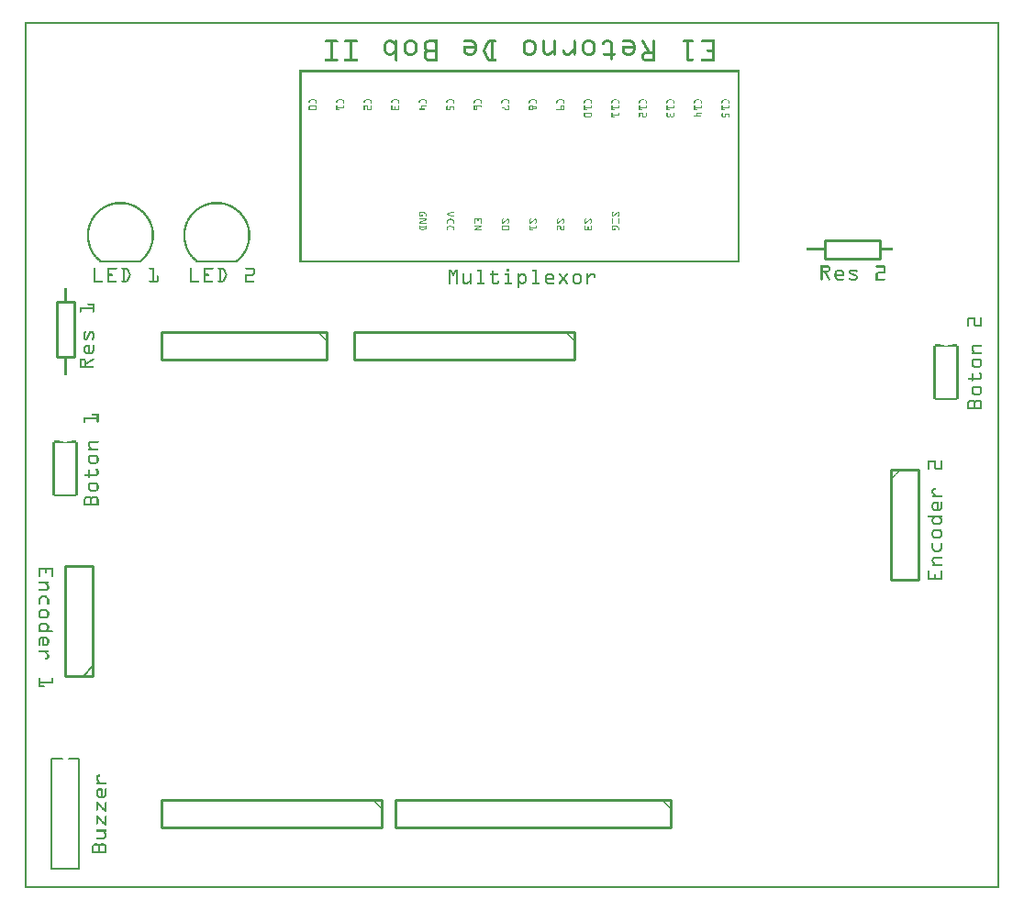
<source format=gto>
G04 MADE WITH FRITZING*
G04 WWW.FRITZING.ORG*
G04 DOUBLE SIDED*
G04 HOLES PLATED*
G04 CONTOUR ON CENTER OF CONTOUR VECTOR*
%ASAXBY*%
%FSLAX23Y23*%
%MOIN*%
%OFA0B0*%
%SFA1.0B1.0*%
%ADD10C,0.010000*%
%ADD11C,0.005000*%
%ADD12C,0.005146*%
%ADD13R,0.001000X0.001000*%
%LNSILK1*%
G90*
G70*
G54D10*
X3149Y1523D02*
X3149Y1123D01*
D02*
X3149Y1123D02*
X3249Y1123D01*
D02*
X3249Y1123D02*
X3249Y1523D01*
D02*
X3249Y1523D02*
X3149Y1523D01*
D02*
X249Y773D02*
X249Y1173D01*
D02*
X249Y1173D02*
X149Y1173D01*
D02*
X149Y1173D02*
X149Y773D01*
D02*
X149Y773D02*
X249Y773D01*
G54D11*
D02*
X249Y808D02*
X214Y773D01*
G54D12*
D02*
X99Y473D02*
X99Y73D01*
D02*
X99Y73D02*
X198Y73D01*
D02*
X198Y73D02*
X198Y473D01*
D02*
X99Y473D02*
X136Y473D01*
D02*
X160Y473D02*
X198Y473D01*
G54D10*
D02*
X2908Y2356D02*
X3108Y2356D01*
D02*
X3108Y2356D02*
X3108Y2290D01*
D02*
X3108Y2290D02*
X2908Y2290D01*
D02*
X2908Y2290D02*
X2908Y2356D01*
D02*
X116Y1933D02*
X116Y2133D01*
D02*
X116Y2133D02*
X182Y2133D01*
D02*
X182Y2133D02*
X182Y1933D01*
D02*
X182Y1933D02*
X116Y1933D01*
D02*
X1099Y2023D02*
X499Y2023D01*
D02*
X499Y2023D02*
X499Y1923D01*
D02*
X499Y1923D02*
X1099Y1923D01*
D02*
X1099Y1923D02*
X1099Y2023D01*
D02*
X1999Y2023D02*
X1199Y2023D01*
D02*
X1199Y2023D02*
X1199Y1923D01*
D02*
X1199Y1923D02*
X1999Y1923D01*
D02*
X1999Y1923D02*
X1999Y2023D01*
D02*
X1299Y323D02*
X499Y323D01*
D02*
X499Y323D02*
X499Y223D01*
D02*
X499Y223D02*
X1299Y223D01*
D02*
X1299Y223D02*
X1299Y323D01*
D02*
X2349Y323D02*
X1349Y323D01*
D02*
X1349Y323D02*
X1349Y223D01*
D02*
X1349Y223D02*
X2349Y223D01*
D02*
X2349Y223D02*
X2349Y323D01*
G54D13*
X0Y3150D02*
X3542Y3150D01*
X0Y3149D02*
X3542Y3149D01*
X0Y3148D02*
X3542Y3148D01*
X0Y3147D02*
X3542Y3147D01*
X0Y3146D02*
X3542Y3146D01*
X0Y3145D02*
X3542Y3145D01*
X0Y3144D02*
X3542Y3144D01*
X0Y3143D02*
X3542Y3143D01*
X0Y3142D02*
X7Y3142D01*
X3535Y3142D02*
X3542Y3142D01*
X0Y3141D02*
X7Y3141D01*
X3535Y3141D02*
X3542Y3141D01*
X0Y3140D02*
X7Y3140D01*
X3535Y3140D02*
X3542Y3140D01*
X0Y3139D02*
X7Y3139D01*
X3535Y3139D02*
X3542Y3139D01*
X0Y3138D02*
X7Y3138D01*
X3535Y3138D02*
X3542Y3138D01*
X0Y3137D02*
X7Y3137D01*
X3535Y3137D02*
X3542Y3137D01*
X0Y3136D02*
X7Y3136D01*
X3535Y3136D02*
X3542Y3136D01*
X0Y3135D02*
X7Y3135D01*
X3535Y3135D02*
X3542Y3135D01*
X0Y3134D02*
X7Y3134D01*
X3535Y3134D02*
X3542Y3134D01*
X0Y3133D02*
X7Y3133D01*
X3535Y3133D02*
X3542Y3133D01*
X0Y3132D02*
X7Y3132D01*
X3535Y3132D02*
X3542Y3132D01*
X0Y3131D02*
X7Y3131D01*
X3535Y3131D02*
X3542Y3131D01*
X0Y3130D02*
X7Y3130D01*
X3535Y3130D02*
X3542Y3130D01*
X0Y3129D02*
X7Y3129D01*
X3535Y3129D02*
X3542Y3129D01*
X0Y3128D02*
X7Y3128D01*
X3535Y3128D02*
X3542Y3128D01*
X0Y3127D02*
X7Y3127D01*
X3535Y3127D02*
X3542Y3127D01*
X0Y3126D02*
X7Y3126D01*
X3535Y3126D02*
X3542Y3126D01*
X0Y3125D02*
X7Y3125D01*
X3535Y3125D02*
X3542Y3125D01*
X0Y3124D02*
X7Y3124D01*
X3535Y3124D02*
X3542Y3124D01*
X0Y3123D02*
X7Y3123D01*
X3535Y3123D02*
X3542Y3123D01*
X0Y3122D02*
X7Y3122D01*
X3535Y3122D02*
X3542Y3122D01*
X0Y3121D02*
X7Y3121D01*
X3535Y3121D02*
X3542Y3121D01*
X0Y3120D02*
X7Y3120D01*
X3535Y3120D02*
X3542Y3120D01*
X0Y3119D02*
X7Y3119D01*
X3535Y3119D02*
X3542Y3119D01*
X0Y3118D02*
X7Y3118D01*
X3535Y3118D02*
X3542Y3118D01*
X0Y3117D02*
X7Y3117D01*
X3535Y3117D02*
X3542Y3117D01*
X0Y3116D02*
X7Y3116D01*
X3535Y3116D02*
X3542Y3116D01*
X0Y3115D02*
X7Y3115D01*
X3535Y3115D02*
X3542Y3115D01*
X0Y3114D02*
X7Y3114D01*
X3535Y3114D02*
X3542Y3114D01*
X0Y3113D02*
X7Y3113D01*
X3535Y3113D02*
X3542Y3113D01*
X0Y3112D02*
X7Y3112D01*
X3535Y3112D02*
X3542Y3112D01*
X0Y3111D02*
X7Y3111D01*
X3535Y3111D02*
X3542Y3111D01*
X0Y3110D02*
X7Y3110D01*
X3535Y3110D02*
X3542Y3110D01*
X0Y3109D02*
X7Y3109D01*
X3535Y3109D02*
X3542Y3109D01*
X0Y3108D02*
X7Y3108D01*
X3535Y3108D02*
X3542Y3108D01*
X0Y3107D02*
X7Y3107D01*
X3535Y3107D02*
X3542Y3107D01*
X0Y3106D02*
X7Y3106D01*
X3535Y3106D02*
X3542Y3106D01*
X0Y3105D02*
X7Y3105D01*
X3535Y3105D02*
X3542Y3105D01*
X0Y3104D02*
X7Y3104D01*
X3535Y3104D02*
X3542Y3104D01*
X0Y3103D02*
X7Y3103D01*
X3535Y3103D02*
X3542Y3103D01*
X0Y3102D02*
X7Y3102D01*
X3535Y3102D02*
X3542Y3102D01*
X0Y3101D02*
X7Y3101D01*
X3535Y3101D02*
X3542Y3101D01*
X0Y3100D02*
X7Y3100D01*
X3535Y3100D02*
X3542Y3100D01*
X0Y3099D02*
X7Y3099D01*
X3535Y3099D02*
X3542Y3099D01*
X0Y3098D02*
X7Y3098D01*
X3535Y3098D02*
X3542Y3098D01*
X0Y3097D02*
X7Y3097D01*
X3535Y3097D02*
X3542Y3097D01*
X0Y3096D02*
X7Y3096D01*
X3535Y3096D02*
X3542Y3096D01*
X0Y3095D02*
X7Y3095D01*
X3535Y3095D02*
X3542Y3095D01*
X0Y3094D02*
X7Y3094D01*
X3535Y3094D02*
X3542Y3094D01*
X0Y3093D02*
X7Y3093D01*
X3535Y3093D02*
X3542Y3093D01*
X0Y3092D02*
X7Y3092D01*
X3535Y3092D02*
X3542Y3092D01*
X0Y3091D02*
X7Y3091D01*
X3535Y3091D02*
X3542Y3091D01*
X0Y3090D02*
X7Y3090D01*
X3535Y3090D02*
X3542Y3090D01*
X0Y3089D02*
X7Y3089D01*
X3535Y3089D02*
X3542Y3089D01*
X0Y3088D02*
X7Y3088D01*
X3535Y3088D02*
X3542Y3088D01*
X0Y3087D02*
X7Y3087D01*
X3535Y3087D02*
X3542Y3087D01*
X0Y3086D02*
X7Y3086D01*
X3535Y3086D02*
X3542Y3086D01*
X0Y3085D02*
X7Y3085D01*
X3535Y3085D02*
X3542Y3085D01*
X0Y3084D02*
X7Y3084D01*
X1094Y3084D02*
X1135Y3084D01*
X1166Y3084D02*
X1207Y3084D01*
X1322Y3084D02*
X1334Y3084D01*
X1349Y3084D02*
X1351Y3084D01*
X1394Y3084D02*
X1411Y3084D01*
X1467Y3084D02*
X1499Y3084D01*
X1598Y3084D02*
X1627Y3084D01*
X1689Y3084D02*
X1711Y3084D01*
X1826Y3084D02*
X1842Y3084D01*
X1886Y3084D02*
X1887Y3084D01*
X1925Y3084D02*
X1927Y3084D01*
X1997Y3084D02*
X1999Y3084D01*
X2042Y3084D02*
X2058Y3084D01*
X2110Y3084D02*
X2125Y3084D01*
X2174Y3084D02*
X2203Y3084D01*
X2246Y3084D02*
X2248Y3084D01*
X2285Y3084D02*
X2287Y3084D01*
X2395Y3084D02*
X2426Y3084D01*
X2462Y3084D02*
X2506Y3084D01*
X3535Y3084D02*
X3542Y3084D01*
X0Y3083D02*
X7Y3083D01*
X1092Y3083D02*
X1137Y3083D01*
X1164Y3083D02*
X1209Y3083D01*
X1319Y3083D02*
X1337Y3083D01*
X1347Y3083D02*
X1353Y3083D01*
X1391Y3083D02*
X1414Y3083D01*
X1463Y3083D02*
X1499Y3083D01*
X1596Y3083D02*
X1630Y3083D01*
X1686Y3083D02*
X1713Y3083D01*
X1823Y3083D02*
X1846Y3083D01*
X1884Y3083D02*
X1889Y3083D01*
X1923Y3083D02*
X1929Y3083D01*
X1995Y3083D02*
X2001Y3083D01*
X2039Y3083D02*
X2062Y3083D01*
X2107Y3083D02*
X2128Y3083D01*
X2172Y3083D02*
X2206Y3083D01*
X2244Y3083D02*
X2249Y3083D01*
X2283Y3083D02*
X2289Y3083D01*
X2393Y3083D02*
X2428Y3083D01*
X2460Y3083D02*
X2507Y3083D01*
X3535Y3083D02*
X3542Y3083D01*
X0Y3082D02*
X7Y3082D01*
X1091Y3082D02*
X1138Y3082D01*
X1163Y3082D02*
X1210Y3082D01*
X1317Y3082D02*
X1339Y3082D01*
X1347Y3082D02*
X1354Y3082D01*
X1389Y3082D02*
X1416Y3082D01*
X1461Y3082D02*
X1499Y3082D01*
X1595Y3082D02*
X1632Y3082D01*
X1684Y3082D02*
X1714Y3082D01*
X1821Y3082D02*
X1848Y3082D01*
X1883Y3082D02*
X1890Y3082D01*
X1923Y3082D02*
X1930Y3082D01*
X1995Y3082D02*
X2002Y3082D01*
X2037Y3082D02*
X2064Y3082D01*
X2105Y3082D02*
X2130Y3082D01*
X2171Y3082D02*
X2208Y3082D01*
X2243Y3082D02*
X2250Y3082D01*
X2283Y3082D02*
X2290Y3082D01*
X2392Y3082D02*
X2429Y3082D01*
X2459Y3082D02*
X2507Y3082D01*
X3535Y3082D02*
X3542Y3082D01*
X0Y3081D02*
X7Y3081D01*
X1090Y3081D02*
X1138Y3081D01*
X1162Y3081D02*
X1210Y3081D01*
X1315Y3081D02*
X1341Y3081D01*
X1346Y3081D02*
X1354Y3081D01*
X1387Y3081D02*
X1417Y3081D01*
X1459Y3081D02*
X1499Y3081D01*
X1594Y3081D02*
X1634Y3081D01*
X1683Y3081D02*
X1714Y3081D01*
X1819Y3081D02*
X1849Y3081D01*
X1882Y3081D02*
X1891Y3081D01*
X1922Y3081D02*
X1930Y3081D01*
X1994Y3081D02*
X2002Y3081D01*
X2035Y3081D02*
X2065Y3081D01*
X2104Y3081D02*
X2131Y3081D01*
X2170Y3081D02*
X2209Y3081D01*
X2242Y3081D02*
X2251Y3081D01*
X2282Y3081D02*
X2290Y3081D01*
X2391Y3081D02*
X2429Y3081D01*
X2458Y3081D02*
X2507Y3081D01*
X3535Y3081D02*
X3542Y3081D01*
X0Y3080D02*
X7Y3080D01*
X1090Y3080D02*
X1139Y3080D01*
X1162Y3080D02*
X1211Y3080D01*
X1314Y3080D02*
X1342Y3080D01*
X1346Y3080D02*
X1355Y3080D01*
X1386Y3080D02*
X1419Y3080D01*
X1458Y3080D02*
X1499Y3080D01*
X1594Y3080D02*
X1635Y3080D01*
X1681Y3080D02*
X1715Y3080D01*
X1818Y3080D02*
X1851Y3080D01*
X1882Y3080D02*
X1891Y3080D01*
X1922Y3080D02*
X1931Y3080D01*
X1994Y3080D02*
X2003Y3080D01*
X2034Y3080D02*
X2067Y3080D01*
X2103Y3080D02*
X2132Y3080D01*
X2170Y3080D02*
X2211Y3080D01*
X2242Y3080D02*
X2251Y3080D01*
X2282Y3080D02*
X2290Y3080D01*
X2391Y3080D02*
X2430Y3080D01*
X2458Y3080D02*
X2507Y3080D01*
X3535Y3080D02*
X3542Y3080D01*
X0Y3079D02*
X7Y3079D01*
X1090Y3079D02*
X1139Y3079D01*
X1162Y3079D02*
X1211Y3079D01*
X1313Y3079D02*
X1343Y3079D01*
X1346Y3079D02*
X1355Y3079D01*
X1385Y3079D02*
X1420Y3079D01*
X1457Y3079D02*
X1499Y3079D01*
X1594Y3079D02*
X1636Y3079D01*
X1680Y3079D02*
X1715Y3079D01*
X1817Y3079D02*
X1852Y3079D01*
X1882Y3079D02*
X1891Y3079D01*
X1922Y3079D02*
X1931Y3079D01*
X1994Y3079D02*
X2003Y3079D01*
X2033Y3079D02*
X2068Y3079D01*
X2102Y3079D02*
X2133Y3079D01*
X2170Y3079D02*
X2212Y3079D01*
X2242Y3079D02*
X2252Y3079D01*
X2282Y3079D02*
X2291Y3079D01*
X2391Y3079D02*
X2430Y3079D01*
X2458Y3079D02*
X2507Y3079D01*
X3535Y3079D02*
X3542Y3079D01*
X0Y3078D02*
X7Y3078D01*
X1090Y3078D02*
X1139Y3078D01*
X1162Y3078D02*
X1211Y3078D01*
X1312Y3078D02*
X1355Y3078D01*
X1384Y3078D02*
X1421Y3078D01*
X1456Y3078D02*
X1499Y3078D01*
X1594Y3078D02*
X1637Y3078D01*
X1680Y3078D02*
X1714Y3078D01*
X1816Y3078D02*
X1853Y3078D01*
X1882Y3078D02*
X1891Y3078D01*
X1922Y3078D02*
X1931Y3078D01*
X1994Y3078D02*
X2003Y3078D01*
X2032Y3078D02*
X2069Y3078D01*
X2101Y3078D02*
X2134Y3078D01*
X2170Y3078D02*
X2213Y3078D01*
X2242Y3078D02*
X2253Y3078D01*
X2282Y3078D02*
X2291Y3078D01*
X2391Y3078D02*
X2430Y3078D01*
X2458Y3078D02*
X2507Y3078D01*
X3535Y3078D02*
X3542Y3078D01*
X0Y3077D02*
X7Y3077D01*
X1091Y3077D02*
X1138Y3077D01*
X1163Y3077D02*
X1210Y3077D01*
X1311Y3077D02*
X1355Y3077D01*
X1383Y3077D02*
X1422Y3077D01*
X1455Y3077D02*
X1499Y3077D01*
X1594Y3077D02*
X1638Y3077D01*
X1679Y3077D02*
X1714Y3077D01*
X1815Y3077D02*
X1854Y3077D01*
X1882Y3077D02*
X1891Y3077D01*
X1922Y3077D02*
X1931Y3077D01*
X1994Y3077D02*
X2003Y3077D01*
X2031Y3077D02*
X2070Y3077D01*
X2100Y3077D02*
X2135Y3077D01*
X2170Y3077D02*
X2214Y3077D01*
X2242Y3077D02*
X2253Y3077D01*
X2282Y3077D02*
X2291Y3077D01*
X2391Y3077D02*
X2429Y3077D01*
X2458Y3077D02*
X2507Y3077D01*
X3535Y3077D02*
X3542Y3077D01*
X0Y3076D02*
X7Y3076D01*
X1091Y3076D02*
X1138Y3076D01*
X1163Y3076D02*
X1209Y3076D01*
X1310Y3076D02*
X1355Y3076D01*
X1382Y3076D02*
X1423Y3076D01*
X1454Y3076D02*
X1499Y3076D01*
X1595Y3076D02*
X1639Y3076D01*
X1679Y3076D02*
X1713Y3076D01*
X1814Y3076D02*
X1855Y3076D01*
X1882Y3076D02*
X1891Y3076D01*
X1922Y3076D02*
X1931Y3076D01*
X1994Y3076D02*
X2003Y3076D01*
X2030Y3076D02*
X2071Y3076D01*
X2099Y3076D02*
X2135Y3076D01*
X2171Y3076D02*
X2215Y3076D01*
X2243Y3076D02*
X2254Y3076D01*
X2282Y3076D02*
X2291Y3076D01*
X2392Y3076D02*
X2428Y3076D01*
X2459Y3076D02*
X2507Y3076D01*
X3535Y3076D02*
X3542Y3076D01*
X0Y3075D02*
X7Y3075D01*
X1092Y3075D02*
X1136Y3075D01*
X1164Y3075D02*
X1208Y3075D01*
X1309Y3075D02*
X1355Y3075D01*
X1381Y3075D02*
X1424Y3075D01*
X1453Y3075D02*
X1499Y3075D01*
X1596Y3075D02*
X1640Y3075D01*
X1678Y3075D02*
X1712Y3075D01*
X1813Y3075D02*
X1856Y3075D01*
X1882Y3075D02*
X1891Y3075D01*
X1922Y3075D02*
X1931Y3075D01*
X1994Y3075D02*
X2003Y3075D01*
X2029Y3075D02*
X2072Y3075D01*
X2099Y3075D02*
X2136Y3075D01*
X2172Y3075D02*
X2216Y3075D01*
X2244Y3075D02*
X2254Y3075D01*
X2282Y3075D02*
X2291Y3075D01*
X2393Y3075D02*
X2427Y3075D01*
X2460Y3075D02*
X2507Y3075D01*
X3535Y3075D02*
X3542Y3075D01*
X0Y3074D02*
X7Y3074D01*
X1110Y3074D02*
X1119Y3074D01*
X1182Y3074D02*
X1191Y3074D01*
X1308Y3074D02*
X1322Y3074D01*
X1333Y3074D02*
X1355Y3074D01*
X1380Y3074D02*
X1394Y3074D01*
X1410Y3074D02*
X1425Y3074D01*
X1453Y3074D02*
X1467Y3074D01*
X1489Y3074D02*
X1499Y3074D01*
X1626Y3074D02*
X1641Y3074D01*
X1678Y3074D02*
X1690Y3074D01*
X1695Y3074D02*
X1705Y3074D01*
X1812Y3074D02*
X1826Y3074D01*
X1842Y3074D02*
X1857Y3074D01*
X1882Y3074D02*
X1891Y3074D01*
X1922Y3074D02*
X1931Y3074D01*
X1994Y3074D02*
X2003Y3074D01*
X2028Y3074D02*
X2042Y3074D01*
X2058Y3074D02*
X2072Y3074D01*
X2099Y3074D02*
X2111Y3074D01*
X2124Y3074D02*
X2136Y3074D01*
X2202Y3074D02*
X2216Y3074D01*
X2244Y3074D02*
X2255Y3074D01*
X2282Y3074D02*
X2291Y3074D01*
X2405Y3074D02*
X2415Y3074D01*
X2497Y3074D02*
X2507Y3074D01*
X3535Y3074D02*
X3542Y3074D01*
X0Y3073D02*
X7Y3073D01*
X1110Y3073D02*
X1119Y3073D01*
X1182Y3073D02*
X1191Y3073D01*
X1308Y3073D02*
X1320Y3073D01*
X1335Y3073D02*
X1355Y3073D01*
X1380Y3073D02*
X1392Y3073D01*
X1412Y3073D02*
X1425Y3073D01*
X1452Y3073D02*
X1465Y3073D01*
X1490Y3073D02*
X1499Y3073D01*
X1628Y3073D02*
X1641Y3073D01*
X1677Y3073D02*
X1688Y3073D01*
X1696Y3073D02*
X1705Y3073D01*
X1812Y3073D02*
X1824Y3073D01*
X1844Y3073D02*
X1857Y3073D01*
X1882Y3073D02*
X1891Y3073D01*
X1922Y3073D02*
X1931Y3073D01*
X1994Y3073D02*
X2003Y3073D01*
X2028Y3073D02*
X2040Y3073D01*
X2060Y3073D02*
X2073Y3073D01*
X2098Y3073D02*
X2109Y3073D01*
X2126Y3073D02*
X2136Y3073D01*
X2204Y3073D02*
X2217Y3073D01*
X2245Y3073D02*
X2255Y3073D01*
X2282Y3073D02*
X2291Y3073D01*
X2406Y3073D02*
X2415Y3073D01*
X2498Y3073D02*
X2507Y3073D01*
X3535Y3073D02*
X3542Y3073D01*
X0Y3072D02*
X7Y3072D01*
X1110Y3072D02*
X1119Y3072D01*
X1182Y3072D02*
X1191Y3072D01*
X1307Y3072D02*
X1319Y3072D01*
X1336Y3072D02*
X1355Y3072D01*
X1379Y3072D02*
X1391Y3072D01*
X1414Y3072D02*
X1426Y3072D01*
X1452Y3072D02*
X1463Y3072D01*
X1490Y3072D02*
X1499Y3072D01*
X1630Y3072D02*
X1642Y3072D01*
X1677Y3072D02*
X1687Y3072D01*
X1696Y3072D02*
X1705Y3072D01*
X1811Y3072D02*
X1823Y3072D01*
X1846Y3072D02*
X1858Y3072D01*
X1882Y3072D02*
X1891Y3072D01*
X1922Y3072D02*
X1931Y3072D01*
X1994Y3072D02*
X2003Y3072D01*
X2027Y3072D02*
X2039Y3072D01*
X2061Y3072D02*
X2074Y3072D01*
X2098Y3072D02*
X2108Y3072D01*
X2127Y3072D02*
X2136Y3072D01*
X2205Y3072D02*
X2218Y3072D01*
X2245Y3072D02*
X2256Y3072D01*
X2282Y3072D02*
X2291Y3072D01*
X2406Y3072D02*
X2415Y3072D01*
X2498Y3072D02*
X2507Y3072D01*
X3535Y3072D02*
X3542Y3072D01*
X0Y3071D02*
X7Y3071D01*
X1110Y3071D02*
X1119Y3071D01*
X1182Y3071D02*
X1191Y3071D01*
X1307Y3071D02*
X1318Y3071D01*
X1338Y3071D02*
X1355Y3071D01*
X1379Y3071D02*
X1390Y3071D01*
X1415Y3071D02*
X1426Y3071D01*
X1451Y3071D02*
X1462Y3071D01*
X1490Y3071D02*
X1499Y3071D01*
X1631Y3071D02*
X1642Y3071D01*
X1676Y3071D02*
X1687Y3071D01*
X1696Y3071D02*
X1705Y3071D01*
X1811Y3071D02*
X1822Y3071D01*
X1847Y3071D02*
X1858Y3071D01*
X1882Y3071D02*
X1891Y3071D01*
X1922Y3071D02*
X1931Y3071D01*
X1994Y3071D02*
X2003Y3071D01*
X2027Y3071D02*
X2038Y3071D01*
X2063Y3071D02*
X2074Y3071D01*
X2098Y3071D02*
X2107Y3071D01*
X2127Y3071D02*
X2137Y3071D01*
X2207Y3071D02*
X2218Y3071D01*
X2246Y3071D02*
X2257Y3071D01*
X2282Y3071D02*
X2291Y3071D01*
X2406Y3071D02*
X2415Y3071D01*
X2498Y3071D02*
X2507Y3071D01*
X3535Y3071D02*
X3542Y3071D01*
X0Y3070D02*
X7Y3070D01*
X1110Y3070D02*
X1119Y3070D01*
X1182Y3070D02*
X1191Y3070D01*
X1306Y3070D02*
X1317Y3070D01*
X1339Y3070D02*
X1355Y3070D01*
X1378Y3070D02*
X1389Y3070D01*
X1416Y3070D02*
X1426Y3070D01*
X1451Y3070D02*
X1461Y3070D01*
X1490Y3070D02*
X1499Y3070D01*
X1632Y3070D02*
X1642Y3070D01*
X1676Y3070D02*
X1686Y3070D01*
X1696Y3070D02*
X1705Y3070D01*
X1810Y3070D02*
X1821Y3070D01*
X1848Y3070D02*
X1858Y3070D01*
X1882Y3070D02*
X1891Y3070D01*
X1922Y3070D02*
X1931Y3070D01*
X1994Y3070D02*
X2003Y3070D01*
X2026Y3070D02*
X2037Y3070D01*
X2064Y3070D02*
X2074Y3070D01*
X2098Y3070D02*
X2107Y3070D01*
X2128Y3070D02*
X2137Y3070D01*
X2208Y3070D02*
X2218Y3070D01*
X2246Y3070D02*
X2257Y3070D01*
X2282Y3070D02*
X2291Y3070D01*
X2406Y3070D02*
X2415Y3070D01*
X2498Y3070D02*
X2507Y3070D01*
X3535Y3070D02*
X3542Y3070D01*
X0Y3069D02*
X7Y3069D01*
X1110Y3069D02*
X1119Y3069D01*
X1182Y3069D02*
X1191Y3069D01*
X1306Y3069D02*
X1316Y3069D01*
X1340Y3069D02*
X1355Y3069D01*
X1378Y3069D02*
X1388Y3069D01*
X1417Y3069D02*
X1426Y3069D01*
X1451Y3069D02*
X1460Y3069D01*
X1490Y3069D02*
X1499Y3069D01*
X1633Y3069D02*
X1642Y3069D01*
X1675Y3069D02*
X1685Y3069D01*
X1696Y3069D02*
X1705Y3069D01*
X1810Y3069D02*
X1820Y3069D01*
X1849Y3069D02*
X1858Y3069D01*
X1882Y3069D02*
X1891Y3069D01*
X1922Y3069D02*
X1931Y3069D01*
X1994Y3069D02*
X2003Y3069D01*
X2026Y3069D02*
X2036Y3069D01*
X2065Y3069D02*
X2074Y3069D01*
X2098Y3069D02*
X2107Y3069D01*
X2128Y3069D02*
X2137Y3069D01*
X2209Y3069D02*
X2218Y3069D01*
X2247Y3069D02*
X2258Y3069D01*
X2282Y3069D02*
X2291Y3069D01*
X2406Y3069D02*
X2415Y3069D01*
X2498Y3069D02*
X2507Y3069D01*
X3535Y3069D02*
X3542Y3069D01*
X0Y3068D02*
X7Y3068D01*
X1110Y3068D02*
X1119Y3068D01*
X1182Y3068D02*
X1191Y3068D01*
X1306Y3068D02*
X1315Y3068D01*
X1341Y3068D02*
X1355Y3068D01*
X1378Y3068D02*
X1387Y3068D01*
X1417Y3068D02*
X1427Y3068D01*
X1450Y3068D02*
X1460Y3068D01*
X1490Y3068D02*
X1499Y3068D01*
X1633Y3068D02*
X1643Y3068D01*
X1675Y3068D02*
X1685Y3068D01*
X1696Y3068D02*
X1705Y3068D01*
X1810Y3068D02*
X1819Y3068D01*
X1849Y3068D02*
X1859Y3068D01*
X1882Y3068D02*
X1891Y3068D01*
X1922Y3068D02*
X1931Y3068D01*
X1994Y3068D02*
X2003Y3068D01*
X2026Y3068D02*
X2035Y3068D01*
X2065Y3068D02*
X2074Y3068D01*
X2099Y3068D02*
X2106Y3068D01*
X2128Y3068D02*
X2137Y3068D01*
X2209Y3068D02*
X2218Y3068D01*
X2248Y3068D02*
X2258Y3068D01*
X2282Y3068D02*
X2291Y3068D01*
X2406Y3068D02*
X2415Y3068D01*
X2498Y3068D02*
X2507Y3068D01*
X3535Y3068D02*
X3542Y3068D01*
X0Y3067D02*
X7Y3067D01*
X1110Y3067D02*
X1119Y3067D01*
X1182Y3067D02*
X1191Y3067D01*
X1306Y3067D02*
X1315Y3067D01*
X1342Y3067D02*
X1355Y3067D01*
X1378Y3067D02*
X1387Y3067D01*
X1418Y3067D02*
X1427Y3067D01*
X1450Y3067D02*
X1460Y3067D01*
X1490Y3067D02*
X1499Y3067D01*
X1633Y3067D02*
X1643Y3067D01*
X1674Y3067D02*
X1684Y3067D01*
X1696Y3067D02*
X1705Y3067D01*
X1810Y3067D02*
X1819Y3067D01*
X1849Y3067D02*
X1859Y3067D01*
X1882Y3067D02*
X1891Y3067D01*
X1922Y3067D02*
X1931Y3067D01*
X1994Y3067D02*
X2003Y3067D01*
X2026Y3067D02*
X2035Y3067D01*
X2065Y3067D02*
X2075Y3067D01*
X2100Y3067D02*
X2105Y3067D01*
X2128Y3067D02*
X2137Y3067D01*
X2209Y3067D02*
X2219Y3067D01*
X2248Y3067D02*
X2259Y3067D01*
X2282Y3067D02*
X2291Y3067D01*
X2406Y3067D02*
X2415Y3067D01*
X2498Y3067D02*
X2507Y3067D01*
X3535Y3067D02*
X3542Y3067D01*
X0Y3066D02*
X7Y3066D01*
X1110Y3066D02*
X1119Y3066D01*
X1182Y3066D02*
X1191Y3066D01*
X1306Y3066D02*
X1315Y3066D01*
X1343Y3066D02*
X1355Y3066D01*
X1378Y3066D02*
X1387Y3066D01*
X1418Y3066D02*
X1427Y3066D01*
X1450Y3066D02*
X1459Y3066D01*
X1490Y3066D02*
X1499Y3066D01*
X1634Y3066D02*
X1643Y3066D01*
X1674Y3066D02*
X1684Y3066D01*
X1696Y3066D02*
X1705Y3066D01*
X1810Y3066D02*
X1819Y3066D01*
X1850Y3066D02*
X1859Y3066D01*
X1882Y3066D02*
X1891Y3066D01*
X1922Y3066D02*
X1931Y3066D01*
X1994Y3066D02*
X2003Y3066D01*
X2026Y3066D02*
X2035Y3066D01*
X2066Y3066D02*
X2075Y3066D01*
X2101Y3066D02*
X2104Y3066D01*
X2128Y3066D02*
X2137Y3066D01*
X2210Y3066D02*
X2219Y3066D01*
X2249Y3066D02*
X2260Y3066D01*
X2282Y3066D02*
X2291Y3066D01*
X2406Y3066D02*
X2415Y3066D01*
X2498Y3066D02*
X2507Y3066D01*
X3535Y3066D02*
X3542Y3066D01*
X0Y3065D02*
X7Y3065D01*
X1110Y3065D02*
X1119Y3065D01*
X1182Y3065D02*
X1191Y3065D01*
X1306Y3065D02*
X1315Y3065D01*
X1344Y3065D02*
X1355Y3065D01*
X1378Y3065D02*
X1387Y3065D01*
X1418Y3065D02*
X1427Y3065D01*
X1450Y3065D02*
X1459Y3065D01*
X1490Y3065D02*
X1499Y3065D01*
X1634Y3065D02*
X1643Y3065D01*
X1673Y3065D02*
X1683Y3065D01*
X1696Y3065D02*
X1705Y3065D01*
X1810Y3065D02*
X1819Y3065D01*
X1850Y3065D02*
X1859Y3065D01*
X1882Y3065D02*
X1891Y3065D01*
X1922Y3065D02*
X1931Y3065D01*
X1994Y3065D02*
X2003Y3065D01*
X2026Y3065D02*
X2035Y3065D01*
X2066Y3065D02*
X2075Y3065D01*
X2128Y3065D02*
X2137Y3065D01*
X2210Y3065D02*
X2219Y3065D01*
X2249Y3065D02*
X2260Y3065D01*
X2282Y3065D02*
X2291Y3065D01*
X2406Y3065D02*
X2415Y3065D01*
X2498Y3065D02*
X2507Y3065D01*
X3535Y3065D02*
X3542Y3065D01*
X0Y3064D02*
X7Y3064D01*
X1110Y3064D02*
X1119Y3064D01*
X1182Y3064D02*
X1191Y3064D01*
X1306Y3064D02*
X1315Y3064D01*
X1345Y3064D02*
X1355Y3064D01*
X1378Y3064D02*
X1387Y3064D01*
X1418Y3064D02*
X1427Y3064D01*
X1450Y3064D02*
X1459Y3064D01*
X1490Y3064D02*
X1499Y3064D01*
X1634Y3064D02*
X1643Y3064D01*
X1673Y3064D02*
X1683Y3064D01*
X1696Y3064D02*
X1705Y3064D01*
X1810Y3064D02*
X1819Y3064D01*
X1850Y3064D02*
X1859Y3064D01*
X1882Y3064D02*
X1892Y3064D01*
X1922Y3064D02*
X1931Y3064D01*
X1994Y3064D02*
X2003Y3064D01*
X2026Y3064D02*
X2035Y3064D01*
X2066Y3064D02*
X2075Y3064D01*
X2128Y3064D02*
X2137Y3064D01*
X2210Y3064D02*
X2219Y3064D01*
X2250Y3064D02*
X2261Y3064D01*
X2282Y3064D02*
X2291Y3064D01*
X2406Y3064D02*
X2415Y3064D01*
X2498Y3064D02*
X2507Y3064D01*
X3535Y3064D02*
X3542Y3064D01*
X0Y3063D02*
X7Y3063D01*
X1110Y3063D02*
X1119Y3063D01*
X1182Y3063D02*
X1191Y3063D01*
X1306Y3063D02*
X1315Y3063D01*
X1345Y3063D02*
X1355Y3063D01*
X1378Y3063D02*
X1387Y3063D01*
X1418Y3063D02*
X1427Y3063D01*
X1450Y3063D02*
X1459Y3063D01*
X1490Y3063D02*
X1499Y3063D01*
X1599Y3063D02*
X1643Y3063D01*
X1672Y3063D02*
X1682Y3063D01*
X1696Y3063D02*
X1705Y3063D01*
X1810Y3063D02*
X1819Y3063D01*
X1850Y3063D02*
X1859Y3063D01*
X1882Y3063D02*
X1892Y3063D01*
X1922Y3063D02*
X1931Y3063D01*
X1994Y3063D02*
X2003Y3063D01*
X2026Y3063D02*
X2035Y3063D01*
X2066Y3063D02*
X2075Y3063D01*
X2128Y3063D02*
X2137Y3063D01*
X2175Y3063D02*
X2219Y3063D01*
X2251Y3063D02*
X2261Y3063D01*
X2282Y3063D02*
X2291Y3063D01*
X2406Y3063D02*
X2415Y3063D01*
X2498Y3063D02*
X2507Y3063D01*
X3535Y3063D02*
X3542Y3063D01*
X0Y3062D02*
X7Y3062D01*
X1110Y3062D02*
X1119Y3062D01*
X1182Y3062D02*
X1191Y3062D01*
X1306Y3062D02*
X1315Y3062D01*
X1346Y3062D02*
X1355Y3062D01*
X1378Y3062D02*
X1387Y3062D01*
X1418Y3062D02*
X1427Y3062D01*
X1450Y3062D02*
X1459Y3062D01*
X1490Y3062D02*
X1499Y3062D01*
X1596Y3062D02*
X1643Y3062D01*
X1672Y3062D02*
X1682Y3062D01*
X1696Y3062D02*
X1705Y3062D01*
X1810Y3062D02*
X1819Y3062D01*
X1850Y3062D02*
X1859Y3062D01*
X1883Y3062D02*
X1892Y3062D01*
X1922Y3062D02*
X1931Y3062D01*
X1994Y3062D02*
X2003Y3062D01*
X2026Y3062D02*
X2035Y3062D01*
X2066Y3062D02*
X2075Y3062D01*
X2128Y3062D02*
X2137Y3062D01*
X2172Y3062D02*
X2219Y3062D01*
X2251Y3062D02*
X2262Y3062D01*
X2282Y3062D02*
X2291Y3062D01*
X2406Y3062D02*
X2415Y3062D01*
X2498Y3062D02*
X2507Y3062D01*
X3535Y3062D02*
X3542Y3062D01*
X0Y3061D02*
X7Y3061D01*
X1110Y3061D02*
X1119Y3061D01*
X1182Y3061D02*
X1191Y3061D01*
X1306Y3061D02*
X1315Y3061D01*
X1346Y3061D02*
X1355Y3061D01*
X1378Y3061D02*
X1387Y3061D01*
X1418Y3061D02*
X1427Y3061D01*
X1450Y3061D02*
X1459Y3061D01*
X1490Y3061D02*
X1499Y3061D01*
X1595Y3061D02*
X1643Y3061D01*
X1671Y3061D02*
X1681Y3061D01*
X1696Y3061D02*
X1705Y3061D01*
X1810Y3061D02*
X1819Y3061D01*
X1850Y3061D02*
X1859Y3061D01*
X1883Y3061D02*
X1892Y3061D01*
X1922Y3061D02*
X1931Y3061D01*
X1994Y3061D02*
X2003Y3061D01*
X2026Y3061D02*
X2035Y3061D01*
X2066Y3061D02*
X2075Y3061D01*
X2128Y3061D02*
X2137Y3061D01*
X2171Y3061D02*
X2219Y3061D01*
X2252Y3061D02*
X2262Y3061D01*
X2282Y3061D02*
X2291Y3061D01*
X2406Y3061D02*
X2415Y3061D01*
X2498Y3061D02*
X2507Y3061D01*
X3535Y3061D02*
X3542Y3061D01*
X0Y3060D02*
X7Y3060D01*
X1110Y3060D02*
X1119Y3060D01*
X1182Y3060D02*
X1191Y3060D01*
X1306Y3060D02*
X1315Y3060D01*
X1346Y3060D02*
X1355Y3060D01*
X1378Y3060D02*
X1387Y3060D01*
X1418Y3060D02*
X1427Y3060D01*
X1450Y3060D02*
X1459Y3060D01*
X1490Y3060D02*
X1499Y3060D01*
X1594Y3060D02*
X1643Y3060D01*
X1671Y3060D02*
X1681Y3060D01*
X1696Y3060D02*
X1705Y3060D01*
X1810Y3060D02*
X1819Y3060D01*
X1850Y3060D02*
X1859Y3060D01*
X1883Y3060D02*
X1892Y3060D01*
X1922Y3060D02*
X1931Y3060D01*
X1994Y3060D02*
X2003Y3060D01*
X2026Y3060D02*
X2035Y3060D01*
X2066Y3060D02*
X2075Y3060D01*
X2128Y3060D02*
X2137Y3060D01*
X2170Y3060D02*
X2219Y3060D01*
X2252Y3060D02*
X2263Y3060D01*
X2282Y3060D02*
X2291Y3060D01*
X2406Y3060D02*
X2415Y3060D01*
X2498Y3060D02*
X2507Y3060D01*
X3535Y3060D02*
X3542Y3060D01*
X0Y3059D02*
X7Y3059D01*
X1110Y3059D02*
X1119Y3059D01*
X1182Y3059D02*
X1191Y3059D01*
X1306Y3059D02*
X1315Y3059D01*
X1346Y3059D02*
X1355Y3059D01*
X1378Y3059D02*
X1387Y3059D01*
X1418Y3059D02*
X1427Y3059D01*
X1450Y3059D02*
X1459Y3059D01*
X1490Y3059D02*
X1499Y3059D01*
X1594Y3059D02*
X1643Y3059D01*
X1670Y3059D02*
X1680Y3059D01*
X1696Y3059D02*
X1705Y3059D01*
X1810Y3059D02*
X1819Y3059D01*
X1850Y3059D02*
X1859Y3059D01*
X1883Y3059D02*
X1892Y3059D01*
X1922Y3059D02*
X1931Y3059D01*
X1994Y3059D02*
X2003Y3059D01*
X2026Y3059D02*
X2035Y3059D01*
X2066Y3059D02*
X2075Y3059D01*
X2128Y3059D02*
X2137Y3059D01*
X2170Y3059D02*
X2219Y3059D01*
X2253Y3059D02*
X2264Y3059D01*
X2282Y3059D02*
X2291Y3059D01*
X2406Y3059D02*
X2415Y3059D01*
X2498Y3059D02*
X2507Y3059D01*
X3535Y3059D02*
X3542Y3059D01*
X0Y3058D02*
X7Y3058D01*
X1110Y3058D02*
X1119Y3058D01*
X1182Y3058D02*
X1191Y3058D01*
X1306Y3058D02*
X1315Y3058D01*
X1346Y3058D02*
X1355Y3058D01*
X1378Y3058D02*
X1387Y3058D01*
X1418Y3058D02*
X1427Y3058D01*
X1450Y3058D02*
X1459Y3058D01*
X1490Y3058D02*
X1499Y3058D01*
X1594Y3058D02*
X1643Y3058D01*
X1670Y3058D02*
X1680Y3058D01*
X1696Y3058D02*
X1705Y3058D01*
X1810Y3058D02*
X1819Y3058D01*
X1850Y3058D02*
X1859Y3058D01*
X1883Y3058D02*
X1892Y3058D01*
X1922Y3058D02*
X1931Y3058D01*
X1994Y3058D02*
X2003Y3058D01*
X2026Y3058D02*
X2035Y3058D01*
X2066Y3058D02*
X2075Y3058D01*
X2128Y3058D02*
X2137Y3058D01*
X2170Y3058D02*
X2219Y3058D01*
X2253Y3058D02*
X2264Y3058D01*
X2282Y3058D02*
X2291Y3058D01*
X2406Y3058D02*
X2415Y3058D01*
X2498Y3058D02*
X2507Y3058D01*
X3535Y3058D02*
X3542Y3058D01*
X0Y3057D02*
X7Y3057D01*
X1110Y3057D02*
X1119Y3057D01*
X1182Y3057D02*
X1191Y3057D01*
X1306Y3057D02*
X1315Y3057D01*
X1346Y3057D02*
X1355Y3057D01*
X1378Y3057D02*
X1387Y3057D01*
X1418Y3057D02*
X1427Y3057D01*
X1450Y3057D02*
X1460Y3057D01*
X1490Y3057D02*
X1499Y3057D01*
X1594Y3057D02*
X1643Y3057D01*
X1669Y3057D02*
X1679Y3057D01*
X1696Y3057D02*
X1705Y3057D01*
X1810Y3057D02*
X1819Y3057D01*
X1850Y3057D02*
X1859Y3057D01*
X1883Y3057D02*
X1892Y3057D01*
X1922Y3057D02*
X1931Y3057D01*
X1994Y3057D02*
X2003Y3057D01*
X2026Y3057D02*
X2035Y3057D01*
X2066Y3057D02*
X2075Y3057D01*
X2128Y3057D02*
X2137Y3057D01*
X2170Y3057D02*
X2219Y3057D01*
X2254Y3057D02*
X2265Y3057D01*
X2282Y3057D02*
X2291Y3057D01*
X2406Y3057D02*
X2415Y3057D01*
X2498Y3057D02*
X2507Y3057D01*
X3535Y3057D02*
X3542Y3057D01*
X0Y3056D02*
X7Y3056D01*
X1110Y3056D02*
X1119Y3056D01*
X1182Y3056D02*
X1191Y3056D01*
X1306Y3056D02*
X1315Y3056D01*
X1346Y3056D02*
X1355Y3056D01*
X1378Y3056D02*
X1387Y3056D01*
X1418Y3056D02*
X1427Y3056D01*
X1450Y3056D02*
X1460Y3056D01*
X1490Y3056D02*
X1499Y3056D01*
X1594Y3056D02*
X1643Y3056D01*
X1669Y3056D02*
X1679Y3056D01*
X1696Y3056D02*
X1705Y3056D01*
X1810Y3056D02*
X1819Y3056D01*
X1850Y3056D02*
X1859Y3056D01*
X1883Y3056D02*
X1892Y3056D01*
X1922Y3056D02*
X1931Y3056D01*
X1994Y3056D02*
X2003Y3056D01*
X2026Y3056D02*
X2035Y3056D01*
X2066Y3056D02*
X2075Y3056D01*
X2128Y3056D02*
X2137Y3056D01*
X2170Y3056D02*
X2219Y3056D01*
X2255Y3056D02*
X2265Y3056D01*
X2282Y3056D02*
X2291Y3056D01*
X2406Y3056D02*
X2415Y3056D01*
X2498Y3056D02*
X2507Y3056D01*
X3535Y3056D02*
X3542Y3056D01*
X0Y3055D02*
X7Y3055D01*
X1110Y3055D02*
X1119Y3055D01*
X1182Y3055D02*
X1191Y3055D01*
X1306Y3055D02*
X1315Y3055D01*
X1346Y3055D02*
X1355Y3055D01*
X1378Y3055D02*
X1387Y3055D01*
X1418Y3055D02*
X1427Y3055D01*
X1451Y3055D02*
X1461Y3055D01*
X1490Y3055D02*
X1499Y3055D01*
X1594Y3055D02*
X1643Y3055D01*
X1668Y3055D02*
X1678Y3055D01*
X1696Y3055D02*
X1705Y3055D01*
X1810Y3055D02*
X1819Y3055D01*
X1850Y3055D02*
X1859Y3055D01*
X1883Y3055D02*
X1892Y3055D01*
X1922Y3055D02*
X1931Y3055D01*
X1994Y3055D02*
X2003Y3055D01*
X2026Y3055D02*
X2035Y3055D01*
X2066Y3055D02*
X2075Y3055D01*
X2128Y3055D02*
X2137Y3055D01*
X2170Y3055D02*
X2219Y3055D01*
X2255Y3055D02*
X2266Y3055D01*
X2282Y3055D02*
X2291Y3055D01*
X2406Y3055D02*
X2415Y3055D01*
X2498Y3055D02*
X2507Y3055D01*
X3535Y3055D02*
X3542Y3055D01*
X0Y3054D02*
X7Y3054D01*
X1110Y3054D02*
X1119Y3054D01*
X1182Y3054D02*
X1191Y3054D01*
X1306Y3054D02*
X1315Y3054D01*
X1346Y3054D02*
X1355Y3054D01*
X1378Y3054D02*
X1387Y3054D01*
X1418Y3054D02*
X1427Y3054D01*
X1451Y3054D02*
X1461Y3054D01*
X1490Y3054D02*
X1499Y3054D01*
X1594Y3054D02*
X1643Y3054D01*
X1668Y3054D02*
X1678Y3054D01*
X1696Y3054D02*
X1705Y3054D01*
X1810Y3054D02*
X1819Y3054D01*
X1850Y3054D02*
X1859Y3054D01*
X1883Y3054D02*
X1892Y3054D01*
X1922Y3054D02*
X1931Y3054D01*
X1994Y3054D02*
X2003Y3054D01*
X2026Y3054D02*
X2035Y3054D01*
X2066Y3054D02*
X2075Y3054D01*
X2128Y3054D02*
X2137Y3054D01*
X2170Y3054D02*
X2219Y3054D01*
X2256Y3054D02*
X2267Y3054D01*
X2282Y3054D02*
X2291Y3054D01*
X2406Y3054D02*
X2415Y3054D01*
X2498Y3054D02*
X2507Y3054D01*
X3535Y3054D02*
X3542Y3054D01*
X0Y3053D02*
X7Y3053D01*
X1110Y3053D02*
X1119Y3053D01*
X1182Y3053D02*
X1191Y3053D01*
X1306Y3053D02*
X1315Y3053D01*
X1346Y3053D02*
X1355Y3053D01*
X1378Y3053D02*
X1387Y3053D01*
X1418Y3053D02*
X1427Y3053D01*
X1451Y3053D02*
X1462Y3053D01*
X1490Y3053D02*
X1499Y3053D01*
X1594Y3053D02*
X1643Y3053D01*
X1667Y3053D02*
X1677Y3053D01*
X1696Y3053D02*
X1705Y3053D01*
X1810Y3053D02*
X1819Y3053D01*
X1850Y3053D02*
X1859Y3053D01*
X1883Y3053D02*
X1892Y3053D01*
X1922Y3053D02*
X1931Y3053D01*
X1994Y3053D02*
X2003Y3053D01*
X2026Y3053D02*
X2035Y3053D01*
X2066Y3053D02*
X2075Y3053D01*
X2128Y3053D02*
X2137Y3053D01*
X2170Y3053D02*
X2219Y3053D01*
X2256Y3053D02*
X2267Y3053D01*
X2282Y3053D02*
X2291Y3053D01*
X2406Y3053D02*
X2415Y3053D01*
X2498Y3053D02*
X2507Y3053D01*
X3535Y3053D02*
X3542Y3053D01*
X0Y3052D02*
X7Y3052D01*
X1110Y3052D02*
X1119Y3052D01*
X1182Y3052D02*
X1191Y3052D01*
X1306Y3052D02*
X1315Y3052D01*
X1346Y3052D02*
X1355Y3052D01*
X1378Y3052D02*
X1387Y3052D01*
X1418Y3052D02*
X1427Y3052D01*
X1452Y3052D02*
X1464Y3052D01*
X1490Y3052D02*
X1499Y3052D01*
X1594Y3052D02*
X1603Y3052D01*
X1634Y3052D02*
X1643Y3052D01*
X1667Y3052D02*
X1677Y3052D01*
X1696Y3052D02*
X1705Y3052D01*
X1810Y3052D02*
X1819Y3052D01*
X1850Y3052D02*
X1859Y3052D01*
X1883Y3052D02*
X1892Y3052D01*
X1922Y3052D02*
X1931Y3052D01*
X1993Y3052D02*
X2003Y3052D01*
X2026Y3052D02*
X2035Y3052D01*
X2066Y3052D02*
X2075Y3052D01*
X2128Y3052D02*
X2137Y3052D01*
X2170Y3052D02*
X2179Y3052D01*
X2210Y3052D02*
X2219Y3052D01*
X2257Y3052D02*
X2268Y3052D01*
X2282Y3052D02*
X2291Y3052D01*
X2406Y3052D02*
X2415Y3052D01*
X2498Y3052D02*
X2507Y3052D01*
X3535Y3052D02*
X3542Y3052D01*
X0Y3051D02*
X7Y3051D01*
X1110Y3051D02*
X1119Y3051D01*
X1182Y3051D02*
X1191Y3051D01*
X1306Y3051D02*
X1315Y3051D01*
X1346Y3051D02*
X1355Y3051D01*
X1378Y3051D02*
X1387Y3051D01*
X1418Y3051D02*
X1427Y3051D01*
X1452Y3051D02*
X1465Y3051D01*
X1490Y3051D02*
X1499Y3051D01*
X1594Y3051D02*
X1603Y3051D01*
X1634Y3051D02*
X1643Y3051D01*
X1667Y3051D02*
X1676Y3051D01*
X1696Y3051D02*
X1705Y3051D01*
X1810Y3051D02*
X1819Y3051D01*
X1850Y3051D02*
X1859Y3051D01*
X1883Y3051D02*
X1892Y3051D01*
X1922Y3051D02*
X1931Y3051D01*
X1993Y3051D02*
X2003Y3051D01*
X2026Y3051D02*
X2035Y3051D01*
X2066Y3051D02*
X2075Y3051D01*
X2128Y3051D02*
X2137Y3051D01*
X2170Y3051D02*
X2179Y3051D01*
X2210Y3051D02*
X2219Y3051D01*
X2258Y3051D02*
X2268Y3051D01*
X2282Y3051D02*
X2291Y3051D01*
X2406Y3051D02*
X2415Y3051D01*
X2498Y3051D02*
X2507Y3051D01*
X3535Y3051D02*
X3542Y3051D01*
X0Y3050D02*
X7Y3050D01*
X1110Y3050D02*
X1119Y3050D01*
X1182Y3050D02*
X1191Y3050D01*
X1306Y3050D02*
X1315Y3050D01*
X1346Y3050D02*
X1355Y3050D01*
X1378Y3050D02*
X1387Y3050D01*
X1418Y3050D02*
X1427Y3050D01*
X1453Y3050D02*
X1499Y3050D01*
X1594Y3050D02*
X1603Y3050D01*
X1634Y3050D02*
X1643Y3050D01*
X1666Y3050D02*
X1676Y3050D01*
X1696Y3050D02*
X1705Y3050D01*
X1810Y3050D02*
X1819Y3050D01*
X1850Y3050D02*
X1859Y3050D01*
X1883Y3050D02*
X1892Y3050D01*
X1922Y3050D02*
X1931Y3050D01*
X1957Y3050D02*
X1959Y3050D01*
X1991Y3050D02*
X2003Y3050D01*
X2026Y3050D02*
X2035Y3050D01*
X2066Y3050D02*
X2075Y3050D01*
X2128Y3050D02*
X2137Y3050D01*
X2170Y3050D02*
X2179Y3050D01*
X2210Y3050D02*
X2219Y3050D01*
X2258Y3050D02*
X2269Y3050D01*
X2282Y3050D02*
X2291Y3050D01*
X2406Y3050D02*
X2415Y3050D01*
X2481Y3050D02*
X2507Y3050D01*
X3535Y3050D02*
X3542Y3050D01*
X0Y3049D02*
X7Y3049D01*
X1110Y3049D02*
X1119Y3049D01*
X1182Y3049D02*
X1191Y3049D01*
X1306Y3049D02*
X1315Y3049D01*
X1346Y3049D02*
X1355Y3049D01*
X1378Y3049D02*
X1387Y3049D01*
X1418Y3049D02*
X1427Y3049D01*
X1454Y3049D02*
X1499Y3049D01*
X1594Y3049D02*
X1603Y3049D01*
X1634Y3049D02*
X1643Y3049D01*
X1666Y3049D02*
X1676Y3049D01*
X1696Y3049D02*
X1705Y3049D01*
X1810Y3049D02*
X1819Y3049D01*
X1850Y3049D02*
X1859Y3049D01*
X1883Y3049D02*
X1892Y3049D01*
X1922Y3049D02*
X1931Y3049D01*
X1956Y3049D02*
X1961Y3049D01*
X1990Y3049D02*
X2003Y3049D01*
X2026Y3049D02*
X2035Y3049D01*
X2066Y3049D02*
X2075Y3049D01*
X2128Y3049D02*
X2137Y3049D01*
X2170Y3049D02*
X2179Y3049D01*
X2210Y3049D02*
X2219Y3049D01*
X2259Y3049D02*
X2269Y3049D01*
X2282Y3049D02*
X2291Y3049D01*
X2406Y3049D02*
X2415Y3049D01*
X2479Y3049D02*
X2507Y3049D01*
X3535Y3049D02*
X3542Y3049D01*
X0Y3048D02*
X7Y3048D01*
X1110Y3048D02*
X1119Y3048D01*
X1182Y3048D02*
X1191Y3048D01*
X1306Y3048D02*
X1315Y3048D01*
X1345Y3048D02*
X1355Y3048D01*
X1378Y3048D02*
X1387Y3048D01*
X1418Y3048D02*
X1427Y3048D01*
X1454Y3048D02*
X1499Y3048D01*
X1594Y3048D02*
X1603Y3048D01*
X1634Y3048D02*
X1643Y3048D01*
X1666Y3048D02*
X1675Y3048D01*
X1696Y3048D02*
X1705Y3048D01*
X1810Y3048D02*
X1819Y3048D01*
X1850Y3048D02*
X1859Y3048D01*
X1883Y3048D02*
X1892Y3048D01*
X1921Y3048D02*
X1931Y3048D01*
X1955Y3048D02*
X1962Y3048D01*
X1989Y3048D02*
X2003Y3048D01*
X2026Y3048D02*
X2035Y3048D01*
X2066Y3048D02*
X2075Y3048D01*
X2128Y3048D02*
X2137Y3048D01*
X2170Y3048D02*
X2179Y3048D01*
X2210Y3048D02*
X2219Y3048D01*
X2259Y3048D02*
X2270Y3048D01*
X2282Y3048D02*
X2291Y3048D01*
X2406Y3048D02*
X2415Y3048D01*
X2479Y3048D02*
X2507Y3048D01*
X3535Y3048D02*
X3542Y3048D01*
X0Y3047D02*
X7Y3047D01*
X1110Y3047D02*
X1119Y3047D01*
X1182Y3047D02*
X1191Y3047D01*
X1306Y3047D02*
X1315Y3047D01*
X1345Y3047D02*
X1355Y3047D01*
X1378Y3047D02*
X1387Y3047D01*
X1418Y3047D02*
X1427Y3047D01*
X1455Y3047D02*
X1499Y3047D01*
X1594Y3047D02*
X1603Y3047D01*
X1634Y3047D02*
X1643Y3047D01*
X1666Y3047D02*
X1675Y3047D01*
X1696Y3047D02*
X1705Y3047D01*
X1810Y3047D02*
X1819Y3047D01*
X1850Y3047D02*
X1859Y3047D01*
X1883Y3047D02*
X1892Y3047D01*
X1920Y3047D02*
X1931Y3047D01*
X1954Y3047D02*
X1963Y3047D01*
X1988Y3047D02*
X2003Y3047D01*
X2026Y3047D02*
X2035Y3047D01*
X2066Y3047D02*
X2075Y3047D01*
X2128Y3047D02*
X2137Y3047D01*
X2170Y3047D02*
X2179Y3047D01*
X2210Y3047D02*
X2219Y3047D01*
X2260Y3047D02*
X2271Y3047D01*
X2282Y3047D02*
X2291Y3047D01*
X2406Y3047D02*
X2415Y3047D01*
X2478Y3047D02*
X2507Y3047D01*
X3535Y3047D02*
X3542Y3047D01*
X0Y3046D02*
X7Y3046D01*
X1110Y3046D02*
X1119Y3046D01*
X1182Y3046D02*
X1191Y3046D01*
X1306Y3046D02*
X1315Y3046D01*
X1344Y3046D02*
X1355Y3046D01*
X1378Y3046D02*
X1387Y3046D01*
X1418Y3046D02*
X1427Y3046D01*
X1456Y3046D02*
X1499Y3046D01*
X1594Y3046D02*
X1603Y3046D01*
X1634Y3046D02*
X1643Y3046D01*
X1666Y3046D02*
X1675Y3046D01*
X1696Y3046D02*
X1705Y3046D01*
X1810Y3046D02*
X1819Y3046D01*
X1850Y3046D02*
X1859Y3046D01*
X1883Y3046D02*
X1892Y3046D01*
X1918Y3046D02*
X1931Y3046D01*
X1954Y3046D02*
X1963Y3046D01*
X1987Y3046D02*
X2003Y3046D01*
X2026Y3046D02*
X2035Y3046D01*
X2066Y3046D02*
X2075Y3046D01*
X2128Y3046D02*
X2137Y3046D01*
X2170Y3046D02*
X2179Y3046D01*
X2210Y3046D02*
X2219Y3046D01*
X2260Y3046D02*
X2271Y3046D01*
X2282Y3046D02*
X2291Y3046D01*
X2406Y3046D02*
X2415Y3046D01*
X2478Y3046D02*
X2507Y3046D01*
X3535Y3046D02*
X3542Y3046D01*
X0Y3045D02*
X7Y3045D01*
X1110Y3045D02*
X1119Y3045D01*
X1182Y3045D02*
X1191Y3045D01*
X1306Y3045D02*
X1315Y3045D01*
X1343Y3045D02*
X1355Y3045D01*
X1378Y3045D02*
X1387Y3045D01*
X1418Y3045D02*
X1427Y3045D01*
X1457Y3045D02*
X1499Y3045D01*
X1594Y3045D02*
X1603Y3045D01*
X1634Y3045D02*
X1643Y3045D01*
X1666Y3045D02*
X1675Y3045D01*
X1696Y3045D02*
X1705Y3045D01*
X1810Y3045D02*
X1819Y3045D01*
X1850Y3045D02*
X1859Y3045D01*
X1883Y3045D02*
X1892Y3045D01*
X1917Y3045D02*
X1931Y3045D01*
X1954Y3045D02*
X1963Y3045D01*
X1986Y3045D02*
X2003Y3045D01*
X2026Y3045D02*
X2035Y3045D01*
X2066Y3045D02*
X2075Y3045D01*
X2128Y3045D02*
X2137Y3045D01*
X2170Y3045D02*
X2179Y3045D01*
X2209Y3045D02*
X2219Y3045D01*
X2261Y3045D02*
X2272Y3045D01*
X2282Y3045D02*
X2291Y3045D01*
X2406Y3045D02*
X2415Y3045D01*
X2478Y3045D02*
X2507Y3045D01*
X3535Y3045D02*
X3542Y3045D01*
X0Y3044D02*
X7Y3044D01*
X1110Y3044D02*
X1119Y3044D01*
X1182Y3044D02*
X1191Y3044D01*
X1306Y3044D02*
X1315Y3044D01*
X1341Y3044D02*
X1355Y3044D01*
X1378Y3044D02*
X1387Y3044D01*
X1417Y3044D02*
X1427Y3044D01*
X1456Y3044D02*
X1499Y3044D01*
X1594Y3044D02*
X1603Y3044D01*
X1633Y3044D02*
X1643Y3044D01*
X1666Y3044D02*
X1675Y3044D01*
X1696Y3044D02*
X1705Y3044D01*
X1810Y3044D02*
X1819Y3044D01*
X1849Y3044D02*
X1858Y3044D01*
X1883Y3044D02*
X1892Y3044D01*
X1915Y3044D02*
X1931Y3044D01*
X1954Y3044D02*
X1963Y3044D01*
X1984Y3044D02*
X2003Y3044D01*
X2026Y3044D02*
X2035Y3044D01*
X2065Y3044D02*
X2074Y3044D01*
X2128Y3044D02*
X2137Y3044D01*
X2170Y3044D02*
X2179Y3044D01*
X2209Y3044D02*
X2218Y3044D01*
X2262Y3044D02*
X2272Y3044D01*
X2282Y3044D02*
X2291Y3044D01*
X2406Y3044D02*
X2415Y3044D01*
X2478Y3044D02*
X2507Y3044D01*
X3535Y3044D02*
X3542Y3044D01*
X0Y3043D02*
X7Y3043D01*
X1110Y3043D02*
X1119Y3043D01*
X1182Y3043D02*
X1191Y3043D01*
X1306Y3043D02*
X1316Y3043D01*
X1340Y3043D02*
X1355Y3043D01*
X1378Y3043D02*
X1388Y3043D01*
X1417Y3043D02*
X1426Y3043D01*
X1455Y3043D02*
X1499Y3043D01*
X1594Y3043D02*
X1604Y3043D01*
X1633Y3043D02*
X1642Y3043D01*
X1666Y3043D02*
X1675Y3043D01*
X1696Y3043D02*
X1705Y3043D01*
X1810Y3043D02*
X1820Y3043D01*
X1849Y3043D02*
X1858Y3043D01*
X1883Y3043D02*
X1892Y3043D01*
X1914Y3043D02*
X1931Y3043D01*
X1954Y3043D02*
X1963Y3043D01*
X1983Y3043D02*
X2003Y3043D01*
X2026Y3043D02*
X2036Y3043D01*
X2065Y3043D02*
X2074Y3043D01*
X2128Y3043D02*
X2137Y3043D01*
X2170Y3043D02*
X2180Y3043D01*
X2209Y3043D02*
X2218Y3043D01*
X2262Y3043D02*
X2273Y3043D01*
X2282Y3043D02*
X2291Y3043D01*
X2406Y3043D02*
X2415Y3043D01*
X2478Y3043D02*
X2507Y3043D01*
X3535Y3043D02*
X3542Y3043D01*
X0Y3042D02*
X7Y3042D01*
X1110Y3042D02*
X1119Y3042D01*
X1182Y3042D02*
X1191Y3042D01*
X1306Y3042D02*
X1317Y3042D01*
X1339Y3042D02*
X1355Y3042D01*
X1378Y3042D02*
X1388Y3042D01*
X1416Y3042D02*
X1426Y3042D01*
X1454Y3042D02*
X1499Y3042D01*
X1594Y3042D02*
X1604Y3042D01*
X1632Y3042D02*
X1642Y3042D01*
X1666Y3042D02*
X1675Y3042D01*
X1696Y3042D02*
X1705Y3042D01*
X1810Y3042D02*
X1820Y3042D01*
X1848Y3042D02*
X1858Y3042D01*
X1883Y3042D02*
X1892Y3042D01*
X1912Y3042D02*
X1931Y3042D01*
X1954Y3042D02*
X1963Y3042D01*
X1982Y3042D02*
X2003Y3042D01*
X2026Y3042D02*
X2036Y3042D01*
X2064Y3042D02*
X2074Y3042D01*
X2128Y3042D02*
X2137Y3042D01*
X2170Y3042D02*
X2180Y3042D01*
X2208Y3042D02*
X2218Y3042D01*
X2262Y3042D02*
X2274Y3042D01*
X2281Y3042D02*
X2291Y3042D01*
X2406Y3042D02*
X2415Y3042D01*
X2479Y3042D02*
X2507Y3042D01*
X3535Y3042D02*
X3542Y3042D01*
X0Y3041D02*
X7Y3041D01*
X1110Y3041D02*
X1119Y3041D01*
X1182Y3041D02*
X1191Y3041D01*
X1307Y3041D02*
X1318Y3041D01*
X1338Y3041D02*
X1355Y3041D01*
X1379Y3041D02*
X1389Y3041D01*
X1415Y3041D02*
X1426Y3041D01*
X1453Y3041D02*
X1499Y3041D01*
X1595Y3041D02*
X1605Y3041D01*
X1631Y3041D02*
X1642Y3041D01*
X1666Y3041D02*
X1676Y3041D01*
X1696Y3041D02*
X1705Y3041D01*
X1811Y3041D02*
X1821Y3041D01*
X1847Y3041D02*
X1858Y3041D01*
X1883Y3041D02*
X1893Y3041D01*
X1911Y3041D02*
X1931Y3041D01*
X1954Y3041D02*
X1963Y3041D01*
X1981Y3041D02*
X2003Y3041D01*
X2027Y3041D02*
X2037Y3041D01*
X2063Y3041D02*
X2074Y3041D01*
X2128Y3041D02*
X2137Y3041D01*
X2171Y3041D02*
X2181Y3041D01*
X2207Y3041D02*
X2218Y3041D01*
X2252Y3041D02*
X2291Y3041D01*
X2406Y3041D02*
X2415Y3041D01*
X2480Y3041D02*
X2507Y3041D01*
X3535Y3041D02*
X3542Y3041D01*
X0Y3040D02*
X7Y3040D01*
X1110Y3040D02*
X1119Y3040D01*
X1182Y3040D02*
X1191Y3040D01*
X1307Y3040D02*
X1319Y3040D01*
X1337Y3040D02*
X1355Y3040D01*
X1379Y3040D02*
X1390Y3040D01*
X1414Y3040D02*
X1425Y3040D01*
X1453Y3040D02*
X1467Y3040D01*
X1489Y3040D02*
X1499Y3040D01*
X1595Y3040D02*
X1606Y3040D01*
X1630Y3040D02*
X1641Y3040D01*
X1667Y3040D02*
X1676Y3040D01*
X1696Y3040D02*
X1705Y3040D01*
X1811Y3040D02*
X1822Y3040D01*
X1846Y3040D02*
X1857Y3040D01*
X1883Y3040D02*
X1893Y3040D01*
X1909Y3040D02*
X1931Y3040D01*
X1954Y3040D02*
X1964Y3040D01*
X1980Y3040D02*
X2003Y3040D01*
X2027Y3040D02*
X2038Y3040D01*
X2062Y3040D02*
X2073Y3040D01*
X2128Y3040D02*
X2137Y3040D01*
X2171Y3040D02*
X2182Y3040D01*
X2206Y3040D02*
X2217Y3040D01*
X2250Y3040D02*
X2291Y3040D01*
X2406Y3040D02*
X2415Y3040D01*
X2497Y3040D02*
X2507Y3040D01*
X3535Y3040D02*
X3542Y3040D01*
X0Y3039D02*
X7Y3039D01*
X1110Y3039D02*
X1119Y3039D01*
X1182Y3039D02*
X1191Y3039D01*
X1307Y3039D02*
X1320Y3039D01*
X1336Y3039D02*
X1355Y3039D01*
X1379Y3039D02*
X1392Y3039D01*
X1413Y3039D02*
X1425Y3039D01*
X1452Y3039D02*
X1465Y3039D01*
X1490Y3039D02*
X1499Y3039D01*
X1595Y3039D02*
X1608Y3039D01*
X1629Y3039D02*
X1641Y3039D01*
X1667Y3039D02*
X1677Y3039D01*
X1696Y3039D02*
X1705Y3039D01*
X1811Y3039D02*
X1824Y3039D01*
X1845Y3039D02*
X1857Y3039D01*
X1884Y3039D02*
X1894Y3039D01*
X1907Y3039D02*
X1931Y3039D01*
X1954Y3039D02*
X1965Y3039D01*
X1979Y3039D02*
X2003Y3039D01*
X2027Y3039D02*
X2040Y3039D01*
X2061Y3039D02*
X2073Y3039D01*
X2128Y3039D02*
X2137Y3039D01*
X2171Y3039D02*
X2184Y3039D01*
X2205Y3039D02*
X2217Y3039D01*
X2248Y3039D02*
X2291Y3039D01*
X2406Y3039D02*
X2415Y3039D01*
X2498Y3039D02*
X2507Y3039D01*
X3535Y3039D02*
X3542Y3039D01*
X0Y3038D02*
X7Y3038D01*
X1110Y3038D02*
X1119Y3038D01*
X1182Y3038D02*
X1191Y3038D01*
X1308Y3038D02*
X1322Y3038D01*
X1334Y3038D02*
X1355Y3038D01*
X1380Y3038D02*
X1394Y3038D01*
X1411Y3038D02*
X1424Y3038D01*
X1452Y3038D02*
X1463Y3038D01*
X1490Y3038D02*
X1499Y3038D01*
X1596Y3038D02*
X1610Y3038D01*
X1627Y3038D02*
X1640Y3038D01*
X1667Y3038D02*
X1677Y3038D01*
X1696Y3038D02*
X1705Y3038D01*
X1812Y3038D02*
X1826Y3038D01*
X1843Y3038D02*
X1856Y3038D01*
X1884Y3038D02*
X1895Y3038D01*
X1906Y3038D02*
X1931Y3038D01*
X1955Y3038D02*
X1966Y3038D01*
X1977Y3038D02*
X2003Y3038D01*
X2028Y3038D02*
X2042Y3038D01*
X2059Y3038D02*
X2072Y3038D01*
X2128Y3038D02*
X2137Y3038D01*
X2172Y3038D02*
X2186Y3038D01*
X2203Y3038D02*
X2216Y3038D01*
X2247Y3038D02*
X2291Y3038D01*
X2406Y3038D02*
X2415Y3038D01*
X2498Y3038D02*
X2507Y3038D01*
X3535Y3038D02*
X3542Y3038D01*
X0Y3037D02*
X7Y3037D01*
X1110Y3037D02*
X1119Y3037D01*
X1182Y3037D02*
X1191Y3037D01*
X1309Y3037D02*
X1355Y3037D01*
X1381Y3037D02*
X1424Y3037D01*
X1451Y3037D02*
X1462Y3037D01*
X1490Y3037D02*
X1499Y3037D01*
X1597Y3037D02*
X1640Y3037D01*
X1668Y3037D02*
X1678Y3037D01*
X1696Y3037D02*
X1705Y3037D01*
X1813Y3037D02*
X1856Y3037D01*
X1884Y3037D02*
X1931Y3037D01*
X1955Y3037D02*
X1991Y3037D01*
X1994Y3037D02*
X2003Y3037D01*
X2029Y3037D02*
X2072Y3037D01*
X2106Y3037D02*
X2144Y3037D01*
X2173Y3037D02*
X2216Y3037D01*
X2246Y3037D02*
X2291Y3037D01*
X2406Y3037D02*
X2415Y3037D01*
X2498Y3037D02*
X2507Y3037D01*
X3535Y3037D02*
X3542Y3037D01*
X0Y3036D02*
X7Y3036D01*
X1110Y3036D02*
X1119Y3036D01*
X1182Y3036D02*
X1191Y3036D01*
X1309Y3036D02*
X1355Y3036D01*
X1381Y3036D02*
X1423Y3036D01*
X1451Y3036D02*
X1461Y3036D01*
X1490Y3036D02*
X1499Y3036D01*
X1597Y3036D02*
X1639Y3036D01*
X1668Y3036D02*
X1678Y3036D01*
X1696Y3036D02*
X1705Y3036D01*
X1813Y3036D02*
X1855Y3036D01*
X1885Y3036D02*
X1931Y3036D01*
X1955Y3036D02*
X1990Y3036D01*
X1994Y3036D02*
X2003Y3036D01*
X2029Y3036D02*
X2071Y3036D01*
X2104Y3036D02*
X2145Y3036D01*
X2173Y3036D02*
X2215Y3036D01*
X2245Y3036D02*
X2291Y3036D01*
X2406Y3036D02*
X2415Y3036D01*
X2498Y3036D02*
X2507Y3036D01*
X3535Y3036D02*
X3542Y3036D01*
X0Y3035D02*
X7Y3035D01*
X1110Y3035D02*
X1119Y3035D01*
X1182Y3035D02*
X1191Y3035D01*
X1310Y3035D02*
X1355Y3035D01*
X1382Y3035D02*
X1422Y3035D01*
X1451Y3035D02*
X1460Y3035D01*
X1490Y3035D02*
X1499Y3035D01*
X1598Y3035D02*
X1638Y3035D01*
X1668Y3035D02*
X1679Y3035D01*
X1696Y3035D02*
X1705Y3035D01*
X1814Y3035D02*
X1854Y3035D01*
X1885Y3035D02*
X1919Y3035D01*
X1922Y3035D02*
X1931Y3035D01*
X1956Y3035D02*
X1989Y3035D01*
X1994Y3035D02*
X2003Y3035D01*
X2030Y3035D02*
X2070Y3035D01*
X2104Y3035D02*
X2146Y3035D01*
X2174Y3035D02*
X2214Y3035D01*
X2244Y3035D02*
X2291Y3035D01*
X2406Y3035D02*
X2415Y3035D01*
X2498Y3035D02*
X2507Y3035D01*
X3535Y3035D02*
X3542Y3035D01*
X0Y3034D02*
X7Y3034D01*
X1110Y3034D02*
X1119Y3034D01*
X1182Y3034D02*
X1191Y3034D01*
X1311Y3034D02*
X1355Y3034D01*
X1383Y3034D02*
X1421Y3034D01*
X1450Y3034D02*
X1460Y3034D01*
X1490Y3034D02*
X1499Y3034D01*
X1599Y3034D02*
X1637Y3034D01*
X1669Y3034D02*
X1679Y3034D01*
X1696Y3034D02*
X1705Y3034D01*
X1815Y3034D02*
X1853Y3034D01*
X1886Y3034D02*
X1917Y3034D01*
X1922Y3034D02*
X1931Y3034D01*
X1957Y3034D02*
X1987Y3034D01*
X1994Y3034D02*
X2003Y3034D01*
X2031Y3034D02*
X2069Y3034D01*
X2103Y3034D02*
X2146Y3034D01*
X2175Y3034D02*
X2213Y3034D01*
X2244Y3034D02*
X2291Y3034D01*
X2406Y3034D02*
X2415Y3034D01*
X2498Y3034D02*
X2507Y3034D01*
X3535Y3034D02*
X3542Y3034D01*
X0Y3033D02*
X7Y3033D01*
X1110Y3033D02*
X1119Y3033D01*
X1182Y3033D02*
X1191Y3033D01*
X1313Y3033D02*
X1344Y3033D01*
X1346Y3033D02*
X1355Y3033D01*
X1385Y3033D02*
X1420Y3033D01*
X1450Y3033D02*
X1459Y3033D01*
X1490Y3033D02*
X1499Y3033D01*
X1600Y3033D02*
X1636Y3033D01*
X1669Y3033D02*
X1680Y3033D01*
X1696Y3033D02*
X1705Y3033D01*
X1817Y3033D02*
X1852Y3033D01*
X1887Y3033D02*
X1916Y3033D01*
X1922Y3033D02*
X1931Y3033D01*
X1957Y3033D02*
X1986Y3033D01*
X1994Y3033D02*
X2003Y3033D01*
X2033Y3033D02*
X2068Y3033D01*
X2103Y3033D02*
X2147Y3033D01*
X2176Y3033D02*
X2212Y3033D01*
X2243Y3033D02*
X2291Y3033D01*
X2406Y3033D02*
X2415Y3033D01*
X2498Y3033D02*
X2507Y3033D01*
X3535Y3033D02*
X3542Y3033D01*
X0Y3032D02*
X7Y3032D01*
X1110Y3032D02*
X1119Y3032D01*
X1182Y3032D02*
X1191Y3032D01*
X1314Y3032D02*
X1342Y3032D01*
X1346Y3032D02*
X1355Y3032D01*
X1386Y3032D02*
X1419Y3032D01*
X1450Y3032D02*
X1459Y3032D01*
X1490Y3032D02*
X1499Y3032D01*
X1602Y3032D02*
X1635Y3032D01*
X1670Y3032D02*
X1680Y3032D01*
X1696Y3032D02*
X1705Y3032D01*
X1818Y3032D02*
X1851Y3032D01*
X1887Y3032D02*
X1914Y3032D01*
X1922Y3032D02*
X1931Y3032D01*
X1958Y3032D02*
X1985Y3032D01*
X1994Y3032D02*
X2003Y3032D01*
X2034Y3032D02*
X2067Y3032D01*
X2103Y3032D02*
X2147Y3032D01*
X2178Y3032D02*
X2211Y3032D01*
X2243Y3032D02*
X2291Y3032D01*
X2406Y3032D02*
X2415Y3032D01*
X2498Y3032D02*
X2507Y3032D01*
X3535Y3032D02*
X3542Y3032D01*
X0Y3031D02*
X7Y3031D01*
X1110Y3031D02*
X1119Y3031D01*
X1182Y3031D02*
X1191Y3031D01*
X1315Y3031D02*
X1341Y3031D01*
X1346Y3031D02*
X1355Y3031D01*
X1387Y3031D02*
X1418Y3031D01*
X1450Y3031D02*
X1459Y3031D01*
X1490Y3031D02*
X1499Y3031D01*
X1603Y3031D02*
X1634Y3031D01*
X1670Y3031D02*
X1681Y3031D01*
X1696Y3031D02*
X1705Y3031D01*
X1819Y3031D02*
X1850Y3031D01*
X1889Y3031D02*
X1913Y3031D01*
X1922Y3031D02*
X1930Y3031D01*
X1959Y3031D02*
X1984Y3031D01*
X1994Y3031D02*
X2002Y3031D01*
X2035Y3031D02*
X2066Y3031D01*
X2103Y3031D02*
X2146Y3031D01*
X2179Y3031D02*
X2210Y3031D01*
X2243Y3031D02*
X2254Y3031D01*
X2282Y3031D02*
X2291Y3031D01*
X2406Y3031D02*
X2415Y3031D01*
X2498Y3031D02*
X2507Y3031D01*
X3535Y3031D02*
X3542Y3031D01*
X0Y3030D02*
X7Y3030D01*
X1110Y3030D02*
X1119Y3030D01*
X1182Y3030D02*
X1191Y3030D01*
X1316Y3030D02*
X1339Y3030D01*
X1346Y3030D02*
X1355Y3030D01*
X1388Y3030D02*
X1416Y3030D01*
X1450Y3030D02*
X1459Y3030D01*
X1490Y3030D02*
X1499Y3030D01*
X1604Y3030D02*
X1632Y3030D01*
X1671Y3030D02*
X1681Y3030D01*
X1696Y3030D02*
X1705Y3030D01*
X1820Y3030D02*
X1848Y3030D01*
X1890Y3030D02*
X1911Y3030D01*
X1922Y3030D02*
X1930Y3030D01*
X1961Y3030D02*
X1983Y3030D01*
X1994Y3030D02*
X2002Y3030D01*
X2036Y3030D02*
X2064Y3030D01*
X2104Y3030D02*
X2146Y3030D01*
X2180Y3030D02*
X2208Y3030D01*
X2242Y3030D02*
X2252Y3030D01*
X2282Y3030D02*
X2291Y3030D01*
X2406Y3030D02*
X2415Y3030D01*
X2498Y3030D02*
X2507Y3030D01*
X3535Y3030D02*
X3542Y3030D01*
X0Y3029D02*
X7Y3029D01*
X1110Y3029D02*
X1119Y3029D01*
X1182Y3029D02*
X1191Y3029D01*
X1318Y3029D02*
X1338Y3029D01*
X1346Y3029D02*
X1355Y3029D01*
X1390Y3029D02*
X1415Y3029D01*
X1450Y3029D02*
X1459Y3029D01*
X1490Y3029D02*
X1499Y3029D01*
X1606Y3029D02*
X1631Y3029D01*
X1671Y3029D02*
X1682Y3029D01*
X1696Y3029D02*
X1705Y3029D01*
X1822Y3029D02*
X1847Y3029D01*
X1892Y3029D02*
X1909Y3029D01*
X1923Y3029D02*
X1929Y3029D01*
X1962Y3029D02*
X1982Y3029D01*
X1995Y3029D02*
X2001Y3029D01*
X2038Y3029D02*
X2063Y3029D01*
X2104Y3029D02*
X2145Y3029D01*
X2182Y3029D02*
X2207Y3029D01*
X2242Y3029D02*
X2252Y3029D01*
X2282Y3029D02*
X2291Y3029D01*
X2406Y3029D02*
X2415Y3029D01*
X2498Y3029D02*
X2507Y3029D01*
X3535Y3029D02*
X3542Y3029D01*
X0Y3028D02*
X7Y3028D01*
X1110Y3028D02*
X1119Y3028D01*
X1182Y3028D02*
X1191Y3028D01*
X1321Y3028D02*
X1335Y3028D01*
X1346Y3028D02*
X1355Y3028D01*
X1393Y3028D02*
X1412Y3028D01*
X1450Y3028D02*
X1459Y3028D01*
X1490Y3028D02*
X1499Y3028D01*
X1609Y3028D02*
X1628Y3028D01*
X1672Y3028D02*
X1682Y3028D01*
X1696Y3028D02*
X1705Y3028D01*
X1825Y3028D02*
X1844Y3028D01*
X1894Y3028D02*
X1907Y3028D01*
X1925Y3028D02*
X1928Y3028D01*
X1965Y3028D02*
X1980Y3028D01*
X1997Y3028D02*
X2000Y3028D01*
X2041Y3028D02*
X2060Y3028D01*
X2106Y3028D02*
X2144Y3028D01*
X2185Y3028D02*
X2204Y3028D01*
X2242Y3028D02*
X2251Y3028D01*
X2282Y3028D02*
X2291Y3028D01*
X2406Y3028D02*
X2415Y3028D01*
X2498Y3028D02*
X2507Y3028D01*
X3535Y3028D02*
X3542Y3028D01*
X0Y3027D02*
X7Y3027D01*
X1110Y3027D02*
X1119Y3027D01*
X1182Y3027D02*
X1191Y3027D01*
X1346Y3027D02*
X1355Y3027D01*
X1450Y3027D02*
X1459Y3027D01*
X1490Y3027D02*
X1499Y3027D01*
X1672Y3027D02*
X1683Y3027D01*
X1696Y3027D02*
X1705Y3027D01*
X2128Y3027D02*
X2137Y3027D01*
X2242Y3027D02*
X2251Y3027D01*
X2282Y3027D02*
X2291Y3027D01*
X2406Y3027D02*
X2415Y3027D01*
X2498Y3027D02*
X2507Y3027D01*
X3535Y3027D02*
X3542Y3027D01*
X0Y3026D02*
X7Y3026D01*
X1110Y3026D02*
X1119Y3026D01*
X1182Y3026D02*
X1191Y3026D01*
X1346Y3026D02*
X1355Y3026D01*
X1450Y3026D02*
X1459Y3026D01*
X1490Y3026D02*
X1499Y3026D01*
X1673Y3026D02*
X1683Y3026D01*
X1696Y3026D02*
X1705Y3026D01*
X2128Y3026D02*
X2137Y3026D01*
X2242Y3026D02*
X2251Y3026D01*
X2282Y3026D02*
X2291Y3026D01*
X2406Y3026D02*
X2415Y3026D01*
X2498Y3026D02*
X2507Y3026D01*
X3535Y3026D02*
X3542Y3026D01*
X0Y3025D02*
X7Y3025D01*
X1110Y3025D02*
X1119Y3025D01*
X1182Y3025D02*
X1191Y3025D01*
X1346Y3025D02*
X1355Y3025D01*
X1450Y3025D02*
X1459Y3025D01*
X1490Y3025D02*
X1499Y3025D01*
X1673Y3025D02*
X1684Y3025D01*
X1696Y3025D02*
X1705Y3025D01*
X2128Y3025D02*
X2137Y3025D01*
X2242Y3025D02*
X2251Y3025D01*
X2282Y3025D02*
X2291Y3025D01*
X2406Y3025D02*
X2415Y3025D01*
X2498Y3025D02*
X2507Y3025D01*
X3535Y3025D02*
X3542Y3025D01*
X0Y3024D02*
X7Y3024D01*
X1110Y3024D02*
X1119Y3024D01*
X1182Y3024D02*
X1191Y3024D01*
X1346Y3024D02*
X1355Y3024D01*
X1450Y3024D02*
X1459Y3024D01*
X1490Y3024D02*
X1499Y3024D01*
X1674Y3024D02*
X1684Y3024D01*
X1696Y3024D02*
X1705Y3024D01*
X2128Y3024D02*
X2137Y3024D01*
X2242Y3024D02*
X2251Y3024D01*
X2282Y3024D02*
X2291Y3024D01*
X2406Y3024D02*
X2415Y3024D01*
X2498Y3024D02*
X2507Y3024D01*
X3535Y3024D02*
X3542Y3024D01*
X0Y3023D02*
X7Y3023D01*
X1110Y3023D02*
X1119Y3023D01*
X1182Y3023D02*
X1191Y3023D01*
X1346Y3023D02*
X1355Y3023D01*
X1450Y3023D02*
X1460Y3023D01*
X1490Y3023D02*
X1499Y3023D01*
X1674Y3023D02*
X1685Y3023D01*
X1696Y3023D02*
X1705Y3023D01*
X2128Y3023D02*
X2137Y3023D01*
X2242Y3023D02*
X2251Y3023D01*
X2282Y3023D02*
X2291Y3023D01*
X2406Y3023D02*
X2415Y3023D01*
X2498Y3023D02*
X2507Y3023D01*
X3535Y3023D02*
X3542Y3023D01*
X0Y3022D02*
X7Y3022D01*
X1110Y3022D02*
X1119Y3022D01*
X1182Y3022D02*
X1191Y3022D01*
X1346Y3022D02*
X1355Y3022D01*
X1450Y3022D02*
X1460Y3022D01*
X1490Y3022D02*
X1499Y3022D01*
X1675Y3022D02*
X1685Y3022D01*
X1696Y3022D02*
X1705Y3022D01*
X2128Y3022D02*
X2137Y3022D01*
X2242Y3022D02*
X2251Y3022D01*
X2282Y3022D02*
X2291Y3022D01*
X2406Y3022D02*
X2415Y3022D01*
X2498Y3022D02*
X2507Y3022D01*
X3535Y3022D02*
X3542Y3022D01*
X0Y3021D02*
X7Y3021D01*
X1110Y3021D02*
X1119Y3021D01*
X1182Y3021D02*
X1191Y3021D01*
X1346Y3021D02*
X1355Y3021D01*
X1451Y3021D02*
X1461Y3021D01*
X1490Y3021D02*
X1499Y3021D01*
X1675Y3021D02*
X1686Y3021D01*
X1696Y3021D02*
X1705Y3021D01*
X2128Y3021D02*
X2137Y3021D01*
X2242Y3021D02*
X2251Y3021D01*
X2282Y3021D02*
X2291Y3021D01*
X2406Y3021D02*
X2415Y3021D01*
X2498Y3021D02*
X2507Y3021D01*
X3535Y3021D02*
X3542Y3021D01*
X0Y3020D02*
X7Y3020D01*
X1110Y3020D02*
X1119Y3020D01*
X1182Y3020D02*
X1191Y3020D01*
X1346Y3020D02*
X1355Y3020D01*
X1451Y3020D02*
X1462Y3020D01*
X1490Y3020D02*
X1499Y3020D01*
X1676Y3020D02*
X1686Y3020D01*
X1696Y3020D02*
X1705Y3020D01*
X2128Y3020D02*
X2137Y3020D01*
X2242Y3020D02*
X2251Y3020D01*
X2282Y3020D02*
X2291Y3020D01*
X2406Y3020D02*
X2415Y3020D01*
X2498Y3020D02*
X2507Y3020D01*
X3535Y3020D02*
X3542Y3020D01*
X0Y3019D02*
X7Y3019D01*
X1110Y3019D02*
X1119Y3019D01*
X1182Y3019D02*
X1191Y3019D01*
X1346Y3019D02*
X1355Y3019D01*
X1451Y3019D02*
X1463Y3019D01*
X1490Y3019D02*
X1499Y3019D01*
X1676Y3019D02*
X1687Y3019D01*
X1696Y3019D02*
X1705Y3019D01*
X2128Y3019D02*
X2137Y3019D01*
X2242Y3019D02*
X2252Y3019D01*
X2282Y3019D02*
X2291Y3019D01*
X2406Y3019D02*
X2415Y3019D01*
X2498Y3019D02*
X2507Y3019D01*
X3535Y3019D02*
X3542Y3019D01*
X0Y3018D02*
X7Y3018D01*
X1110Y3018D02*
X1119Y3018D01*
X1182Y3018D02*
X1191Y3018D01*
X1346Y3018D02*
X1355Y3018D01*
X1452Y3018D02*
X1464Y3018D01*
X1490Y3018D02*
X1499Y3018D01*
X1677Y3018D02*
X1687Y3018D01*
X1696Y3018D02*
X1705Y3018D01*
X2128Y3018D02*
X2137Y3018D01*
X2242Y3018D02*
X2252Y3018D01*
X2282Y3018D02*
X2291Y3018D01*
X2406Y3018D02*
X2415Y3018D01*
X2498Y3018D02*
X2507Y3018D01*
X3535Y3018D02*
X3542Y3018D01*
X0Y3017D02*
X7Y3017D01*
X1110Y3017D02*
X1119Y3017D01*
X1182Y3017D02*
X1191Y3017D01*
X1346Y3017D02*
X1355Y3017D01*
X1452Y3017D02*
X1466Y3017D01*
X1490Y3017D02*
X1499Y3017D01*
X1677Y3017D02*
X1689Y3017D01*
X1696Y3017D02*
X1705Y3017D01*
X2128Y3017D02*
X2137Y3017D01*
X2243Y3017D02*
X2254Y3017D01*
X2282Y3017D02*
X2291Y3017D01*
X2406Y3017D02*
X2415Y3017D01*
X2498Y3017D02*
X2507Y3017D01*
X3535Y3017D02*
X3542Y3017D01*
X0Y3016D02*
X7Y3016D01*
X1093Y3016D02*
X1136Y3016D01*
X1165Y3016D02*
X1208Y3016D01*
X1346Y3016D02*
X1355Y3016D01*
X1453Y3016D02*
X1499Y3016D01*
X1678Y3016D02*
X1711Y3016D01*
X2128Y3016D02*
X2137Y3016D01*
X2243Y3016D02*
X2291Y3016D01*
X2406Y3016D02*
X2426Y3016D01*
X2461Y3016D02*
X2507Y3016D01*
X3535Y3016D02*
X3542Y3016D01*
X0Y3015D02*
X7Y3015D01*
X1092Y3015D02*
X1137Y3015D01*
X1164Y3015D02*
X1209Y3015D01*
X1346Y3015D02*
X1355Y3015D01*
X1454Y3015D02*
X1499Y3015D01*
X1678Y3015D02*
X1713Y3015D01*
X2128Y3015D02*
X2137Y3015D01*
X2243Y3015D02*
X2291Y3015D01*
X2406Y3015D02*
X2428Y3015D01*
X2460Y3015D02*
X2507Y3015D01*
X3535Y3015D02*
X3542Y3015D01*
X0Y3014D02*
X7Y3014D01*
X1091Y3014D02*
X1138Y3014D01*
X1163Y3014D02*
X1210Y3014D01*
X1346Y3014D02*
X1355Y3014D01*
X1454Y3014D02*
X1499Y3014D01*
X1679Y3014D02*
X1714Y3014D01*
X2128Y3014D02*
X2136Y3014D01*
X2244Y3014D02*
X2291Y3014D01*
X2406Y3014D02*
X2429Y3014D01*
X2459Y3014D02*
X2507Y3014D01*
X3535Y3014D02*
X3542Y3014D01*
X0Y3013D02*
X7Y3013D01*
X1090Y3013D02*
X1138Y3013D01*
X1162Y3013D02*
X1210Y3013D01*
X1346Y3013D02*
X1355Y3013D01*
X1455Y3013D02*
X1499Y3013D01*
X1680Y3013D02*
X1714Y3013D01*
X2128Y3013D02*
X2136Y3013D01*
X2245Y3013D02*
X2291Y3013D01*
X2406Y3013D02*
X2429Y3013D01*
X2458Y3013D02*
X2507Y3013D01*
X3535Y3013D02*
X3542Y3013D01*
X0Y3012D02*
X7Y3012D01*
X1090Y3012D02*
X1139Y3012D01*
X1162Y3012D02*
X1211Y3012D01*
X1346Y3012D02*
X1355Y3012D01*
X1456Y3012D02*
X1499Y3012D01*
X1680Y3012D02*
X1715Y3012D01*
X2129Y3012D02*
X2135Y3012D01*
X2245Y3012D02*
X2291Y3012D01*
X2406Y3012D02*
X2430Y3012D01*
X2458Y3012D02*
X2507Y3012D01*
X3535Y3012D02*
X3542Y3012D01*
X0Y3011D02*
X7Y3011D01*
X1090Y3011D02*
X1139Y3011D01*
X1162Y3011D02*
X1211Y3011D01*
X1346Y3011D02*
X1355Y3011D01*
X1457Y3011D02*
X1499Y3011D01*
X1681Y3011D02*
X1715Y3011D01*
X2131Y3011D02*
X2134Y3011D01*
X2246Y3011D02*
X2291Y3011D01*
X2406Y3011D02*
X2430Y3011D01*
X2458Y3011D02*
X2507Y3011D01*
X3535Y3011D02*
X3542Y3011D01*
X0Y3010D02*
X7Y3010D01*
X1090Y3010D02*
X1138Y3010D01*
X1162Y3010D02*
X1210Y3010D01*
X1346Y3010D02*
X1354Y3010D01*
X1459Y3010D02*
X1499Y3010D01*
X1682Y3010D02*
X1714Y3010D01*
X2247Y3010D02*
X2291Y3010D01*
X2406Y3010D02*
X2429Y3010D01*
X2458Y3010D02*
X2507Y3010D01*
X3535Y3010D02*
X3542Y3010D01*
X0Y3009D02*
X7Y3009D01*
X1091Y3009D02*
X1138Y3009D01*
X1163Y3009D02*
X1210Y3009D01*
X1346Y3009D02*
X1354Y3009D01*
X1460Y3009D02*
X1499Y3009D01*
X1684Y3009D02*
X1714Y3009D01*
X2248Y3009D02*
X2291Y3009D01*
X2406Y3009D02*
X2429Y3009D01*
X2458Y3009D02*
X2507Y3009D01*
X3535Y3009D02*
X3542Y3009D01*
X0Y3008D02*
X7Y3008D01*
X1091Y3008D02*
X1137Y3008D01*
X1163Y3008D02*
X1209Y3008D01*
X1347Y3008D02*
X1353Y3008D01*
X1462Y3008D02*
X1499Y3008D01*
X1685Y3008D02*
X1713Y3008D01*
X2250Y3008D02*
X2291Y3008D01*
X2407Y3008D02*
X2428Y3008D01*
X2459Y3008D02*
X2507Y3008D01*
X3535Y3008D02*
X3542Y3008D01*
X0Y3007D02*
X7Y3007D01*
X1093Y3007D02*
X1136Y3007D01*
X1165Y3007D02*
X1208Y3007D01*
X1348Y3007D02*
X1352Y3007D01*
X1465Y3007D02*
X1499Y3007D01*
X1688Y3007D02*
X1712Y3007D01*
X2253Y3007D02*
X2291Y3007D01*
X2408Y3007D02*
X2427Y3007D01*
X2460Y3007D02*
X2507Y3007D01*
X3535Y3007D02*
X3542Y3007D01*
X0Y3006D02*
X7Y3006D01*
X3535Y3006D02*
X3542Y3006D01*
X0Y3005D02*
X7Y3005D01*
X3535Y3005D02*
X3542Y3005D01*
X0Y3004D02*
X7Y3004D01*
X3535Y3004D02*
X3542Y3004D01*
X0Y3003D02*
X7Y3003D01*
X3535Y3003D02*
X3542Y3003D01*
X0Y3002D02*
X7Y3002D01*
X3535Y3002D02*
X3542Y3002D01*
X0Y3001D02*
X7Y3001D01*
X3535Y3001D02*
X3542Y3001D01*
X0Y3000D02*
X7Y3000D01*
X3535Y3000D02*
X3542Y3000D01*
X0Y2999D02*
X7Y2999D01*
X3535Y2999D02*
X3542Y2999D01*
X0Y2998D02*
X7Y2998D01*
X3535Y2998D02*
X3542Y2998D01*
X0Y2997D02*
X7Y2997D01*
X3535Y2997D02*
X3542Y2997D01*
X0Y2996D02*
X7Y2996D01*
X3535Y2996D02*
X3542Y2996D01*
X0Y2995D02*
X7Y2995D01*
X3535Y2995D02*
X3542Y2995D01*
X0Y2994D02*
X7Y2994D01*
X3535Y2994D02*
X3542Y2994D01*
X0Y2993D02*
X7Y2993D01*
X3535Y2993D02*
X3542Y2993D01*
X0Y2992D02*
X7Y2992D01*
X3535Y2992D02*
X3542Y2992D01*
X0Y2991D02*
X7Y2991D01*
X3535Y2991D02*
X3542Y2991D01*
X0Y2990D02*
X7Y2990D01*
X3535Y2990D02*
X3542Y2990D01*
X0Y2989D02*
X7Y2989D01*
X3535Y2989D02*
X3542Y2989D01*
X0Y2988D02*
X7Y2988D01*
X3535Y2988D02*
X3542Y2988D01*
X0Y2987D02*
X7Y2987D01*
X3535Y2987D02*
X3542Y2987D01*
X0Y2986D02*
X7Y2986D01*
X3535Y2986D02*
X3542Y2986D01*
X0Y2985D02*
X7Y2985D01*
X3535Y2985D02*
X3542Y2985D01*
X0Y2984D02*
X7Y2984D01*
X3535Y2984D02*
X3542Y2984D01*
X0Y2983D02*
X7Y2983D01*
X3535Y2983D02*
X3542Y2983D01*
X0Y2982D02*
X7Y2982D01*
X3535Y2982D02*
X3542Y2982D01*
X0Y2981D02*
X7Y2981D01*
X3535Y2981D02*
X3542Y2981D01*
X0Y2980D02*
X7Y2980D01*
X3535Y2980D02*
X3542Y2980D01*
X0Y2979D02*
X7Y2979D01*
X3535Y2979D02*
X3542Y2979D01*
X0Y2978D02*
X7Y2978D01*
X3535Y2978D02*
X3542Y2978D01*
X0Y2977D02*
X7Y2977D01*
X3535Y2977D02*
X3542Y2977D01*
X0Y2976D02*
X7Y2976D01*
X3535Y2976D02*
X3542Y2976D01*
X0Y2975D02*
X7Y2975D01*
X3535Y2975D02*
X3542Y2975D01*
X0Y2974D02*
X7Y2974D01*
X999Y2974D02*
X2598Y2974D01*
X3535Y2974D02*
X3542Y2974D01*
X0Y2973D02*
X7Y2973D01*
X999Y2973D02*
X2598Y2973D01*
X3535Y2973D02*
X3542Y2973D01*
X0Y2972D02*
X7Y2972D01*
X999Y2972D02*
X2598Y2972D01*
X3535Y2972D02*
X3542Y2972D01*
X0Y2971D02*
X7Y2971D01*
X999Y2971D02*
X2598Y2971D01*
X3535Y2971D02*
X3542Y2971D01*
X0Y2970D02*
X7Y2970D01*
X999Y2970D02*
X2598Y2970D01*
X3535Y2970D02*
X3542Y2970D01*
X0Y2969D02*
X7Y2969D01*
X999Y2969D02*
X2598Y2969D01*
X3535Y2969D02*
X3542Y2969D01*
X0Y2968D02*
X7Y2968D01*
X999Y2968D02*
X2598Y2968D01*
X3535Y2968D02*
X3542Y2968D01*
X0Y2967D02*
X7Y2967D01*
X999Y2967D02*
X2598Y2967D01*
X3535Y2967D02*
X3542Y2967D01*
X0Y2966D02*
X7Y2966D01*
X999Y2966D02*
X1006Y2966D01*
X2591Y2966D02*
X2598Y2966D01*
X3535Y2966D02*
X3542Y2966D01*
X0Y2965D02*
X7Y2965D01*
X999Y2965D02*
X1006Y2965D01*
X2591Y2965D02*
X2598Y2965D01*
X3535Y2965D02*
X3542Y2965D01*
X0Y2964D02*
X7Y2964D01*
X999Y2964D02*
X1006Y2964D01*
X2591Y2964D02*
X2598Y2964D01*
X3535Y2964D02*
X3542Y2964D01*
X0Y2963D02*
X7Y2963D01*
X999Y2963D02*
X1006Y2963D01*
X2591Y2963D02*
X2598Y2963D01*
X3535Y2963D02*
X3542Y2963D01*
X0Y2962D02*
X7Y2962D01*
X999Y2962D02*
X1006Y2962D01*
X2591Y2962D02*
X2598Y2962D01*
X3535Y2962D02*
X3542Y2962D01*
X0Y2961D02*
X7Y2961D01*
X999Y2961D02*
X1006Y2961D01*
X2591Y2961D02*
X2598Y2961D01*
X3535Y2961D02*
X3542Y2961D01*
X0Y2960D02*
X7Y2960D01*
X999Y2960D02*
X1006Y2960D01*
X2591Y2960D02*
X2598Y2960D01*
X3535Y2960D02*
X3542Y2960D01*
X0Y2959D02*
X7Y2959D01*
X999Y2959D02*
X1006Y2959D01*
X2591Y2959D02*
X2598Y2959D01*
X3535Y2959D02*
X3542Y2959D01*
X0Y2958D02*
X7Y2958D01*
X999Y2958D02*
X1006Y2958D01*
X2591Y2958D02*
X2598Y2958D01*
X3535Y2958D02*
X3542Y2958D01*
X0Y2957D02*
X7Y2957D01*
X999Y2957D02*
X1006Y2957D01*
X2591Y2957D02*
X2598Y2957D01*
X3535Y2957D02*
X3542Y2957D01*
X0Y2956D02*
X7Y2956D01*
X999Y2956D02*
X1006Y2956D01*
X2591Y2956D02*
X2598Y2956D01*
X3535Y2956D02*
X3542Y2956D01*
X0Y2955D02*
X7Y2955D01*
X999Y2955D02*
X1006Y2955D01*
X2591Y2955D02*
X2598Y2955D01*
X3535Y2955D02*
X3542Y2955D01*
X0Y2954D02*
X7Y2954D01*
X999Y2954D02*
X1006Y2954D01*
X2591Y2954D02*
X2598Y2954D01*
X3535Y2954D02*
X3542Y2954D01*
X0Y2953D02*
X7Y2953D01*
X999Y2953D02*
X1006Y2953D01*
X2591Y2953D02*
X2598Y2953D01*
X3535Y2953D02*
X3542Y2953D01*
X0Y2952D02*
X7Y2952D01*
X999Y2952D02*
X1006Y2952D01*
X2591Y2952D02*
X2598Y2952D01*
X3535Y2952D02*
X3542Y2952D01*
X0Y2951D02*
X7Y2951D01*
X999Y2951D02*
X1006Y2951D01*
X2591Y2951D02*
X2598Y2951D01*
X3535Y2951D02*
X3542Y2951D01*
X0Y2950D02*
X7Y2950D01*
X999Y2950D02*
X1006Y2950D01*
X2591Y2950D02*
X2598Y2950D01*
X3535Y2950D02*
X3542Y2950D01*
X0Y2949D02*
X7Y2949D01*
X999Y2949D02*
X1006Y2949D01*
X2591Y2949D02*
X2598Y2949D01*
X3535Y2949D02*
X3542Y2949D01*
X0Y2948D02*
X7Y2948D01*
X999Y2948D02*
X1006Y2948D01*
X2591Y2948D02*
X2598Y2948D01*
X3535Y2948D02*
X3542Y2948D01*
X0Y2947D02*
X7Y2947D01*
X999Y2947D02*
X1006Y2947D01*
X2591Y2947D02*
X2598Y2947D01*
X3535Y2947D02*
X3542Y2947D01*
X0Y2946D02*
X7Y2946D01*
X999Y2946D02*
X1006Y2946D01*
X2591Y2946D02*
X2598Y2946D01*
X3535Y2946D02*
X3542Y2946D01*
X0Y2945D02*
X7Y2945D01*
X999Y2945D02*
X1006Y2945D01*
X2591Y2945D02*
X2598Y2945D01*
X3535Y2945D02*
X3542Y2945D01*
X0Y2944D02*
X7Y2944D01*
X999Y2944D02*
X1006Y2944D01*
X2591Y2944D02*
X2598Y2944D01*
X3535Y2944D02*
X3542Y2944D01*
X0Y2943D02*
X7Y2943D01*
X999Y2943D02*
X1006Y2943D01*
X2591Y2943D02*
X2598Y2943D01*
X3535Y2943D02*
X3542Y2943D01*
X0Y2942D02*
X7Y2942D01*
X999Y2942D02*
X1006Y2942D01*
X2591Y2942D02*
X2598Y2942D01*
X3535Y2942D02*
X3542Y2942D01*
X0Y2941D02*
X7Y2941D01*
X999Y2941D02*
X1006Y2941D01*
X2591Y2941D02*
X2598Y2941D01*
X3535Y2941D02*
X3542Y2941D01*
X0Y2940D02*
X7Y2940D01*
X999Y2940D02*
X1006Y2940D01*
X2591Y2940D02*
X2598Y2940D01*
X3535Y2940D02*
X3542Y2940D01*
X0Y2939D02*
X7Y2939D01*
X999Y2939D02*
X1006Y2939D01*
X2591Y2939D02*
X2598Y2939D01*
X3535Y2939D02*
X3542Y2939D01*
X0Y2938D02*
X7Y2938D01*
X999Y2938D02*
X1006Y2938D01*
X2591Y2938D02*
X2598Y2938D01*
X3535Y2938D02*
X3542Y2938D01*
X0Y2937D02*
X7Y2937D01*
X999Y2937D02*
X1006Y2937D01*
X2591Y2937D02*
X2598Y2937D01*
X3535Y2937D02*
X3542Y2937D01*
X0Y2936D02*
X7Y2936D01*
X999Y2936D02*
X1006Y2936D01*
X2591Y2936D02*
X2598Y2936D01*
X3535Y2936D02*
X3542Y2936D01*
X0Y2935D02*
X7Y2935D01*
X999Y2935D02*
X1006Y2935D01*
X2591Y2935D02*
X2598Y2935D01*
X3535Y2935D02*
X3542Y2935D01*
X0Y2934D02*
X7Y2934D01*
X999Y2934D02*
X1006Y2934D01*
X2591Y2934D02*
X2598Y2934D01*
X3535Y2934D02*
X3542Y2934D01*
X0Y2933D02*
X7Y2933D01*
X999Y2933D02*
X1006Y2933D01*
X2591Y2933D02*
X2598Y2933D01*
X3535Y2933D02*
X3542Y2933D01*
X0Y2932D02*
X7Y2932D01*
X999Y2932D02*
X1006Y2932D01*
X2591Y2932D02*
X2598Y2932D01*
X3535Y2932D02*
X3542Y2932D01*
X0Y2931D02*
X7Y2931D01*
X999Y2931D02*
X1006Y2931D01*
X2591Y2931D02*
X2598Y2931D01*
X3535Y2931D02*
X3542Y2931D01*
X0Y2930D02*
X7Y2930D01*
X999Y2930D02*
X1006Y2930D01*
X2591Y2930D02*
X2598Y2930D01*
X3535Y2930D02*
X3542Y2930D01*
X0Y2929D02*
X7Y2929D01*
X999Y2929D02*
X1006Y2929D01*
X2591Y2929D02*
X2598Y2929D01*
X3535Y2929D02*
X3542Y2929D01*
X0Y2928D02*
X7Y2928D01*
X999Y2928D02*
X1006Y2928D01*
X2591Y2928D02*
X2598Y2928D01*
X3535Y2928D02*
X3542Y2928D01*
X0Y2927D02*
X7Y2927D01*
X999Y2927D02*
X1006Y2927D01*
X2591Y2927D02*
X2598Y2927D01*
X3535Y2927D02*
X3542Y2927D01*
X0Y2926D02*
X7Y2926D01*
X999Y2926D02*
X1006Y2926D01*
X2591Y2926D02*
X2598Y2926D01*
X3535Y2926D02*
X3542Y2926D01*
X0Y2925D02*
X7Y2925D01*
X999Y2925D02*
X1006Y2925D01*
X2591Y2925D02*
X2598Y2925D01*
X3535Y2925D02*
X3542Y2925D01*
X0Y2924D02*
X7Y2924D01*
X999Y2924D02*
X1006Y2924D01*
X2591Y2924D02*
X2598Y2924D01*
X3535Y2924D02*
X3542Y2924D01*
X0Y2923D02*
X7Y2923D01*
X999Y2923D02*
X1006Y2923D01*
X2591Y2923D02*
X2598Y2923D01*
X3535Y2923D02*
X3542Y2923D01*
X0Y2922D02*
X7Y2922D01*
X999Y2922D02*
X1006Y2922D01*
X2591Y2922D02*
X2598Y2922D01*
X3535Y2922D02*
X3542Y2922D01*
X0Y2921D02*
X7Y2921D01*
X999Y2921D02*
X1006Y2921D01*
X2591Y2921D02*
X2598Y2921D01*
X3535Y2921D02*
X3542Y2921D01*
X0Y2920D02*
X7Y2920D01*
X999Y2920D02*
X1006Y2920D01*
X2591Y2920D02*
X2598Y2920D01*
X3535Y2920D02*
X3542Y2920D01*
X0Y2919D02*
X7Y2919D01*
X999Y2919D02*
X1006Y2919D01*
X2591Y2919D02*
X2598Y2919D01*
X3535Y2919D02*
X3542Y2919D01*
X0Y2918D02*
X7Y2918D01*
X999Y2918D02*
X1006Y2918D01*
X2591Y2918D02*
X2598Y2918D01*
X3535Y2918D02*
X3542Y2918D01*
X0Y2917D02*
X7Y2917D01*
X999Y2917D02*
X1006Y2917D01*
X2591Y2917D02*
X2598Y2917D01*
X3535Y2917D02*
X3542Y2917D01*
X0Y2916D02*
X7Y2916D01*
X999Y2916D02*
X1006Y2916D01*
X2591Y2916D02*
X2598Y2916D01*
X3535Y2916D02*
X3542Y2916D01*
X0Y2915D02*
X7Y2915D01*
X999Y2915D02*
X1006Y2915D01*
X2591Y2915D02*
X2598Y2915D01*
X3535Y2915D02*
X3542Y2915D01*
X0Y2914D02*
X7Y2914D01*
X999Y2914D02*
X1006Y2914D01*
X2591Y2914D02*
X2598Y2914D01*
X3535Y2914D02*
X3542Y2914D01*
X0Y2913D02*
X7Y2913D01*
X999Y2913D02*
X1006Y2913D01*
X2591Y2913D02*
X2598Y2913D01*
X3535Y2913D02*
X3542Y2913D01*
X0Y2912D02*
X7Y2912D01*
X999Y2912D02*
X1006Y2912D01*
X2591Y2912D02*
X2598Y2912D01*
X3535Y2912D02*
X3542Y2912D01*
X0Y2911D02*
X7Y2911D01*
X999Y2911D02*
X1006Y2911D01*
X2591Y2911D02*
X2598Y2911D01*
X3535Y2911D02*
X3542Y2911D01*
X0Y2910D02*
X7Y2910D01*
X999Y2910D02*
X1006Y2910D01*
X2591Y2910D02*
X2598Y2910D01*
X3535Y2910D02*
X3542Y2910D01*
X0Y2909D02*
X7Y2909D01*
X999Y2909D02*
X1006Y2909D01*
X2591Y2909D02*
X2598Y2909D01*
X3535Y2909D02*
X3542Y2909D01*
X0Y2908D02*
X7Y2908D01*
X999Y2908D02*
X1006Y2908D01*
X2591Y2908D02*
X2598Y2908D01*
X3535Y2908D02*
X3542Y2908D01*
X0Y2907D02*
X7Y2907D01*
X999Y2907D02*
X1006Y2907D01*
X2591Y2907D02*
X2598Y2907D01*
X3535Y2907D02*
X3542Y2907D01*
X0Y2906D02*
X7Y2906D01*
X999Y2906D02*
X1006Y2906D01*
X2591Y2906D02*
X2598Y2906D01*
X3535Y2906D02*
X3542Y2906D01*
X0Y2905D02*
X7Y2905D01*
X999Y2905D02*
X1006Y2905D01*
X2591Y2905D02*
X2598Y2905D01*
X3535Y2905D02*
X3542Y2905D01*
X0Y2904D02*
X7Y2904D01*
X999Y2904D02*
X1006Y2904D01*
X2591Y2904D02*
X2598Y2904D01*
X3535Y2904D02*
X3542Y2904D01*
X0Y2903D02*
X7Y2903D01*
X999Y2903D02*
X1006Y2903D01*
X2591Y2903D02*
X2598Y2903D01*
X3535Y2903D02*
X3542Y2903D01*
X0Y2902D02*
X7Y2902D01*
X999Y2902D02*
X1006Y2902D01*
X2591Y2902D02*
X2598Y2902D01*
X3535Y2902D02*
X3542Y2902D01*
X0Y2901D02*
X7Y2901D01*
X999Y2901D02*
X1006Y2901D01*
X2591Y2901D02*
X2598Y2901D01*
X3535Y2901D02*
X3542Y2901D01*
X0Y2900D02*
X7Y2900D01*
X999Y2900D02*
X1006Y2900D01*
X2591Y2900D02*
X2598Y2900D01*
X3535Y2900D02*
X3542Y2900D01*
X0Y2899D02*
X7Y2899D01*
X999Y2899D02*
X1006Y2899D01*
X2591Y2899D02*
X2598Y2899D01*
X3535Y2899D02*
X3542Y2899D01*
X0Y2898D02*
X7Y2898D01*
X999Y2898D02*
X1006Y2898D01*
X2591Y2898D02*
X2598Y2898D01*
X3535Y2898D02*
X3542Y2898D01*
X0Y2897D02*
X7Y2897D01*
X999Y2897D02*
X1006Y2897D01*
X2591Y2897D02*
X2598Y2897D01*
X3535Y2897D02*
X3542Y2897D01*
X0Y2896D02*
X7Y2896D01*
X999Y2896D02*
X1006Y2896D01*
X2591Y2896D02*
X2598Y2896D01*
X3535Y2896D02*
X3542Y2896D01*
X0Y2895D02*
X7Y2895D01*
X999Y2895D02*
X1006Y2895D01*
X2591Y2895D02*
X2598Y2895D01*
X3535Y2895D02*
X3542Y2895D01*
X0Y2894D02*
X7Y2894D01*
X999Y2894D02*
X1006Y2894D01*
X2591Y2894D02*
X2598Y2894D01*
X3535Y2894D02*
X3542Y2894D01*
X0Y2893D02*
X7Y2893D01*
X999Y2893D02*
X1006Y2893D01*
X2591Y2893D02*
X2598Y2893D01*
X3535Y2893D02*
X3542Y2893D01*
X0Y2892D02*
X7Y2892D01*
X999Y2892D02*
X1006Y2892D01*
X2591Y2892D02*
X2598Y2892D01*
X3535Y2892D02*
X3542Y2892D01*
X0Y2891D02*
X7Y2891D01*
X999Y2891D02*
X1006Y2891D01*
X2591Y2891D02*
X2598Y2891D01*
X3535Y2891D02*
X3542Y2891D01*
X0Y2890D02*
X7Y2890D01*
X999Y2890D02*
X1006Y2890D01*
X2591Y2890D02*
X2598Y2890D01*
X3535Y2890D02*
X3542Y2890D01*
X0Y2889D02*
X7Y2889D01*
X999Y2889D02*
X1006Y2889D01*
X2591Y2889D02*
X2598Y2889D01*
X3535Y2889D02*
X3542Y2889D01*
X0Y2888D02*
X7Y2888D01*
X999Y2888D02*
X1006Y2888D01*
X2591Y2888D02*
X2598Y2888D01*
X3535Y2888D02*
X3542Y2888D01*
X0Y2887D02*
X7Y2887D01*
X999Y2887D02*
X1006Y2887D01*
X2591Y2887D02*
X2598Y2887D01*
X3535Y2887D02*
X3542Y2887D01*
X0Y2886D02*
X7Y2886D01*
X999Y2886D02*
X1006Y2886D01*
X2591Y2886D02*
X2598Y2886D01*
X3535Y2886D02*
X3542Y2886D01*
X0Y2885D02*
X7Y2885D01*
X999Y2885D02*
X1006Y2885D01*
X2591Y2885D02*
X2598Y2885D01*
X3535Y2885D02*
X3542Y2885D01*
X0Y2884D02*
X7Y2884D01*
X999Y2884D02*
X1006Y2884D01*
X2591Y2884D02*
X2598Y2884D01*
X3535Y2884D02*
X3542Y2884D01*
X0Y2883D02*
X7Y2883D01*
X999Y2883D02*
X1006Y2883D01*
X2591Y2883D02*
X2598Y2883D01*
X3535Y2883D02*
X3542Y2883D01*
X0Y2882D02*
X7Y2882D01*
X999Y2882D02*
X1006Y2882D01*
X2591Y2882D02*
X2598Y2882D01*
X3535Y2882D02*
X3542Y2882D01*
X0Y2881D02*
X7Y2881D01*
X999Y2881D02*
X1006Y2881D01*
X2591Y2881D02*
X2598Y2881D01*
X3535Y2881D02*
X3542Y2881D01*
X0Y2880D02*
X7Y2880D01*
X999Y2880D02*
X1006Y2880D01*
X2591Y2880D02*
X2598Y2880D01*
X3535Y2880D02*
X3542Y2880D01*
X0Y2879D02*
X7Y2879D01*
X999Y2879D02*
X1006Y2879D01*
X2591Y2879D02*
X2598Y2879D01*
X3535Y2879D02*
X3542Y2879D01*
X0Y2878D02*
X7Y2878D01*
X999Y2878D02*
X1006Y2878D01*
X2591Y2878D02*
X2598Y2878D01*
X3535Y2878D02*
X3542Y2878D01*
X0Y2877D02*
X7Y2877D01*
X999Y2877D02*
X1006Y2877D01*
X2591Y2877D02*
X2598Y2877D01*
X3535Y2877D02*
X3542Y2877D01*
X0Y2876D02*
X7Y2876D01*
X999Y2876D02*
X1006Y2876D01*
X2591Y2876D02*
X2598Y2876D01*
X3535Y2876D02*
X3542Y2876D01*
X0Y2875D02*
X7Y2875D01*
X999Y2875D02*
X1006Y2875D01*
X2591Y2875D02*
X2598Y2875D01*
X3535Y2875D02*
X3542Y2875D01*
X0Y2874D02*
X7Y2874D01*
X999Y2874D02*
X1006Y2874D01*
X2591Y2874D02*
X2598Y2874D01*
X3535Y2874D02*
X3542Y2874D01*
X0Y2873D02*
X7Y2873D01*
X999Y2873D02*
X1006Y2873D01*
X2591Y2873D02*
X2598Y2873D01*
X3535Y2873D02*
X3542Y2873D01*
X0Y2872D02*
X7Y2872D01*
X999Y2872D02*
X1006Y2872D01*
X2591Y2872D02*
X2598Y2872D01*
X3535Y2872D02*
X3542Y2872D01*
X0Y2871D02*
X7Y2871D01*
X999Y2871D02*
X1006Y2871D01*
X2591Y2871D02*
X2598Y2871D01*
X3535Y2871D02*
X3542Y2871D01*
X0Y2870D02*
X7Y2870D01*
X999Y2870D02*
X1006Y2870D01*
X1044Y2870D02*
X1048Y2870D01*
X1144Y2870D02*
X1148Y2870D01*
X1244Y2870D02*
X1248Y2870D01*
X1344Y2870D02*
X1348Y2870D01*
X1444Y2870D02*
X1448Y2870D01*
X1544Y2870D02*
X1548Y2870D01*
X1644Y2870D02*
X1648Y2870D01*
X1744Y2870D02*
X1748Y2870D01*
X1844Y2870D02*
X1848Y2870D01*
X1944Y2870D02*
X1948Y2870D01*
X2044Y2870D02*
X2048Y2870D01*
X2144Y2870D02*
X2148Y2870D01*
X2244Y2870D02*
X2248Y2870D01*
X2344Y2870D02*
X2348Y2870D01*
X2444Y2870D02*
X2448Y2870D01*
X2544Y2870D02*
X2548Y2870D01*
X2591Y2870D02*
X2598Y2870D01*
X3535Y2870D02*
X3542Y2870D01*
X0Y2869D02*
X7Y2869D01*
X999Y2869D02*
X1006Y2869D01*
X1042Y2869D02*
X1051Y2869D01*
X1142Y2869D02*
X1151Y2869D01*
X1242Y2869D02*
X1251Y2869D01*
X1342Y2869D02*
X1351Y2869D01*
X1442Y2869D02*
X1451Y2869D01*
X1542Y2869D02*
X1551Y2869D01*
X1642Y2869D02*
X1651Y2869D01*
X1742Y2869D02*
X1751Y2869D01*
X1842Y2869D02*
X1850Y2869D01*
X1942Y2869D02*
X1950Y2869D01*
X2042Y2869D02*
X2050Y2869D01*
X2142Y2869D02*
X2150Y2869D01*
X2242Y2869D02*
X2250Y2869D01*
X2342Y2869D02*
X2350Y2869D01*
X2442Y2869D02*
X2450Y2869D01*
X2542Y2869D02*
X2550Y2869D01*
X2591Y2869D02*
X2598Y2869D01*
X3535Y2869D02*
X3542Y2869D01*
X0Y2868D02*
X7Y2868D01*
X999Y2868D02*
X1006Y2868D01*
X1040Y2868D02*
X1053Y2868D01*
X1140Y2868D02*
X1153Y2868D01*
X1240Y2868D02*
X1253Y2868D01*
X1340Y2868D02*
X1353Y2868D01*
X1440Y2868D02*
X1453Y2868D01*
X1540Y2868D02*
X1553Y2868D01*
X1640Y2868D02*
X1653Y2868D01*
X1740Y2868D02*
X1753Y2868D01*
X1840Y2868D02*
X1853Y2868D01*
X1940Y2868D02*
X1953Y2868D01*
X2040Y2868D02*
X2053Y2868D01*
X2140Y2868D02*
X2152Y2868D01*
X2240Y2868D02*
X2252Y2868D01*
X2340Y2868D02*
X2352Y2868D01*
X2440Y2868D02*
X2452Y2868D01*
X2540Y2868D02*
X2552Y2868D01*
X2591Y2868D02*
X2598Y2868D01*
X3535Y2868D02*
X3542Y2868D01*
X0Y2867D02*
X7Y2867D01*
X999Y2867D02*
X1006Y2867D01*
X1038Y2867D02*
X1055Y2867D01*
X1138Y2867D02*
X1155Y2867D01*
X1238Y2867D02*
X1255Y2867D01*
X1338Y2867D02*
X1355Y2867D01*
X1438Y2867D02*
X1455Y2867D01*
X1538Y2867D02*
X1555Y2867D01*
X1638Y2867D02*
X1655Y2867D01*
X1738Y2867D02*
X1755Y2867D01*
X1838Y2867D02*
X1855Y2867D01*
X1938Y2867D02*
X1955Y2867D01*
X2038Y2867D02*
X2055Y2867D01*
X2138Y2867D02*
X2155Y2867D01*
X2238Y2867D02*
X2255Y2867D01*
X2338Y2867D02*
X2355Y2867D01*
X2438Y2867D02*
X2454Y2867D01*
X2538Y2867D02*
X2554Y2867D01*
X2591Y2867D02*
X2598Y2867D01*
X3535Y2867D02*
X3542Y2867D01*
X0Y2866D02*
X7Y2866D01*
X999Y2866D02*
X1006Y2866D01*
X1036Y2866D02*
X1043Y2866D01*
X1050Y2866D02*
X1057Y2866D01*
X1136Y2866D02*
X1143Y2866D01*
X1150Y2866D02*
X1157Y2866D01*
X1236Y2866D02*
X1243Y2866D01*
X1250Y2866D02*
X1257Y2866D01*
X1336Y2866D02*
X1343Y2866D01*
X1350Y2866D02*
X1357Y2866D01*
X1436Y2866D02*
X1443Y2866D01*
X1450Y2866D02*
X1457Y2866D01*
X1536Y2866D02*
X1543Y2866D01*
X1550Y2866D02*
X1557Y2866D01*
X1636Y2866D02*
X1643Y2866D01*
X1650Y2866D02*
X1657Y2866D01*
X1736Y2866D02*
X1743Y2866D01*
X1750Y2866D02*
X1757Y2866D01*
X1836Y2866D02*
X1843Y2866D01*
X1850Y2866D02*
X1857Y2866D01*
X1936Y2866D02*
X1943Y2866D01*
X1950Y2866D02*
X1956Y2866D01*
X2036Y2866D02*
X2043Y2866D01*
X2050Y2866D02*
X2056Y2866D01*
X2136Y2866D02*
X2143Y2866D01*
X2150Y2866D02*
X2156Y2866D01*
X2236Y2866D02*
X2243Y2866D01*
X2250Y2866D02*
X2256Y2866D01*
X2336Y2866D02*
X2343Y2866D01*
X2350Y2866D02*
X2356Y2866D01*
X2436Y2866D02*
X2443Y2866D01*
X2450Y2866D02*
X2456Y2866D01*
X2536Y2866D02*
X2543Y2866D01*
X2550Y2866D02*
X2556Y2866D01*
X2591Y2866D02*
X2598Y2866D01*
X3535Y2866D02*
X3542Y2866D01*
X0Y2865D02*
X7Y2865D01*
X999Y2865D02*
X1006Y2865D01*
X1035Y2865D02*
X1041Y2865D01*
X1052Y2865D02*
X1058Y2865D01*
X1135Y2865D02*
X1141Y2865D01*
X1152Y2865D02*
X1158Y2865D01*
X1235Y2865D02*
X1241Y2865D01*
X1252Y2865D02*
X1258Y2865D01*
X1335Y2865D02*
X1341Y2865D01*
X1352Y2865D02*
X1358Y2865D01*
X1435Y2865D02*
X1441Y2865D01*
X1452Y2865D02*
X1458Y2865D01*
X1535Y2865D02*
X1541Y2865D01*
X1552Y2865D02*
X1558Y2865D01*
X1635Y2865D02*
X1641Y2865D01*
X1652Y2865D02*
X1658Y2865D01*
X1735Y2865D02*
X1741Y2865D01*
X1752Y2865D02*
X1758Y2865D01*
X1835Y2865D02*
X1841Y2865D01*
X1852Y2865D02*
X1858Y2865D01*
X1935Y2865D02*
X1941Y2865D01*
X1952Y2865D02*
X1958Y2865D01*
X2035Y2865D02*
X2041Y2865D01*
X2052Y2865D02*
X2058Y2865D01*
X2135Y2865D02*
X2141Y2865D01*
X2152Y2865D02*
X2158Y2865D01*
X2235Y2865D02*
X2241Y2865D01*
X2252Y2865D02*
X2258Y2865D01*
X2335Y2865D02*
X2341Y2865D01*
X2352Y2865D02*
X2358Y2865D01*
X2435Y2865D02*
X2441Y2865D01*
X2452Y2865D02*
X2458Y2865D01*
X2535Y2865D02*
X2541Y2865D01*
X2552Y2865D02*
X2558Y2865D01*
X2591Y2865D02*
X2598Y2865D01*
X3535Y2865D02*
X3542Y2865D01*
X0Y2864D02*
X7Y2864D01*
X999Y2864D02*
X1006Y2864D01*
X1034Y2864D02*
X1039Y2864D01*
X1054Y2864D02*
X1059Y2864D01*
X1134Y2864D02*
X1139Y2864D01*
X1154Y2864D02*
X1159Y2864D01*
X1234Y2864D02*
X1239Y2864D01*
X1254Y2864D02*
X1259Y2864D01*
X1334Y2864D02*
X1339Y2864D01*
X1354Y2864D02*
X1359Y2864D01*
X1434Y2864D02*
X1439Y2864D01*
X1454Y2864D02*
X1459Y2864D01*
X1534Y2864D02*
X1539Y2864D01*
X1554Y2864D02*
X1559Y2864D01*
X1634Y2864D02*
X1639Y2864D01*
X1654Y2864D02*
X1659Y2864D01*
X1734Y2864D02*
X1739Y2864D01*
X1754Y2864D02*
X1759Y2864D01*
X1834Y2864D02*
X1839Y2864D01*
X1854Y2864D02*
X1859Y2864D01*
X1934Y2864D02*
X1939Y2864D01*
X1954Y2864D02*
X1959Y2864D01*
X2034Y2864D02*
X2039Y2864D01*
X2054Y2864D02*
X2059Y2864D01*
X2134Y2864D02*
X2139Y2864D01*
X2154Y2864D02*
X2158Y2864D01*
X2234Y2864D02*
X2239Y2864D01*
X2254Y2864D02*
X2258Y2864D01*
X2334Y2864D02*
X2339Y2864D01*
X2354Y2864D02*
X2358Y2864D01*
X2434Y2864D02*
X2439Y2864D01*
X2454Y2864D02*
X2458Y2864D01*
X2534Y2864D02*
X2539Y2864D01*
X2554Y2864D02*
X2558Y2864D01*
X2591Y2864D02*
X2598Y2864D01*
X3535Y2864D02*
X3542Y2864D01*
X0Y2863D02*
X7Y2863D01*
X999Y2863D02*
X1006Y2863D01*
X1034Y2863D02*
X1037Y2863D01*
X1056Y2863D02*
X1059Y2863D01*
X1134Y2863D02*
X1137Y2863D01*
X1156Y2863D02*
X1159Y2863D01*
X1234Y2863D02*
X1237Y2863D01*
X1256Y2863D02*
X1259Y2863D01*
X1334Y2863D02*
X1337Y2863D01*
X1356Y2863D02*
X1359Y2863D01*
X1433Y2863D02*
X1437Y2863D01*
X1456Y2863D02*
X1459Y2863D01*
X1534Y2863D02*
X1537Y2863D01*
X1556Y2863D02*
X1559Y2863D01*
X1633Y2863D02*
X1637Y2863D01*
X1656Y2863D02*
X1659Y2863D01*
X1733Y2863D02*
X1737Y2863D01*
X1756Y2863D02*
X1759Y2863D01*
X1833Y2863D02*
X1837Y2863D01*
X1856Y2863D02*
X1859Y2863D01*
X1933Y2863D02*
X1937Y2863D01*
X1956Y2863D02*
X1959Y2863D01*
X2033Y2863D02*
X2037Y2863D01*
X2056Y2863D02*
X2059Y2863D01*
X2133Y2863D02*
X2137Y2863D01*
X2155Y2863D02*
X2159Y2863D01*
X2233Y2863D02*
X2237Y2863D01*
X2255Y2863D02*
X2259Y2863D01*
X2333Y2863D02*
X2337Y2863D01*
X2355Y2863D02*
X2359Y2863D01*
X2433Y2863D02*
X2437Y2863D01*
X2455Y2863D02*
X2459Y2863D01*
X2533Y2863D02*
X2537Y2863D01*
X2555Y2863D02*
X2559Y2863D01*
X2591Y2863D02*
X2598Y2863D01*
X3535Y2863D02*
X3542Y2863D01*
X0Y2862D02*
X7Y2862D01*
X999Y2862D02*
X1006Y2862D01*
X1033Y2862D02*
X1036Y2862D01*
X1057Y2862D02*
X1059Y2862D01*
X1133Y2862D02*
X1136Y2862D01*
X1157Y2862D02*
X1159Y2862D01*
X1233Y2862D02*
X1236Y2862D01*
X1257Y2862D02*
X1259Y2862D01*
X1333Y2862D02*
X1336Y2862D01*
X1357Y2862D02*
X1359Y2862D01*
X1433Y2862D02*
X1436Y2862D01*
X1457Y2862D02*
X1459Y2862D01*
X1533Y2862D02*
X1536Y2862D01*
X1557Y2862D02*
X1559Y2862D01*
X1633Y2862D02*
X1636Y2862D01*
X1657Y2862D02*
X1659Y2862D01*
X1733Y2862D02*
X1736Y2862D01*
X1757Y2862D02*
X1759Y2862D01*
X1833Y2862D02*
X1836Y2862D01*
X1857Y2862D02*
X1859Y2862D01*
X1933Y2862D02*
X1936Y2862D01*
X1957Y2862D02*
X1959Y2862D01*
X2033Y2862D02*
X2036Y2862D01*
X2057Y2862D02*
X2059Y2862D01*
X2133Y2862D02*
X2136Y2862D01*
X2157Y2862D02*
X2159Y2862D01*
X2233Y2862D02*
X2236Y2862D01*
X2257Y2862D02*
X2259Y2862D01*
X2333Y2862D02*
X2336Y2862D01*
X2357Y2862D02*
X2359Y2862D01*
X2433Y2862D02*
X2436Y2862D01*
X2457Y2862D02*
X2459Y2862D01*
X2533Y2862D02*
X2536Y2862D01*
X2556Y2862D02*
X2559Y2862D01*
X2591Y2862D02*
X2598Y2862D01*
X3535Y2862D02*
X3542Y2862D01*
X0Y2861D02*
X7Y2861D01*
X999Y2861D02*
X1006Y2861D01*
X1033Y2861D02*
X1036Y2861D01*
X1057Y2861D02*
X1059Y2861D01*
X1133Y2861D02*
X1136Y2861D01*
X1157Y2861D02*
X1159Y2861D01*
X1233Y2861D02*
X1236Y2861D01*
X1257Y2861D02*
X1259Y2861D01*
X1333Y2861D02*
X1336Y2861D01*
X1357Y2861D02*
X1359Y2861D01*
X1433Y2861D02*
X1436Y2861D01*
X1457Y2861D02*
X1459Y2861D01*
X1533Y2861D02*
X1536Y2861D01*
X1557Y2861D02*
X1559Y2861D01*
X1633Y2861D02*
X1636Y2861D01*
X1657Y2861D02*
X1659Y2861D01*
X1733Y2861D02*
X1736Y2861D01*
X1757Y2861D02*
X1759Y2861D01*
X1833Y2861D02*
X1836Y2861D01*
X1857Y2861D02*
X1859Y2861D01*
X1933Y2861D02*
X1936Y2861D01*
X1957Y2861D02*
X1959Y2861D01*
X2033Y2861D02*
X2036Y2861D01*
X2057Y2861D02*
X2059Y2861D01*
X2133Y2861D02*
X2136Y2861D01*
X2157Y2861D02*
X2159Y2861D01*
X2233Y2861D02*
X2236Y2861D01*
X2257Y2861D02*
X2259Y2861D01*
X2333Y2861D02*
X2336Y2861D01*
X2357Y2861D02*
X2359Y2861D01*
X2433Y2861D02*
X2436Y2861D01*
X2457Y2861D02*
X2459Y2861D01*
X2533Y2861D02*
X2536Y2861D01*
X2557Y2861D02*
X2559Y2861D01*
X2591Y2861D02*
X2598Y2861D01*
X3535Y2861D02*
X3542Y2861D01*
X0Y2860D02*
X7Y2860D01*
X999Y2860D02*
X1006Y2860D01*
X1033Y2860D02*
X1036Y2860D01*
X1057Y2860D02*
X1059Y2860D01*
X1133Y2860D02*
X1136Y2860D01*
X1157Y2860D02*
X1159Y2860D01*
X1233Y2860D02*
X1236Y2860D01*
X1257Y2860D02*
X1259Y2860D01*
X1333Y2860D02*
X1336Y2860D01*
X1357Y2860D02*
X1359Y2860D01*
X1433Y2860D02*
X1436Y2860D01*
X1457Y2860D02*
X1459Y2860D01*
X1533Y2860D02*
X1536Y2860D01*
X1557Y2860D02*
X1559Y2860D01*
X1633Y2860D02*
X1636Y2860D01*
X1657Y2860D02*
X1659Y2860D01*
X1733Y2860D02*
X1736Y2860D01*
X1757Y2860D02*
X1759Y2860D01*
X1833Y2860D02*
X1836Y2860D01*
X1857Y2860D02*
X1859Y2860D01*
X1933Y2860D02*
X1936Y2860D01*
X1957Y2860D02*
X1959Y2860D01*
X2033Y2860D02*
X2036Y2860D01*
X2057Y2860D02*
X2059Y2860D01*
X2133Y2860D02*
X2136Y2860D01*
X2157Y2860D02*
X2159Y2860D01*
X2233Y2860D02*
X2236Y2860D01*
X2257Y2860D02*
X2259Y2860D01*
X2333Y2860D02*
X2336Y2860D01*
X2357Y2860D02*
X2359Y2860D01*
X2433Y2860D02*
X2436Y2860D01*
X2457Y2860D02*
X2459Y2860D01*
X2533Y2860D02*
X2536Y2860D01*
X2557Y2860D02*
X2559Y2860D01*
X2591Y2860D02*
X2598Y2860D01*
X3535Y2860D02*
X3542Y2860D01*
X0Y2859D02*
X7Y2859D01*
X999Y2859D02*
X1006Y2859D01*
X1033Y2859D02*
X1036Y2859D01*
X1057Y2859D02*
X1059Y2859D01*
X1133Y2859D02*
X1136Y2859D01*
X1157Y2859D02*
X1159Y2859D01*
X1233Y2859D02*
X1236Y2859D01*
X1257Y2859D02*
X1259Y2859D01*
X1333Y2859D02*
X1336Y2859D01*
X1357Y2859D02*
X1359Y2859D01*
X1433Y2859D02*
X1436Y2859D01*
X1457Y2859D02*
X1459Y2859D01*
X1533Y2859D02*
X1536Y2859D01*
X1557Y2859D02*
X1559Y2859D01*
X1633Y2859D02*
X1636Y2859D01*
X1657Y2859D02*
X1659Y2859D01*
X1733Y2859D02*
X1736Y2859D01*
X1757Y2859D02*
X1759Y2859D01*
X1833Y2859D02*
X1836Y2859D01*
X1857Y2859D02*
X1859Y2859D01*
X1933Y2859D02*
X1936Y2859D01*
X1957Y2859D02*
X1959Y2859D01*
X2033Y2859D02*
X2036Y2859D01*
X2057Y2859D02*
X2059Y2859D01*
X2133Y2859D02*
X2136Y2859D01*
X2157Y2859D02*
X2159Y2859D01*
X2233Y2859D02*
X2236Y2859D01*
X2257Y2859D02*
X2259Y2859D01*
X2333Y2859D02*
X2336Y2859D01*
X2357Y2859D02*
X2359Y2859D01*
X2433Y2859D02*
X2436Y2859D01*
X2457Y2859D02*
X2459Y2859D01*
X2533Y2859D02*
X2536Y2859D01*
X2557Y2859D02*
X2559Y2859D01*
X2591Y2859D02*
X2598Y2859D01*
X3535Y2859D02*
X3542Y2859D01*
X0Y2858D02*
X7Y2858D01*
X999Y2858D02*
X1006Y2858D01*
X1033Y2858D02*
X1036Y2858D01*
X1057Y2858D02*
X1059Y2858D01*
X1133Y2858D02*
X1136Y2858D01*
X1157Y2858D02*
X1159Y2858D01*
X1233Y2858D02*
X1236Y2858D01*
X1257Y2858D02*
X1259Y2858D01*
X1333Y2858D02*
X1336Y2858D01*
X1357Y2858D02*
X1359Y2858D01*
X1433Y2858D02*
X1436Y2858D01*
X1457Y2858D02*
X1459Y2858D01*
X1533Y2858D02*
X1536Y2858D01*
X1557Y2858D02*
X1559Y2858D01*
X1633Y2858D02*
X1636Y2858D01*
X1657Y2858D02*
X1659Y2858D01*
X1733Y2858D02*
X1736Y2858D01*
X1757Y2858D02*
X1759Y2858D01*
X1833Y2858D02*
X1836Y2858D01*
X1857Y2858D02*
X1859Y2858D01*
X1933Y2858D02*
X1936Y2858D01*
X1957Y2858D02*
X1959Y2858D01*
X2033Y2858D02*
X2036Y2858D01*
X2057Y2858D02*
X2059Y2858D01*
X2133Y2858D02*
X2136Y2858D01*
X2157Y2858D02*
X2159Y2858D01*
X2233Y2858D02*
X2236Y2858D01*
X2257Y2858D02*
X2259Y2858D01*
X2333Y2858D02*
X2336Y2858D01*
X2357Y2858D02*
X2359Y2858D01*
X2433Y2858D02*
X2436Y2858D01*
X2457Y2858D02*
X2459Y2858D01*
X2533Y2858D02*
X2536Y2858D01*
X2557Y2858D02*
X2559Y2858D01*
X2591Y2858D02*
X2598Y2858D01*
X3535Y2858D02*
X3542Y2858D01*
X0Y2857D02*
X7Y2857D01*
X999Y2857D02*
X1006Y2857D01*
X1033Y2857D02*
X1036Y2857D01*
X1057Y2857D02*
X1059Y2857D01*
X1133Y2857D02*
X1136Y2857D01*
X1157Y2857D02*
X1159Y2857D01*
X1233Y2857D02*
X1236Y2857D01*
X1257Y2857D02*
X1259Y2857D01*
X1333Y2857D02*
X1336Y2857D01*
X1357Y2857D02*
X1359Y2857D01*
X1433Y2857D02*
X1436Y2857D01*
X1457Y2857D02*
X1459Y2857D01*
X1533Y2857D02*
X1536Y2857D01*
X1557Y2857D02*
X1559Y2857D01*
X1633Y2857D02*
X1636Y2857D01*
X1657Y2857D02*
X1659Y2857D01*
X1733Y2857D02*
X1736Y2857D01*
X1757Y2857D02*
X1759Y2857D01*
X1833Y2857D02*
X1836Y2857D01*
X1857Y2857D02*
X1859Y2857D01*
X1933Y2857D02*
X1936Y2857D01*
X1957Y2857D02*
X1959Y2857D01*
X2033Y2857D02*
X2036Y2857D01*
X2057Y2857D02*
X2059Y2857D01*
X2133Y2857D02*
X2136Y2857D01*
X2157Y2857D02*
X2159Y2857D01*
X2233Y2857D02*
X2236Y2857D01*
X2257Y2857D02*
X2259Y2857D01*
X2333Y2857D02*
X2336Y2857D01*
X2357Y2857D02*
X2359Y2857D01*
X2433Y2857D02*
X2436Y2857D01*
X2457Y2857D02*
X2459Y2857D01*
X2533Y2857D02*
X2536Y2857D01*
X2557Y2857D02*
X2559Y2857D01*
X2591Y2857D02*
X2598Y2857D01*
X3535Y2857D02*
X3542Y2857D01*
X0Y2856D02*
X7Y2856D01*
X999Y2856D02*
X1006Y2856D01*
X1033Y2856D02*
X1036Y2856D01*
X1057Y2856D02*
X1059Y2856D01*
X1133Y2856D02*
X1136Y2856D01*
X1157Y2856D02*
X1159Y2856D01*
X1233Y2856D02*
X1236Y2856D01*
X1257Y2856D02*
X1259Y2856D01*
X1333Y2856D02*
X1336Y2856D01*
X1357Y2856D02*
X1359Y2856D01*
X1433Y2856D02*
X1436Y2856D01*
X1457Y2856D02*
X1459Y2856D01*
X1533Y2856D02*
X1536Y2856D01*
X1557Y2856D02*
X1559Y2856D01*
X1633Y2856D02*
X1636Y2856D01*
X1657Y2856D02*
X1659Y2856D01*
X1733Y2856D02*
X1736Y2856D01*
X1757Y2856D02*
X1759Y2856D01*
X1833Y2856D02*
X1836Y2856D01*
X1857Y2856D02*
X1859Y2856D01*
X1933Y2856D02*
X1936Y2856D01*
X1957Y2856D02*
X1959Y2856D01*
X2033Y2856D02*
X2036Y2856D01*
X2057Y2856D02*
X2059Y2856D01*
X2133Y2856D02*
X2136Y2856D01*
X2157Y2856D02*
X2159Y2856D01*
X2233Y2856D02*
X2236Y2856D01*
X2257Y2856D02*
X2259Y2856D01*
X2333Y2856D02*
X2336Y2856D01*
X2357Y2856D02*
X2359Y2856D01*
X2433Y2856D02*
X2436Y2856D01*
X2457Y2856D02*
X2459Y2856D01*
X2533Y2856D02*
X2536Y2856D01*
X2557Y2856D02*
X2559Y2856D01*
X2591Y2856D02*
X2598Y2856D01*
X3535Y2856D02*
X3542Y2856D01*
X0Y2855D02*
X7Y2855D01*
X999Y2855D02*
X1006Y2855D01*
X1033Y2855D02*
X1036Y2855D01*
X1057Y2855D02*
X1059Y2855D01*
X1133Y2855D02*
X1136Y2855D01*
X1157Y2855D02*
X1159Y2855D01*
X1233Y2855D02*
X1236Y2855D01*
X1257Y2855D02*
X1259Y2855D01*
X1333Y2855D02*
X1336Y2855D01*
X1357Y2855D02*
X1359Y2855D01*
X1433Y2855D02*
X1436Y2855D01*
X1457Y2855D02*
X1459Y2855D01*
X1533Y2855D02*
X1536Y2855D01*
X1557Y2855D02*
X1559Y2855D01*
X1633Y2855D02*
X1636Y2855D01*
X1657Y2855D02*
X1659Y2855D01*
X1733Y2855D02*
X1736Y2855D01*
X1757Y2855D02*
X1759Y2855D01*
X1833Y2855D02*
X1836Y2855D01*
X1857Y2855D02*
X1859Y2855D01*
X1933Y2855D02*
X1936Y2855D01*
X1957Y2855D02*
X1959Y2855D01*
X2033Y2855D02*
X2036Y2855D01*
X2057Y2855D02*
X2059Y2855D01*
X2133Y2855D02*
X2136Y2855D01*
X2157Y2855D02*
X2159Y2855D01*
X2233Y2855D02*
X2236Y2855D01*
X2257Y2855D02*
X2259Y2855D01*
X2333Y2855D02*
X2336Y2855D01*
X2357Y2855D02*
X2359Y2855D01*
X2433Y2855D02*
X2436Y2855D01*
X2457Y2855D02*
X2459Y2855D01*
X2533Y2855D02*
X2536Y2855D01*
X2557Y2855D02*
X2559Y2855D01*
X2591Y2855D02*
X2598Y2855D01*
X3535Y2855D02*
X3542Y2855D01*
X0Y2854D02*
X7Y2854D01*
X999Y2854D02*
X1006Y2854D01*
X1034Y2854D02*
X1035Y2854D01*
X1057Y2854D02*
X1059Y2854D01*
X1134Y2854D02*
X1135Y2854D01*
X1157Y2854D02*
X1159Y2854D01*
X1234Y2854D02*
X1235Y2854D01*
X1257Y2854D02*
X1259Y2854D01*
X1334Y2854D02*
X1335Y2854D01*
X1357Y2854D02*
X1359Y2854D01*
X1434Y2854D02*
X1435Y2854D01*
X1457Y2854D02*
X1459Y2854D01*
X1534Y2854D02*
X1535Y2854D01*
X1557Y2854D02*
X1559Y2854D01*
X1633Y2854D02*
X1635Y2854D01*
X1657Y2854D02*
X1659Y2854D01*
X1733Y2854D02*
X1735Y2854D01*
X1757Y2854D02*
X1759Y2854D01*
X1833Y2854D02*
X1835Y2854D01*
X1857Y2854D02*
X1859Y2854D01*
X1933Y2854D02*
X1935Y2854D01*
X1957Y2854D02*
X1959Y2854D01*
X2033Y2854D02*
X2035Y2854D01*
X2057Y2854D02*
X2059Y2854D01*
X2133Y2854D02*
X2135Y2854D01*
X2157Y2854D02*
X2159Y2854D01*
X2233Y2854D02*
X2235Y2854D01*
X2257Y2854D02*
X2259Y2854D01*
X2333Y2854D02*
X2335Y2854D01*
X2357Y2854D02*
X2359Y2854D01*
X2433Y2854D02*
X2435Y2854D01*
X2457Y2854D02*
X2459Y2854D01*
X2533Y2854D02*
X2535Y2854D01*
X2557Y2854D02*
X2559Y2854D01*
X2591Y2854D02*
X2598Y2854D01*
X3535Y2854D02*
X3542Y2854D01*
X0Y2853D02*
X7Y2853D01*
X999Y2853D02*
X1006Y2853D01*
X2591Y2853D02*
X2598Y2853D01*
X3535Y2853D02*
X3542Y2853D01*
X0Y2852D02*
X7Y2852D01*
X999Y2852D02*
X1006Y2852D01*
X2591Y2852D02*
X2598Y2852D01*
X3535Y2852D02*
X3542Y2852D01*
X0Y2851D02*
X7Y2851D01*
X999Y2851D02*
X1006Y2851D01*
X2591Y2851D02*
X2598Y2851D01*
X3535Y2851D02*
X3542Y2851D01*
X0Y2850D02*
X7Y2850D01*
X999Y2850D02*
X1006Y2850D01*
X2591Y2850D02*
X2598Y2850D01*
X3535Y2850D02*
X3542Y2850D01*
X0Y2849D02*
X7Y2849D01*
X999Y2849D02*
X1006Y2849D01*
X2591Y2849D02*
X2598Y2849D01*
X3535Y2849D02*
X3542Y2849D01*
X0Y2848D02*
X7Y2848D01*
X999Y2848D02*
X1006Y2848D01*
X2591Y2848D02*
X2598Y2848D01*
X3535Y2848D02*
X3542Y2848D01*
X0Y2847D02*
X7Y2847D01*
X999Y2847D02*
X1006Y2847D01*
X2591Y2847D02*
X2598Y2847D01*
X3535Y2847D02*
X3542Y2847D01*
X0Y2846D02*
X7Y2846D01*
X999Y2846D02*
X1006Y2846D01*
X2591Y2846D02*
X2598Y2846D01*
X3535Y2846D02*
X3542Y2846D01*
X0Y2845D02*
X7Y2845D01*
X999Y2845D02*
X1006Y2845D01*
X1035Y2845D02*
X1057Y2845D01*
X1134Y2845D02*
X1135Y2845D01*
X1158Y2845D02*
X1159Y2845D01*
X1233Y2845D02*
X1246Y2845D01*
X1257Y2845D02*
X1259Y2845D01*
X1334Y2845D02*
X1335Y2845D01*
X1357Y2845D02*
X1359Y2845D01*
X1535Y2845D02*
X1536Y2845D01*
X1634Y2845D02*
X1659Y2845D01*
X1756Y2845D02*
X1759Y2845D01*
X1835Y2845D02*
X1846Y2845D01*
X1949Y2845D02*
X1959Y2845D01*
X2034Y2845D02*
X2035Y2845D01*
X2057Y2845D02*
X2059Y2845D01*
X2134Y2845D02*
X2135Y2845D01*
X2157Y2845D02*
X2159Y2845D01*
X2234Y2845D02*
X2235Y2845D01*
X2257Y2845D02*
X2259Y2845D01*
X2334Y2845D02*
X2335Y2845D01*
X2357Y2845D02*
X2359Y2845D01*
X2434Y2845D02*
X2435Y2845D01*
X2457Y2845D02*
X2459Y2845D01*
X2534Y2845D02*
X2535Y2845D01*
X2557Y2845D02*
X2558Y2845D01*
X2591Y2845D02*
X2598Y2845D01*
X3535Y2845D02*
X3542Y2845D01*
X0Y2844D02*
X7Y2844D01*
X999Y2844D02*
X1006Y2844D01*
X1034Y2844D02*
X1059Y2844D01*
X1133Y2844D02*
X1136Y2844D01*
X1157Y2844D02*
X1159Y2844D01*
X1233Y2844D02*
X1247Y2844D01*
X1257Y2844D02*
X1259Y2844D01*
X1333Y2844D02*
X1336Y2844D01*
X1357Y2844D02*
X1359Y2844D01*
X1442Y2844D02*
X1459Y2844D01*
X1535Y2844D02*
X1537Y2844D01*
X1633Y2844D02*
X1659Y2844D01*
X1755Y2844D02*
X1759Y2844D01*
X1834Y2844D02*
X1847Y2844D01*
X1948Y2844D02*
X1959Y2844D01*
X2033Y2844D02*
X2036Y2844D01*
X2057Y2844D02*
X2059Y2844D01*
X2133Y2844D02*
X2136Y2844D01*
X2157Y2844D02*
X2159Y2844D01*
X2233Y2844D02*
X2236Y2844D01*
X2257Y2844D02*
X2259Y2844D01*
X2333Y2844D02*
X2336Y2844D01*
X2357Y2844D02*
X2359Y2844D01*
X2433Y2844D02*
X2436Y2844D01*
X2457Y2844D02*
X2459Y2844D01*
X2533Y2844D02*
X2536Y2844D01*
X2557Y2844D02*
X2559Y2844D01*
X2591Y2844D02*
X2598Y2844D01*
X3535Y2844D02*
X3542Y2844D01*
X0Y2843D02*
X7Y2843D01*
X999Y2843D02*
X1006Y2843D01*
X1033Y2843D02*
X1059Y2843D01*
X1133Y2843D02*
X1136Y2843D01*
X1157Y2843D02*
X1159Y2843D01*
X1233Y2843D02*
X1247Y2843D01*
X1257Y2843D02*
X1259Y2843D01*
X1333Y2843D02*
X1336Y2843D01*
X1357Y2843D02*
X1359Y2843D01*
X1442Y2843D02*
X1459Y2843D01*
X1534Y2843D02*
X1537Y2843D01*
X1633Y2843D02*
X1659Y2843D01*
X1756Y2843D02*
X1759Y2843D01*
X1833Y2843D02*
X1847Y2843D01*
X1948Y2843D02*
X1959Y2843D01*
X2033Y2843D02*
X2036Y2843D01*
X2057Y2843D02*
X2059Y2843D01*
X2133Y2843D02*
X2136Y2843D01*
X2157Y2843D02*
X2159Y2843D01*
X2233Y2843D02*
X2236Y2843D01*
X2257Y2843D02*
X2259Y2843D01*
X2333Y2843D02*
X2336Y2843D01*
X2357Y2843D02*
X2359Y2843D01*
X2433Y2843D02*
X2436Y2843D01*
X2457Y2843D02*
X2459Y2843D01*
X2533Y2843D02*
X2536Y2843D01*
X2557Y2843D02*
X2559Y2843D01*
X2591Y2843D02*
X2598Y2843D01*
X3535Y2843D02*
X3542Y2843D01*
X0Y2842D02*
X7Y2842D01*
X999Y2842D02*
X1006Y2842D01*
X1033Y2842D02*
X1059Y2842D01*
X1133Y2842D02*
X1136Y2842D01*
X1157Y2842D02*
X1159Y2842D01*
X1233Y2842D02*
X1247Y2842D01*
X1257Y2842D02*
X1259Y2842D01*
X1333Y2842D02*
X1336Y2842D01*
X1357Y2842D02*
X1359Y2842D01*
X1442Y2842D02*
X1459Y2842D01*
X1534Y2842D02*
X1537Y2842D01*
X1546Y2842D02*
X1559Y2842D01*
X1633Y2842D02*
X1659Y2842D01*
X1756Y2842D02*
X1759Y2842D01*
X1833Y2842D02*
X1848Y2842D01*
X1948Y2842D02*
X1959Y2842D01*
X2033Y2842D02*
X2036Y2842D01*
X2057Y2842D02*
X2059Y2842D01*
X2133Y2842D02*
X2136Y2842D01*
X2157Y2842D02*
X2159Y2842D01*
X2233Y2842D02*
X2236Y2842D01*
X2257Y2842D02*
X2259Y2842D01*
X2333Y2842D02*
X2336Y2842D01*
X2357Y2842D02*
X2359Y2842D01*
X2433Y2842D02*
X2436Y2842D01*
X2457Y2842D02*
X2459Y2842D01*
X2533Y2842D02*
X2536Y2842D01*
X2557Y2842D02*
X2559Y2842D01*
X2591Y2842D02*
X2598Y2842D01*
X3535Y2842D02*
X3542Y2842D01*
X0Y2841D02*
X7Y2841D01*
X999Y2841D02*
X1006Y2841D01*
X1033Y2841D02*
X1036Y2841D01*
X1057Y2841D02*
X1059Y2841D01*
X1133Y2841D02*
X1136Y2841D01*
X1157Y2841D02*
X1159Y2841D01*
X1233Y2841D02*
X1236Y2841D01*
X1245Y2841D02*
X1248Y2841D01*
X1257Y2841D02*
X1259Y2841D01*
X1333Y2841D02*
X1336Y2841D01*
X1345Y2841D02*
X1347Y2841D01*
X1357Y2841D02*
X1359Y2841D01*
X1442Y2841D02*
X1445Y2841D01*
X1533Y2841D02*
X1536Y2841D01*
X1545Y2841D02*
X1559Y2841D01*
X1633Y2841D02*
X1636Y2841D01*
X1642Y2841D02*
X1645Y2841D01*
X1657Y2841D02*
X1659Y2841D01*
X1757Y2841D02*
X1759Y2841D01*
X1833Y2841D02*
X1836Y2841D01*
X1845Y2841D02*
X1859Y2841D01*
X1948Y2841D02*
X1950Y2841D01*
X1957Y2841D02*
X1959Y2841D01*
X2033Y2841D02*
X2036Y2841D01*
X2057Y2841D02*
X2059Y2841D01*
X2133Y2841D02*
X2136Y2841D01*
X2157Y2841D02*
X2159Y2841D01*
X2233Y2841D02*
X2236Y2841D01*
X2257Y2841D02*
X2259Y2841D01*
X2333Y2841D02*
X2336Y2841D01*
X2357Y2841D02*
X2359Y2841D01*
X2433Y2841D02*
X2436Y2841D01*
X2457Y2841D02*
X2459Y2841D01*
X2533Y2841D02*
X2536Y2841D01*
X2557Y2841D02*
X2559Y2841D01*
X2591Y2841D02*
X2598Y2841D01*
X3535Y2841D02*
X3542Y2841D01*
X0Y2840D02*
X7Y2840D01*
X999Y2840D02*
X1006Y2840D01*
X1033Y2840D02*
X1036Y2840D01*
X1057Y2840D02*
X1059Y2840D01*
X1133Y2840D02*
X1136Y2840D01*
X1157Y2840D02*
X1159Y2840D01*
X1233Y2840D02*
X1236Y2840D01*
X1245Y2840D02*
X1248Y2840D01*
X1257Y2840D02*
X1259Y2840D01*
X1333Y2840D02*
X1336Y2840D01*
X1345Y2840D02*
X1348Y2840D01*
X1357Y2840D02*
X1359Y2840D01*
X1442Y2840D02*
X1445Y2840D01*
X1533Y2840D02*
X1536Y2840D01*
X1545Y2840D02*
X1559Y2840D01*
X1633Y2840D02*
X1636Y2840D01*
X1642Y2840D02*
X1645Y2840D01*
X1757Y2840D02*
X1759Y2840D01*
X1833Y2840D02*
X1836Y2840D01*
X1845Y2840D02*
X1859Y2840D01*
X1948Y2840D02*
X1950Y2840D01*
X1957Y2840D02*
X1959Y2840D01*
X2033Y2840D02*
X2036Y2840D01*
X2057Y2840D02*
X2059Y2840D01*
X2133Y2840D02*
X2136Y2840D01*
X2157Y2840D02*
X2159Y2840D01*
X2233Y2840D02*
X2236Y2840D01*
X2257Y2840D02*
X2259Y2840D01*
X2333Y2840D02*
X2336Y2840D01*
X2357Y2840D02*
X2359Y2840D01*
X2433Y2840D02*
X2436Y2840D01*
X2457Y2840D02*
X2459Y2840D01*
X2533Y2840D02*
X2536Y2840D01*
X2557Y2840D02*
X2559Y2840D01*
X2591Y2840D02*
X2598Y2840D01*
X3535Y2840D02*
X3542Y2840D01*
X0Y2839D02*
X7Y2839D01*
X999Y2839D02*
X1006Y2839D01*
X1033Y2839D02*
X1036Y2839D01*
X1057Y2839D02*
X1059Y2839D01*
X1133Y2839D02*
X1136Y2839D01*
X1157Y2839D02*
X1159Y2839D01*
X1233Y2839D02*
X1236Y2839D01*
X1245Y2839D02*
X1248Y2839D01*
X1257Y2839D02*
X1259Y2839D01*
X1333Y2839D02*
X1336Y2839D01*
X1345Y2839D02*
X1348Y2839D01*
X1357Y2839D02*
X1359Y2839D01*
X1442Y2839D02*
X1445Y2839D01*
X1533Y2839D02*
X1536Y2839D01*
X1545Y2839D02*
X1559Y2839D01*
X1633Y2839D02*
X1636Y2839D01*
X1642Y2839D02*
X1645Y2839D01*
X1757Y2839D02*
X1759Y2839D01*
X1833Y2839D02*
X1836Y2839D01*
X1845Y2839D02*
X1859Y2839D01*
X1948Y2839D02*
X1950Y2839D01*
X1957Y2839D02*
X1959Y2839D01*
X2033Y2839D02*
X2036Y2839D01*
X2057Y2839D02*
X2059Y2839D01*
X2133Y2839D02*
X2136Y2839D01*
X2157Y2839D02*
X2159Y2839D01*
X2233Y2839D02*
X2236Y2839D01*
X2257Y2839D02*
X2259Y2839D01*
X2333Y2839D02*
X2336Y2839D01*
X2357Y2839D02*
X2359Y2839D01*
X2433Y2839D02*
X2436Y2839D01*
X2457Y2839D02*
X2459Y2839D01*
X2533Y2839D02*
X2536Y2839D01*
X2557Y2839D02*
X2559Y2839D01*
X2591Y2839D02*
X2598Y2839D01*
X3535Y2839D02*
X3542Y2839D01*
X0Y2838D02*
X7Y2838D01*
X999Y2838D02*
X1006Y2838D01*
X1033Y2838D02*
X1036Y2838D01*
X1057Y2838D02*
X1059Y2838D01*
X1133Y2838D02*
X1159Y2838D01*
X1233Y2838D02*
X1236Y2838D01*
X1245Y2838D02*
X1248Y2838D01*
X1257Y2838D02*
X1259Y2838D01*
X1333Y2838D02*
X1336Y2838D01*
X1345Y2838D02*
X1348Y2838D01*
X1357Y2838D02*
X1359Y2838D01*
X1442Y2838D02*
X1445Y2838D01*
X1533Y2838D02*
X1536Y2838D01*
X1545Y2838D02*
X1548Y2838D01*
X1557Y2838D02*
X1559Y2838D01*
X1633Y2838D02*
X1636Y2838D01*
X1642Y2838D02*
X1645Y2838D01*
X1734Y2838D02*
X1744Y2838D01*
X1757Y2838D02*
X1759Y2838D01*
X1833Y2838D02*
X1836Y2838D01*
X1845Y2838D02*
X1847Y2838D01*
X1857Y2838D02*
X1859Y2838D01*
X1948Y2838D02*
X1950Y2838D01*
X1957Y2838D02*
X1959Y2838D01*
X2033Y2838D02*
X2059Y2838D01*
X2133Y2838D02*
X2159Y2838D01*
X2233Y2838D02*
X2259Y2838D01*
X2333Y2838D02*
X2359Y2838D01*
X2433Y2838D02*
X2459Y2838D01*
X2533Y2838D02*
X2559Y2838D01*
X2591Y2838D02*
X2598Y2838D01*
X3535Y2838D02*
X3542Y2838D01*
X0Y2837D02*
X7Y2837D01*
X999Y2837D02*
X1006Y2837D01*
X1033Y2837D02*
X1036Y2837D01*
X1057Y2837D02*
X1059Y2837D01*
X1133Y2837D02*
X1159Y2837D01*
X1233Y2837D02*
X1236Y2837D01*
X1245Y2837D02*
X1248Y2837D01*
X1257Y2837D02*
X1259Y2837D01*
X1333Y2837D02*
X1336Y2837D01*
X1345Y2837D02*
X1348Y2837D01*
X1357Y2837D02*
X1359Y2837D01*
X1442Y2837D02*
X1445Y2837D01*
X1533Y2837D02*
X1536Y2837D01*
X1545Y2837D02*
X1548Y2837D01*
X1557Y2837D02*
X1559Y2837D01*
X1633Y2837D02*
X1636Y2837D01*
X1642Y2837D02*
X1645Y2837D01*
X1733Y2837D02*
X1745Y2837D01*
X1757Y2837D02*
X1759Y2837D01*
X1833Y2837D02*
X1836Y2837D01*
X1845Y2837D02*
X1847Y2837D01*
X1857Y2837D02*
X1859Y2837D01*
X1948Y2837D02*
X1950Y2837D01*
X1957Y2837D02*
X1959Y2837D01*
X2033Y2837D02*
X2059Y2837D01*
X2133Y2837D02*
X2159Y2837D01*
X2233Y2837D02*
X2259Y2837D01*
X2333Y2837D02*
X2359Y2837D01*
X2433Y2837D02*
X2459Y2837D01*
X2533Y2837D02*
X2559Y2837D01*
X2591Y2837D02*
X2598Y2837D01*
X3535Y2837D02*
X3542Y2837D01*
X0Y2836D02*
X7Y2836D01*
X999Y2836D02*
X1006Y2836D01*
X1033Y2836D02*
X1036Y2836D01*
X1057Y2836D02*
X1059Y2836D01*
X1133Y2836D02*
X1159Y2836D01*
X1233Y2836D02*
X1236Y2836D01*
X1245Y2836D02*
X1248Y2836D01*
X1257Y2836D02*
X1259Y2836D01*
X1333Y2836D02*
X1336Y2836D01*
X1345Y2836D02*
X1348Y2836D01*
X1357Y2836D02*
X1359Y2836D01*
X1442Y2836D02*
X1445Y2836D01*
X1533Y2836D02*
X1536Y2836D01*
X1545Y2836D02*
X1548Y2836D01*
X1557Y2836D02*
X1559Y2836D01*
X1633Y2836D02*
X1636Y2836D01*
X1642Y2836D02*
X1645Y2836D01*
X1733Y2836D02*
X1746Y2836D01*
X1757Y2836D02*
X1759Y2836D01*
X1833Y2836D02*
X1836Y2836D01*
X1845Y2836D02*
X1847Y2836D01*
X1857Y2836D02*
X1859Y2836D01*
X1948Y2836D02*
X1950Y2836D01*
X1957Y2836D02*
X1959Y2836D01*
X2033Y2836D02*
X2059Y2836D01*
X2133Y2836D02*
X2159Y2836D01*
X2233Y2836D02*
X2259Y2836D01*
X2333Y2836D02*
X2359Y2836D01*
X2433Y2836D02*
X2459Y2836D01*
X2533Y2836D02*
X2559Y2836D01*
X2591Y2836D02*
X2598Y2836D01*
X3535Y2836D02*
X3542Y2836D01*
X0Y2835D02*
X7Y2835D01*
X999Y2835D02*
X1006Y2835D01*
X1033Y2835D02*
X1036Y2835D01*
X1057Y2835D02*
X1059Y2835D01*
X1133Y2835D02*
X1136Y2835D01*
X1233Y2835D02*
X1236Y2835D01*
X1245Y2835D02*
X1248Y2835D01*
X1257Y2835D02*
X1259Y2835D01*
X1333Y2835D02*
X1336Y2835D01*
X1345Y2835D02*
X1348Y2835D01*
X1357Y2835D02*
X1359Y2835D01*
X1442Y2835D02*
X1445Y2835D01*
X1533Y2835D02*
X1536Y2835D01*
X1545Y2835D02*
X1548Y2835D01*
X1557Y2835D02*
X1559Y2835D01*
X1633Y2835D02*
X1636Y2835D01*
X1642Y2835D02*
X1645Y2835D01*
X1743Y2835D02*
X1747Y2835D01*
X1757Y2835D02*
X1759Y2835D01*
X1833Y2835D02*
X1836Y2835D01*
X1845Y2835D02*
X1859Y2835D01*
X1948Y2835D02*
X1950Y2835D01*
X1957Y2835D02*
X1959Y2835D01*
X2033Y2835D02*
X2036Y2835D01*
X2133Y2835D02*
X2136Y2835D01*
X2233Y2835D02*
X2236Y2835D01*
X2333Y2835D02*
X2336Y2835D01*
X2433Y2835D02*
X2436Y2835D01*
X2533Y2835D02*
X2536Y2835D01*
X2591Y2835D02*
X2598Y2835D01*
X3535Y2835D02*
X3542Y2835D01*
X0Y2834D02*
X7Y2834D01*
X999Y2834D02*
X1006Y2834D01*
X1033Y2834D02*
X1036Y2834D01*
X1057Y2834D02*
X1059Y2834D01*
X1133Y2834D02*
X1136Y2834D01*
X1233Y2834D02*
X1236Y2834D01*
X1245Y2834D02*
X1248Y2834D01*
X1257Y2834D02*
X1259Y2834D01*
X1333Y2834D02*
X1336Y2834D01*
X1345Y2834D02*
X1348Y2834D01*
X1357Y2834D02*
X1359Y2834D01*
X1434Y2834D02*
X1455Y2834D01*
X1533Y2834D02*
X1536Y2834D01*
X1545Y2834D02*
X1548Y2834D01*
X1557Y2834D02*
X1559Y2834D01*
X1633Y2834D02*
X1636Y2834D01*
X1642Y2834D02*
X1645Y2834D01*
X1744Y2834D02*
X1747Y2834D01*
X1757Y2834D02*
X1759Y2834D01*
X1833Y2834D02*
X1836Y2834D01*
X1845Y2834D02*
X1859Y2834D01*
X1948Y2834D02*
X1950Y2834D01*
X1957Y2834D02*
X1959Y2834D01*
X2033Y2834D02*
X2036Y2834D01*
X2133Y2834D02*
X2136Y2834D01*
X2233Y2834D02*
X2236Y2834D01*
X2333Y2834D02*
X2336Y2834D01*
X2433Y2834D02*
X2436Y2834D01*
X2533Y2834D02*
X2536Y2834D01*
X2591Y2834D02*
X2598Y2834D01*
X3535Y2834D02*
X3542Y2834D01*
X0Y2833D02*
X7Y2833D01*
X999Y2833D02*
X1006Y2833D01*
X1033Y2833D02*
X1036Y2833D01*
X1057Y2833D02*
X1059Y2833D01*
X1133Y2833D02*
X1136Y2833D01*
X1233Y2833D02*
X1236Y2833D01*
X1245Y2833D02*
X1248Y2833D01*
X1257Y2833D02*
X1259Y2833D01*
X1333Y2833D02*
X1336Y2833D01*
X1345Y2833D02*
X1348Y2833D01*
X1357Y2833D02*
X1359Y2833D01*
X1433Y2833D02*
X1456Y2833D01*
X1533Y2833D02*
X1536Y2833D01*
X1545Y2833D02*
X1548Y2833D01*
X1557Y2833D02*
X1559Y2833D01*
X1633Y2833D02*
X1636Y2833D01*
X1642Y2833D02*
X1645Y2833D01*
X1745Y2833D02*
X1748Y2833D01*
X1757Y2833D02*
X1759Y2833D01*
X1833Y2833D02*
X1836Y2833D01*
X1845Y2833D02*
X1859Y2833D01*
X1934Y2833D02*
X1935Y2833D01*
X1948Y2833D02*
X1950Y2833D01*
X1957Y2833D02*
X1959Y2833D01*
X2033Y2833D02*
X2036Y2833D01*
X2133Y2833D02*
X2136Y2833D01*
X2233Y2833D02*
X2236Y2833D01*
X2333Y2833D02*
X2336Y2833D01*
X2433Y2833D02*
X2436Y2833D01*
X2533Y2833D02*
X2536Y2833D01*
X2591Y2833D02*
X2598Y2833D01*
X3535Y2833D02*
X3542Y2833D01*
X0Y2832D02*
X7Y2832D01*
X999Y2832D02*
X1006Y2832D01*
X1033Y2832D02*
X1036Y2832D01*
X1057Y2832D02*
X1059Y2832D01*
X1133Y2832D02*
X1136Y2832D01*
X1233Y2832D02*
X1236Y2832D01*
X1245Y2832D02*
X1248Y2832D01*
X1257Y2832D02*
X1259Y2832D01*
X1333Y2832D02*
X1336Y2832D01*
X1344Y2832D02*
X1348Y2832D01*
X1357Y2832D02*
X1359Y2832D01*
X1433Y2832D02*
X1456Y2832D01*
X1533Y2832D02*
X1536Y2832D01*
X1545Y2832D02*
X1548Y2832D01*
X1557Y2832D02*
X1559Y2832D01*
X1633Y2832D02*
X1636Y2832D01*
X1642Y2832D02*
X1645Y2832D01*
X1746Y2832D02*
X1749Y2832D01*
X1757Y2832D02*
X1759Y2832D01*
X1833Y2832D02*
X1836Y2832D01*
X1845Y2832D02*
X1858Y2832D01*
X1933Y2832D02*
X1936Y2832D01*
X1948Y2832D02*
X1950Y2832D01*
X1957Y2832D02*
X1959Y2832D01*
X2033Y2832D02*
X2036Y2832D01*
X2133Y2832D02*
X2136Y2832D01*
X2233Y2832D02*
X2236Y2832D01*
X2333Y2832D02*
X2336Y2832D01*
X2433Y2832D02*
X2436Y2832D01*
X2533Y2832D02*
X2536Y2832D01*
X2591Y2832D02*
X2598Y2832D01*
X3535Y2832D02*
X3542Y2832D01*
X0Y2831D02*
X7Y2831D01*
X999Y2831D02*
X1006Y2831D01*
X1033Y2831D02*
X1059Y2831D01*
X1133Y2831D02*
X1144Y2831D01*
X1233Y2831D02*
X1236Y2831D01*
X1245Y2831D02*
X1259Y2831D01*
X1333Y2831D02*
X1359Y2831D01*
X1434Y2831D02*
X1455Y2831D01*
X1533Y2831D02*
X1547Y2831D01*
X1557Y2831D02*
X1559Y2831D01*
X1633Y2831D02*
X1645Y2831D01*
X1746Y2831D02*
X1759Y2831D01*
X1833Y2831D02*
X1847Y2831D01*
X1933Y2831D02*
X1959Y2831D01*
X2033Y2831D02*
X2044Y2831D01*
X2133Y2831D02*
X2144Y2831D01*
X2233Y2831D02*
X2244Y2831D01*
X2333Y2831D02*
X2344Y2831D01*
X2433Y2831D02*
X2444Y2831D01*
X2533Y2831D02*
X2544Y2831D01*
X2591Y2831D02*
X2598Y2831D01*
X3535Y2831D02*
X3542Y2831D01*
X0Y2830D02*
X7Y2830D01*
X999Y2830D02*
X1006Y2830D01*
X1034Y2830D02*
X1059Y2830D01*
X1133Y2830D02*
X1145Y2830D01*
X1233Y2830D02*
X1236Y2830D01*
X1246Y2830D02*
X1259Y2830D01*
X1334Y2830D02*
X1359Y2830D01*
X1442Y2830D02*
X1444Y2830D01*
X1534Y2830D02*
X1547Y2830D01*
X1557Y2830D02*
X1559Y2830D01*
X1633Y2830D02*
X1645Y2830D01*
X1747Y2830D02*
X1759Y2830D01*
X1834Y2830D02*
X1847Y2830D01*
X1933Y2830D02*
X1959Y2830D01*
X2033Y2830D02*
X2044Y2830D01*
X2133Y2830D02*
X2144Y2830D01*
X2233Y2830D02*
X2244Y2830D01*
X2333Y2830D02*
X2344Y2830D01*
X2433Y2830D02*
X2444Y2830D01*
X2533Y2830D02*
X2544Y2830D01*
X2591Y2830D02*
X2598Y2830D01*
X3535Y2830D02*
X3542Y2830D01*
X0Y2829D02*
X7Y2829D01*
X999Y2829D02*
X1006Y2829D01*
X1035Y2829D02*
X1058Y2829D01*
X1134Y2829D02*
X1144Y2829D01*
X1234Y2829D02*
X1235Y2829D01*
X1246Y2829D02*
X1258Y2829D01*
X1335Y2829D02*
X1345Y2829D01*
X1348Y2829D02*
X1358Y2829D01*
X1535Y2829D02*
X1546Y2829D01*
X1557Y2829D02*
X1559Y2829D01*
X1633Y2829D02*
X1644Y2829D01*
X1748Y2829D02*
X1759Y2829D01*
X1835Y2829D02*
X1846Y2829D01*
X1933Y2829D02*
X1959Y2829D01*
X2033Y2829D02*
X2044Y2829D01*
X2133Y2829D02*
X2144Y2829D01*
X2233Y2829D02*
X2244Y2829D01*
X2333Y2829D02*
X2344Y2829D01*
X2433Y2829D02*
X2444Y2829D01*
X2533Y2829D02*
X2544Y2829D01*
X2591Y2829D02*
X2598Y2829D01*
X3535Y2829D02*
X3542Y2829D01*
X0Y2828D02*
X7Y2828D01*
X999Y2828D02*
X1006Y2828D01*
X2591Y2828D02*
X2598Y2828D01*
X3535Y2828D02*
X3542Y2828D01*
X0Y2827D02*
X7Y2827D01*
X999Y2827D02*
X1006Y2827D01*
X2591Y2827D02*
X2598Y2827D01*
X3535Y2827D02*
X3542Y2827D01*
X0Y2826D02*
X7Y2826D01*
X999Y2826D02*
X1006Y2826D01*
X2591Y2826D02*
X2598Y2826D01*
X3535Y2826D02*
X3542Y2826D01*
X0Y2825D02*
X7Y2825D01*
X999Y2825D02*
X1006Y2825D01*
X2591Y2825D02*
X2598Y2825D01*
X3535Y2825D02*
X3542Y2825D01*
X0Y2824D02*
X7Y2824D01*
X999Y2824D02*
X1006Y2824D01*
X2591Y2824D02*
X2598Y2824D01*
X3535Y2824D02*
X3542Y2824D01*
X0Y2823D02*
X7Y2823D01*
X999Y2823D02*
X1006Y2823D01*
X2591Y2823D02*
X2598Y2823D01*
X3535Y2823D02*
X3542Y2823D01*
X0Y2822D02*
X7Y2822D01*
X999Y2822D02*
X1006Y2822D01*
X2591Y2822D02*
X2598Y2822D01*
X3535Y2822D02*
X3542Y2822D01*
X0Y2821D02*
X7Y2821D01*
X999Y2821D02*
X1006Y2821D01*
X2591Y2821D02*
X2598Y2821D01*
X3535Y2821D02*
X3542Y2821D01*
X0Y2820D02*
X7Y2820D01*
X999Y2820D02*
X1006Y2820D01*
X2035Y2820D02*
X2057Y2820D01*
X2134Y2820D02*
X2135Y2820D01*
X2157Y2820D02*
X2159Y2820D01*
X2233Y2820D02*
X2245Y2820D01*
X2257Y2820D02*
X2259Y2820D01*
X2334Y2820D02*
X2335Y2820D01*
X2357Y2820D02*
X2359Y2820D01*
X2535Y2820D02*
X2536Y2820D01*
X2591Y2820D02*
X2598Y2820D01*
X3535Y2820D02*
X3542Y2820D01*
X0Y2819D02*
X7Y2819D01*
X999Y2819D02*
X1006Y2819D01*
X2034Y2819D02*
X2058Y2819D01*
X2133Y2819D02*
X2136Y2819D01*
X2157Y2819D02*
X2159Y2819D01*
X2233Y2819D02*
X2247Y2819D01*
X2257Y2819D02*
X2259Y2819D01*
X2333Y2819D02*
X2336Y2819D01*
X2357Y2819D02*
X2359Y2819D01*
X2442Y2819D02*
X2459Y2819D01*
X2535Y2819D02*
X2537Y2819D01*
X2591Y2819D02*
X2598Y2819D01*
X3535Y2819D02*
X3542Y2819D01*
X0Y2818D02*
X7Y2818D01*
X999Y2818D02*
X1006Y2818D01*
X2033Y2818D02*
X2059Y2818D01*
X2133Y2818D02*
X2136Y2818D01*
X2157Y2818D02*
X2159Y2818D01*
X2233Y2818D02*
X2247Y2818D01*
X2257Y2818D02*
X2259Y2818D01*
X2333Y2818D02*
X2336Y2818D01*
X2357Y2818D02*
X2359Y2818D01*
X2442Y2818D02*
X2459Y2818D01*
X2534Y2818D02*
X2537Y2818D01*
X2591Y2818D02*
X2598Y2818D01*
X3535Y2818D02*
X3542Y2818D01*
X0Y2817D02*
X7Y2817D01*
X999Y2817D02*
X1006Y2817D01*
X2033Y2817D02*
X2059Y2817D01*
X2133Y2817D02*
X2136Y2817D01*
X2157Y2817D02*
X2159Y2817D01*
X2233Y2817D02*
X2247Y2817D01*
X2257Y2817D02*
X2259Y2817D01*
X2333Y2817D02*
X2336Y2817D01*
X2357Y2817D02*
X2359Y2817D01*
X2442Y2817D02*
X2459Y2817D01*
X2534Y2817D02*
X2537Y2817D01*
X2545Y2817D02*
X2559Y2817D01*
X2591Y2817D02*
X2598Y2817D01*
X3535Y2817D02*
X3542Y2817D01*
X0Y2816D02*
X7Y2816D01*
X999Y2816D02*
X1006Y2816D01*
X2033Y2816D02*
X2036Y2816D01*
X2057Y2816D02*
X2059Y2816D01*
X2133Y2816D02*
X2136Y2816D01*
X2157Y2816D02*
X2159Y2816D01*
X2233Y2816D02*
X2236Y2816D01*
X2245Y2816D02*
X2247Y2816D01*
X2257Y2816D02*
X2259Y2816D01*
X2333Y2816D02*
X2336Y2816D01*
X2345Y2816D02*
X2347Y2816D01*
X2357Y2816D02*
X2359Y2816D01*
X2442Y2816D02*
X2445Y2816D01*
X2533Y2816D02*
X2536Y2816D01*
X2545Y2816D02*
X2559Y2816D01*
X2591Y2816D02*
X2598Y2816D01*
X3535Y2816D02*
X3542Y2816D01*
X0Y2815D02*
X7Y2815D01*
X999Y2815D02*
X1006Y2815D01*
X2033Y2815D02*
X2036Y2815D01*
X2057Y2815D02*
X2059Y2815D01*
X2133Y2815D02*
X2136Y2815D01*
X2157Y2815D02*
X2159Y2815D01*
X2233Y2815D02*
X2236Y2815D01*
X2245Y2815D02*
X2247Y2815D01*
X2257Y2815D02*
X2259Y2815D01*
X2333Y2815D02*
X2336Y2815D01*
X2345Y2815D02*
X2347Y2815D01*
X2357Y2815D02*
X2359Y2815D01*
X2442Y2815D02*
X2444Y2815D01*
X2533Y2815D02*
X2536Y2815D01*
X2545Y2815D02*
X2559Y2815D01*
X2591Y2815D02*
X2598Y2815D01*
X3535Y2815D02*
X3542Y2815D01*
X0Y2814D02*
X7Y2814D01*
X999Y2814D02*
X1006Y2814D01*
X2033Y2814D02*
X2036Y2814D01*
X2057Y2814D02*
X2059Y2814D01*
X2133Y2814D02*
X2136Y2814D01*
X2157Y2814D02*
X2159Y2814D01*
X2233Y2814D02*
X2236Y2814D01*
X2245Y2814D02*
X2247Y2814D01*
X2257Y2814D02*
X2259Y2814D01*
X2333Y2814D02*
X2336Y2814D01*
X2345Y2814D02*
X2347Y2814D01*
X2357Y2814D02*
X2359Y2814D01*
X2442Y2814D02*
X2444Y2814D01*
X2533Y2814D02*
X2536Y2814D01*
X2545Y2814D02*
X2559Y2814D01*
X2591Y2814D02*
X2598Y2814D01*
X3535Y2814D02*
X3542Y2814D01*
X0Y2813D02*
X7Y2813D01*
X999Y2813D02*
X1006Y2813D01*
X2033Y2813D02*
X2036Y2813D01*
X2057Y2813D02*
X2059Y2813D01*
X2133Y2813D02*
X2159Y2813D01*
X2233Y2813D02*
X2236Y2813D01*
X2245Y2813D02*
X2247Y2813D01*
X2257Y2813D02*
X2259Y2813D01*
X2333Y2813D02*
X2336Y2813D01*
X2345Y2813D02*
X2347Y2813D01*
X2357Y2813D02*
X2359Y2813D01*
X2442Y2813D02*
X2444Y2813D01*
X2533Y2813D02*
X2536Y2813D01*
X2545Y2813D02*
X2547Y2813D01*
X2557Y2813D02*
X2559Y2813D01*
X2591Y2813D02*
X2598Y2813D01*
X3535Y2813D02*
X3542Y2813D01*
X0Y2812D02*
X7Y2812D01*
X999Y2812D02*
X1006Y2812D01*
X2033Y2812D02*
X2036Y2812D01*
X2057Y2812D02*
X2059Y2812D01*
X2133Y2812D02*
X2159Y2812D01*
X2233Y2812D02*
X2236Y2812D01*
X2245Y2812D02*
X2247Y2812D01*
X2257Y2812D02*
X2259Y2812D01*
X2333Y2812D02*
X2336Y2812D01*
X2345Y2812D02*
X2347Y2812D01*
X2357Y2812D02*
X2359Y2812D01*
X2442Y2812D02*
X2444Y2812D01*
X2533Y2812D02*
X2536Y2812D01*
X2545Y2812D02*
X2547Y2812D01*
X2557Y2812D02*
X2559Y2812D01*
X2591Y2812D02*
X2598Y2812D01*
X3535Y2812D02*
X3542Y2812D01*
X0Y2811D02*
X7Y2811D01*
X999Y2811D02*
X1006Y2811D01*
X2033Y2811D02*
X2036Y2811D01*
X2057Y2811D02*
X2059Y2811D01*
X2133Y2811D02*
X2159Y2811D01*
X2233Y2811D02*
X2236Y2811D01*
X2245Y2811D02*
X2247Y2811D01*
X2257Y2811D02*
X2259Y2811D01*
X2333Y2811D02*
X2336Y2811D01*
X2345Y2811D02*
X2347Y2811D01*
X2357Y2811D02*
X2359Y2811D01*
X2442Y2811D02*
X2444Y2811D01*
X2533Y2811D02*
X2536Y2811D01*
X2545Y2811D02*
X2547Y2811D01*
X2557Y2811D02*
X2559Y2811D01*
X2591Y2811D02*
X2598Y2811D01*
X3535Y2811D02*
X3542Y2811D01*
X0Y2810D02*
X7Y2810D01*
X999Y2810D02*
X1006Y2810D01*
X2033Y2810D02*
X2036Y2810D01*
X2057Y2810D02*
X2059Y2810D01*
X2133Y2810D02*
X2136Y2810D01*
X2233Y2810D02*
X2236Y2810D01*
X2245Y2810D02*
X2247Y2810D01*
X2257Y2810D02*
X2259Y2810D01*
X2333Y2810D02*
X2336Y2810D01*
X2345Y2810D02*
X2347Y2810D01*
X2357Y2810D02*
X2359Y2810D01*
X2442Y2810D02*
X2444Y2810D01*
X2533Y2810D02*
X2536Y2810D01*
X2545Y2810D02*
X2547Y2810D01*
X2557Y2810D02*
X2559Y2810D01*
X2591Y2810D02*
X2598Y2810D01*
X3535Y2810D02*
X3542Y2810D01*
X0Y2809D02*
X7Y2809D01*
X999Y2809D02*
X1006Y2809D01*
X2033Y2809D02*
X2036Y2809D01*
X2057Y2809D02*
X2059Y2809D01*
X2133Y2809D02*
X2136Y2809D01*
X2233Y2809D02*
X2236Y2809D01*
X2245Y2809D02*
X2247Y2809D01*
X2257Y2809D02*
X2259Y2809D01*
X2333Y2809D02*
X2336Y2809D01*
X2345Y2809D02*
X2347Y2809D01*
X2357Y2809D02*
X2359Y2809D01*
X2434Y2809D02*
X2455Y2809D01*
X2533Y2809D02*
X2536Y2809D01*
X2545Y2809D02*
X2547Y2809D01*
X2557Y2809D02*
X2559Y2809D01*
X2591Y2809D02*
X2598Y2809D01*
X3535Y2809D02*
X3542Y2809D01*
X0Y2808D02*
X7Y2808D01*
X999Y2808D02*
X1006Y2808D01*
X2033Y2808D02*
X2036Y2808D01*
X2057Y2808D02*
X2059Y2808D01*
X2133Y2808D02*
X2136Y2808D01*
X2233Y2808D02*
X2236Y2808D01*
X2245Y2808D02*
X2247Y2808D01*
X2257Y2808D02*
X2259Y2808D01*
X2333Y2808D02*
X2336Y2808D01*
X2345Y2808D02*
X2348Y2808D01*
X2357Y2808D02*
X2359Y2808D01*
X2433Y2808D02*
X2456Y2808D01*
X2533Y2808D02*
X2536Y2808D01*
X2545Y2808D02*
X2547Y2808D01*
X2557Y2808D02*
X2559Y2808D01*
X2591Y2808D02*
X2598Y2808D01*
X3535Y2808D02*
X3542Y2808D01*
X0Y2807D02*
X7Y2807D01*
X999Y2807D02*
X1006Y2807D01*
X2033Y2807D02*
X2036Y2807D01*
X2057Y2807D02*
X2059Y2807D01*
X2133Y2807D02*
X2136Y2807D01*
X2233Y2807D02*
X2236Y2807D01*
X2245Y2807D02*
X2248Y2807D01*
X2257Y2807D02*
X2259Y2807D01*
X2333Y2807D02*
X2336Y2807D01*
X2344Y2807D02*
X2348Y2807D01*
X2357Y2807D02*
X2359Y2807D01*
X2433Y2807D02*
X2456Y2807D01*
X2533Y2807D02*
X2536Y2807D01*
X2545Y2807D02*
X2547Y2807D01*
X2557Y2807D02*
X2559Y2807D01*
X2591Y2807D02*
X2598Y2807D01*
X3535Y2807D02*
X3542Y2807D01*
X0Y2806D02*
X7Y2806D01*
X999Y2806D02*
X1006Y2806D01*
X2033Y2806D02*
X2059Y2806D01*
X2133Y2806D02*
X2144Y2806D01*
X2233Y2806D02*
X2236Y2806D01*
X2245Y2806D02*
X2259Y2806D01*
X2333Y2806D02*
X2359Y2806D01*
X2434Y2806D02*
X2455Y2806D01*
X2533Y2806D02*
X2547Y2806D01*
X2557Y2806D02*
X2559Y2806D01*
X2591Y2806D02*
X2598Y2806D01*
X3535Y2806D02*
X3542Y2806D01*
X0Y2805D02*
X7Y2805D01*
X999Y2805D02*
X1006Y2805D01*
X2034Y2805D02*
X2059Y2805D01*
X2133Y2805D02*
X2144Y2805D01*
X2233Y2805D02*
X2236Y2805D01*
X2245Y2805D02*
X2259Y2805D01*
X2334Y2805D02*
X2359Y2805D01*
X2442Y2805D02*
X2444Y2805D01*
X2534Y2805D02*
X2547Y2805D01*
X2557Y2805D02*
X2559Y2805D01*
X2591Y2805D02*
X2598Y2805D01*
X3535Y2805D02*
X3542Y2805D01*
X0Y2804D02*
X7Y2804D01*
X999Y2804D02*
X1006Y2804D01*
X2035Y2804D02*
X2058Y2804D01*
X2133Y2804D02*
X2144Y2804D01*
X2233Y2804D02*
X2235Y2804D01*
X2246Y2804D02*
X2258Y2804D01*
X2334Y2804D02*
X2345Y2804D01*
X2348Y2804D02*
X2358Y2804D01*
X2534Y2804D02*
X2546Y2804D01*
X2557Y2804D02*
X2559Y2804D01*
X2591Y2804D02*
X2598Y2804D01*
X3535Y2804D02*
X3542Y2804D01*
X0Y2803D02*
X7Y2803D01*
X999Y2803D02*
X1006Y2803D01*
X2591Y2803D02*
X2598Y2803D01*
X3535Y2803D02*
X3542Y2803D01*
X0Y2802D02*
X7Y2802D01*
X999Y2802D02*
X1006Y2802D01*
X2591Y2802D02*
X2598Y2802D01*
X3535Y2802D02*
X3542Y2802D01*
X0Y2801D02*
X7Y2801D01*
X999Y2801D02*
X1006Y2801D01*
X2591Y2801D02*
X2598Y2801D01*
X3535Y2801D02*
X3542Y2801D01*
X0Y2800D02*
X7Y2800D01*
X999Y2800D02*
X1006Y2800D01*
X2591Y2800D02*
X2598Y2800D01*
X3535Y2800D02*
X3542Y2800D01*
X0Y2799D02*
X7Y2799D01*
X999Y2799D02*
X1006Y2799D01*
X2591Y2799D02*
X2598Y2799D01*
X3535Y2799D02*
X3542Y2799D01*
X0Y2798D02*
X7Y2798D01*
X999Y2798D02*
X1006Y2798D01*
X2591Y2798D02*
X2598Y2798D01*
X3535Y2798D02*
X3542Y2798D01*
X0Y2797D02*
X7Y2797D01*
X999Y2797D02*
X1006Y2797D01*
X2591Y2797D02*
X2598Y2797D01*
X3535Y2797D02*
X3542Y2797D01*
X0Y2796D02*
X7Y2796D01*
X999Y2796D02*
X1006Y2796D01*
X2591Y2796D02*
X2598Y2796D01*
X3535Y2796D02*
X3542Y2796D01*
X0Y2795D02*
X7Y2795D01*
X999Y2795D02*
X1006Y2795D01*
X2591Y2795D02*
X2598Y2795D01*
X3535Y2795D02*
X3542Y2795D01*
X0Y2794D02*
X7Y2794D01*
X999Y2794D02*
X1006Y2794D01*
X2591Y2794D02*
X2598Y2794D01*
X3535Y2794D02*
X3542Y2794D01*
X0Y2793D02*
X7Y2793D01*
X999Y2793D02*
X1006Y2793D01*
X2591Y2793D02*
X2598Y2793D01*
X3535Y2793D02*
X3542Y2793D01*
X0Y2792D02*
X7Y2792D01*
X999Y2792D02*
X1006Y2792D01*
X2591Y2792D02*
X2598Y2792D01*
X3535Y2792D02*
X3542Y2792D01*
X0Y2791D02*
X7Y2791D01*
X999Y2791D02*
X1006Y2791D01*
X2591Y2791D02*
X2598Y2791D01*
X3535Y2791D02*
X3542Y2791D01*
X0Y2790D02*
X7Y2790D01*
X999Y2790D02*
X1006Y2790D01*
X2591Y2790D02*
X2598Y2790D01*
X3535Y2790D02*
X3542Y2790D01*
X0Y2789D02*
X7Y2789D01*
X999Y2789D02*
X1006Y2789D01*
X2591Y2789D02*
X2598Y2789D01*
X3535Y2789D02*
X3542Y2789D01*
X0Y2788D02*
X7Y2788D01*
X999Y2788D02*
X1006Y2788D01*
X2591Y2788D02*
X2598Y2788D01*
X3535Y2788D02*
X3542Y2788D01*
X0Y2787D02*
X7Y2787D01*
X999Y2787D02*
X1006Y2787D01*
X2591Y2787D02*
X2598Y2787D01*
X3535Y2787D02*
X3542Y2787D01*
X0Y2786D02*
X7Y2786D01*
X999Y2786D02*
X1006Y2786D01*
X2591Y2786D02*
X2598Y2786D01*
X3535Y2786D02*
X3542Y2786D01*
X0Y2785D02*
X7Y2785D01*
X999Y2785D02*
X1006Y2785D01*
X2591Y2785D02*
X2598Y2785D01*
X3535Y2785D02*
X3542Y2785D01*
X0Y2784D02*
X7Y2784D01*
X999Y2784D02*
X1006Y2784D01*
X2591Y2784D02*
X2598Y2784D01*
X3535Y2784D02*
X3542Y2784D01*
X0Y2783D02*
X7Y2783D01*
X999Y2783D02*
X1006Y2783D01*
X2591Y2783D02*
X2598Y2783D01*
X3535Y2783D02*
X3542Y2783D01*
X0Y2782D02*
X7Y2782D01*
X999Y2782D02*
X1006Y2782D01*
X2591Y2782D02*
X2598Y2782D01*
X3535Y2782D02*
X3542Y2782D01*
X0Y2781D02*
X7Y2781D01*
X999Y2781D02*
X1006Y2781D01*
X2591Y2781D02*
X2598Y2781D01*
X3535Y2781D02*
X3542Y2781D01*
X0Y2780D02*
X7Y2780D01*
X999Y2780D02*
X1006Y2780D01*
X2591Y2780D02*
X2598Y2780D01*
X3535Y2780D02*
X3542Y2780D01*
X0Y2779D02*
X7Y2779D01*
X999Y2779D02*
X1006Y2779D01*
X2591Y2779D02*
X2598Y2779D01*
X3535Y2779D02*
X3542Y2779D01*
X0Y2778D02*
X7Y2778D01*
X999Y2778D02*
X1006Y2778D01*
X2591Y2778D02*
X2598Y2778D01*
X3535Y2778D02*
X3542Y2778D01*
X0Y2777D02*
X7Y2777D01*
X999Y2777D02*
X1006Y2777D01*
X2591Y2777D02*
X2598Y2777D01*
X3535Y2777D02*
X3542Y2777D01*
X0Y2776D02*
X7Y2776D01*
X999Y2776D02*
X1006Y2776D01*
X2591Y2776D02*
X2598Y2776D01*
X3535Y2776D02*
X3542Y2776D01*
X0Y2775D02*
X7Y2775D01*
X999Y2775D02*
X1006Y2775D01*
X2591Y2775D02*
X2598Y2775D01*
X3535Y2775D02*
X3542Y2775D01*
X0Y2774D02*
X7Y2774D01*
X999Y2774D02*
X1006Y2774D01*
X2591Y2774D02*
X2598Y2774D01*
X3535Y2774D02*
X3542Y2774D01*
X0Y2773D02*
X7Y2773D01*
X999Y2773D02*
X1006Y2773D01*
X2591Y2773D02*
X2598Y2773D01*
X3535Y2773D02*
X3542Y2773D01*
X0Y2772D02*
X7Y2772D01*
X999Y2772D02*
X1006Y2772D01*
X2591Y2772D02*
X2598Y2772D01*
X3535Y2772D02*
X3542Y2772D01*
X0Y2771D02*
X7Y2771D01*
X999Y2771D02*
X1006Y2771D01*
X2591Y2771D02*
X2598Y2771D01*
X3535Y2771D02*
X3542Y2771D01*
X0Y2770D02*
X7Y2770D01*
X999Y2770D02*
X1006Y2770D01*
X2591Y2770D02*
X2598Y2770D01*
X3535Y2770D02*
X3542Y2770D01*
X0Y2769D02*
X7Y2769D01*
X999Y2769D02*
X1006Y2769D01*
X2591Y2769D02*
X2598Y2769D01*
X3535Y2769D02*
X3542Y2769D01*
X0Y2768D02*
X7Y2768D01*
X999Y2768D02*
X1006Y2768D01*
X2591Y2768D02*
X2598Y2768D01*
X3535Y2768D02*
X3542Y2768D01*
X0Y2767D02*
X7Y2767D01*
X999Y2767D02*
X1006Y2767D01*
X2591Y2767D02*
X2598Y2767D01*
X3535Y2767D02*
X3542Y2767D01*
X0Y2766D02*
X7Y2766D01*
X999Y2766D02*
X1006Y2766D01*
X2591Y2766D02*
X2598Y2766D01*
X3535Y2766D02*
X3542Y2766D01*
X0Y2765D02*
X7Y2765D01*
X999Y2765D02*
X1006Y2765D01*
X2591Y2765D02*
X2598Y2765D01*
X3535Y2765D02*
X3542Y2765D01*
X0Y2764D02*
X7Y2764D01*
X999Y2764D02*
X1006Y2764D01*
X2591Y2764D02*
X2598Y2764D01*
X3535Y2764D02*
X3542Y2764D01*
X0Y2763D02*
X7Y2763D01*
X999Y2763D02*
X1006Y2763D01*
X2591Y2763D02*
X2598Y2763D01*
X3535Y2763D02*
X3542Y2763D01*
X0Y2762D02*
X7Y2762D01*
X999Y2762D02*
X1006Y2762D01*
X2591Y2762D02*
X2598Y2762D01*
X3535Y2762D02*
X3542Y2762D01*
X0Y2761D02*
X7Y2761D01*
X999Y2761D02*
X1006Y2761D01*
X2591Y2761D02*
X2598Y2761D01*
X3535Y2761D02*
X3542Y2761D01*
X0Y2760D02*
X7Y2760D01*
X999Y2760D02*
X1006Y2760D01*
X2591Y2760D02*
X2598Y2760D01*
X3535Y2760D02*
X3542Y2760D01*
X0Y2759D02*
X7Y2759D01*
X999Y2759D02*
X1006Y2759D01*
X2591Y2759D02*
X2598Y2759D01*
X3535Y2759D02*
X3542Y2759D01*
X0Y2758D02*
X7Y2758D01*
X999Y2758D02*
X1006Y2758D01*
X2591Y2758D02*
X2598Y2758D01*
X3535Y2758D02*
X3542Y2758D01*
X0Y2757D02*
X7Y2757D01*
X999Y2757D02*
X1006Y2757D01*
X2591Y2757D02*
X2598Y2757D01*
X3535Y2757D02*
X3542Y2757D01*
X0Y2756D02*
X7Y2756D01*
X999Y2756D02*
X1006Y2756D01*
X2591Y2756D02*
X2598Y2756D01*
X3535Y2756D02*
X3542Y2756D01*
X0Y2755D02*
X7Y2755D01*
X999Y2755D02*
X1006Y2755D01*
X2591Y2755D02*
X2598Y2755D01*
X3535Y2755D02*
X3542Y2755D01*
X0Y2754D02*
X7Y2754D01*
X999Y2754D02*
X1006Y2754D01*
X2591Y2754D02*
X2598Y2754D01*
X3535Y2754D02*
X3542Y2754D01*
X0Y2753D02*
X7Y2753D01*
X999Y2753D02*
X1006Y2753D01*
X2591Y2753D02*
X2598Y2753D01*
X3535Y2753D02*
X3542Y2753D01*
X0Y2752D02*
X7Y2752D01*
X999Y2752D02*
X1006Y2752D01*
X2591Y2752D02*
X2598Y2752D01*
X3535Y2752D02*
X3542Y2752D01*
X0Y2751D02*
X7Y2751D01*
X999Y2751D02*
X1006Y2751D01*
X2591Y2751D02*
X2598Y2751D01*
X3535Y2751D02*
X3542Y2751D01*
X0Y2750D02*
X7Y2750D01*
X999Y2750D02*
X1006Y2750D01*
X2591Y2750D02*
X2598Y2750D01*
X3535Y2750D02*
X3542Y2750D01*
X0Y2749D02*
X7Y2749D01*
X999Y2749D02*
X1006Y2749D01*
X2591Y2749D02*
X2598Y2749D01*
X3535Y2749D02*
X3542Y2749D01*
X0Y2748D02*
X7Y2748D01*
X999Y2748D02*
X1006Y2748D01*
X2591Y2748D02*
X2598Y2748D01*
X3535Y2748D02*
X3542Y2748D01*
X0Y2747D02*
X7Y2747D01*
X999Y2747D02*
X1006Y2747D01*
X2591Y2747D02*
X2598Y2747D01*
X3535Y2747D02*
X3542Y2747D01*
X0Y2746D02*
X7Y2746D01*
X999Y2746D02*
X1006Y2746D01*
X2591Y2746D02*
X2598Y2746D01*
X3535Y2746D02*
X3542Y2746D01*
X0Y2745D02*
X7Y2745D01*
X999Y2745D02*
X1006Y2745D01*
X2591Y2745D02*
X2598Y2745D01*
X3535Y2745D02*
X3542Y2745D01*
X0Y2744D02*
X7Y2744D01*
X999Y2744D02*
X1006Y2744D01*
X2591Y2744D02*
X2598Y2744D01*
X3535Y2744D02*
X3542Y2744D01*
X0Y2743D02*
X7Y2743D01*
X999Y2743D02*
X1006Y2743D01*
X2591Y2743D02*
X2598Y2743D01*
X3535Y2743D02*
X3542Y2743D01*
X0Y2742D02*
X7Y2742D01*
X999Y2742D02*
X1006Y2742D01*
X2591Y2742D02*
X2598Y2742D01*
X3535Y2742D02*
X3542Y2742D01*
X0Y2741D02*
X7Y2741D01*
X999Y2741D02*
X1006Y2741D01*
X2591Y2741D02*
X2598Y2741D01*
X3535Y2741D02*
X3542Y2741D01*
X0Y2740D02*
X7Y2740D01*
X999Y2740D02*
X1006Y2740D01*
X2591Y2740D02*
X2598Y2740D01*
X3535Y2740D02*
X3542Y2740D01*
X0Y2739D02*
X7Y2739D01*
X999Y2739D02*
X1006Y2739D01*
X2591Y2739D02*
X2598Y2739D01*
X3535Y2739D02*
X3542Y2739D01*
X0Y2738D02*
X7Y2738D01*
X999Y2738D02*
X1006Y2738D01*
X2591Y2738D02*
X2598Y2738D01*
X3535Y2738D02*
X3542Y2738D01*
X0Y2737D02*
X7Y2737D01*
X999Y2737D02*
X1006Y2737D01*
X2591Y2737D02*
X2598Y2737D01*
X3535Y2737D02*
X3542Y2737D01*
X0Y2736D02*
X7Y2736D01*
X999Y2736D02*
X1006Y2736D01*
X2591Y2736D02*
X2598Y2736D01*
X3535Y2736D02*
X3542Y2736D01*
X0Y2735D02*
X7Y2735D01*
X999Y2735D02*
X1006Y2735D01*
X2591Y2735D02*
X2598Y2735D01*
X3535Y2735D02*
X3542Y2735D01*
X0Y2734D02*
X7Y2734D01*
X999Y2734D02*
X1006Y2734D01*
X2591Y2734D02*
X2598Y2734D01*
X3535Y2734D02*
X3542Y2734D01*
X0Y2733D02*
X7Y2733D01*
X999Y2733D02*
X1006Y2733D01*
X2591Y2733D02*
X2598Y2733D01*
X3535Y2733D02*
X3542Y2733D01*
X0Y2732D02*
X7Y2732D01*
X999Y2732D02*
X1006Y2732D01*
X2591Y2732D02*
X2598Y2732D01*
X3535Y2732D02*
X3542Y2732D01*
X0Y2731D02*
X7Y2731D01*
X999Y2731D02*
X1006Y2731D01*
X2591Y2731D02*
X2598Y2731D01*
X3535Y2731D02*
X3542Y2731D01*
X0Y2730D02*
X7Y2730D01*
X999Y2730D02*
X1006Y2730D01*
X2591Y2730D02*
X2598Y2730D01*
X3535Y2730D02*
X3542Y2730D01*
X0Y2729D02*
X7Y2729D01*
X999Y2729D02*
X1006Y2729D01*
X2591Y2729D02*
X2598Y2729D01*
X3535Y2729D02*
X3542Y2729D01*
X0Y2728D02*
X7Y2728D01*
X999Y2728D02*
X1006Y2728D01*
X2591Y2728D02*
X2598Y2728D01*
X3535Y2728D02*
X3542Y2728D01*
X0Y2727D02*
X7Y2727D01*
X999Y2727D02*
X1006Y2727D01*
X2591Y2727D02*
X2598Y2727D01*
X3535Y2727D02*
X3542Y2727D01*
X0Y2726D02*
X7Y2726D01*
X999Y2726D02*
X1006Y2726D01*
X2591Y2726D02*
X2598Y2726D01*
X3535Y2726D02*
X3542Y2726D01*
X0Y2725D02*
X7Y2725D01*
X999Y2725D02*
X1006Y2725D01*
X2591Y2725D02*
X2598Y2725D01*
X3535Y2725D02*
X3542Y2725D01*
X0Y2724D02*
X7Y2724D01*
X999Y2724D02*
X1006Y2724D01*
X2591Y2724D02*
X2598Y2724D01*
X3535Y2724D02*
X3542Y2724D01*
X0Y2723D02*
X7Y2723D01*
X999Y2723D02*
X1006Y2723D01*
X2591Y2723D02*
X2598Y2723D01*
X3535Y2723D02*
X3542Y2723D01*
X0Y2722D02*
X7Y2722D01*
X999Y2722D02*
X1006Y2722D01*
X2591Y2722D02*
X2598Y2722D01*
X3535Y2722D02*
X3542Y2722D01*
X0Y2721D02*
X7Y2721D01*
X999Y2721D02*
X1006Y2721D01*
X2591Y2721D02*
X2598Y2721D01*
X3535Y2721D02*
X3542Y2721D01*
X0Y2720D02*
X7Y2720D01*
X999Y2720D02*
X1006Y2720D01*
X2591Y2720D02*
X2598Y2720D01*
X3535Y2720D02*
X3542Y2720D01*
X0Y2719D02*
X7Y2719D01*
X999Y2719D02*
X1006Y2719D01*
X2591Y2719D02*
X2598Y2719D01*
X3535Y2719D02*
X3542Y2719D01*
X0Y2718D02*
X7Y2718D01*
X999Y2718D02*
X1006Y2718D01*
X2591Y2718D02*
X2598Y2718D01*
X3535Y2718D02*
X3542Y2718D01*
X0Y2717D02*
X7Y2717D01*
X999Y2717D02*
X1006Y2717D01*
X2591Y2717D02*
X2598Y2717D01*
X3535Y2717D02*
X3542Y2717D01*
X0Y2716D02*
X7Y2716D01*
X999Y2716D02*
X1006Y2716D01*
X2591Y2716D02*
X2598Y2716D01*
X3535Y2716D02*
X3542Y2716D01*
X0Y2715D02*
X7Y2715D01*
X999Y2715D02*
X1006Y2715D01*
X2591Y2715D02*
X2598Y2715D01*
X3535Y2715D02*
X3542Y2715D01*
X0Y2714D02*
X7Y2714D01*
X999Y2714D02*
X1006Y2714D01*
X2591Y2714D02*
X2598Y2714D01*
X3535Y2714D02*
X3542Y2714D01*
X0Y2713D02*
X7Y2713D01*
X999Y2713D02*
X1006Y2713D01*
X2591Y2713D02*
X2598Y2713D01*
X3535Y2713D02*
X3542Y2713D01*
X0Y2712D02*
X7Y2712D01*
X999Y2712D02*
X1006Y2712D01*
X2591Y2712D02*
X2598Y2712D01*
X3535Y2712D02*
X3542Y2712D01*
X0Y2711D02*
X7Y2711D01*
X999Y2711D02*
X1006Y2711D01*
X2591Y2711D02*
X2598Y2711D01*
X3535Y2711D02*
X3542Y2711D01*
X0Y2710D02*
X7Y2710D01*
X999Y2710D02*
X1006Y2710D01*
X2591Y2710D02*
X2598Y2710D01*
X3535Y2710D02*
X3542Y2710D01*
X0Y2709D02*
X7Y2709D01*
X999Y2709D02*
X1006Y2709D01*
X2591Y2709D02*
X2598Y2709D01*
X3535Y2709D02*
X3542Y2709D01*
X0Y2708D02*
X7Y2708D01*
X999Y2708D02*
X1006Y2708D01*
X2591Y2708D02*
X2598Y2708D01*
X3535Y2708D02*
X3542Y2708D01*
X0Y2707D02*
X7Y2707D01*
X999Y2707D02*
X1006Y2707D01*
X2591Y2707D02*
X2598Y2707D01*
X3535Y2707D02*
X3542Y2707D01*
X0Y2706D02*
X7Y2706D01*
X999Y2706D02*
X1006Y2706D01*
X2591Y2706D02*
X2598Y2706D01*
X3535Y2706D02*
X3542Y2706D01*
X0Y2705D02*
X7Y2705D01*
X999Y2705D02*
X1006Y2705D01*
X2591Y2705D02*
X2598Y2705D01*
X3535Y2705D02*
X3542Y2705D01*
X0Y2704D02*
X7Y2704D01*
X999Y2704D02*
X1006Y2704D01*
X2591Y2704D02*
X2598Y2704D01*
X3535Y2704D02*
X3542Y2704D01*
X0Y2703D02*
X7Y2703D01*
X999Y2703D02*
X1006Y2703D01*
X2591Y2703D02*
X2598Y2703D01*
X3535Y2703D02*
X3542Y2703D01*
X0Y2702D02*
X7Y2702D01*
X999Y2702D02*
X1006Y2702D01*
X2591Y2702D02*
X2598Y2702D01*
X3535Y2702D02*
X3542Y2702D01*
X0Y2701D02*
X7Y2701D01*
X999Y2701D02*
X1006Y2701D01*
X2591Y2701D02*
X2598Y2701D01*
X3535Y2701D02*
X3542Y2701D01*
X0Y2700D02*
X7Y2700D01*
X999Y2700D02*
X1006Y2700D01*
X2591Y2700D02*
X2598Y2700D01*
X3535Y2700D02*
X3542Y2700D01*
X0Y2699D02*
X7Y2699D01*
X999Y2699D02*
X1006Y2699D01*
X2591Y2699D02*
X2598Y2699D01*
X3535Y2699D02*
X3542Y2699D01*
X0Y2698D02*
X7Y2698D01*
X999Y2698D02*
X1006Y2698D01*
X2591Y2698D02*
X2598Y2698D01*
X3535Y2698D02*
X3542Y2698D01*
X0Y2697D02*
X7Y2697D01*
X999Y2697D02*
X1006Y2697D01*
X2591Y2697D02*
X2598Y2697D01*
X3535Y2697D02*
X3542Y2697D01*
X0Y2696D02*
X7Y2696D01*
X999Y2696D02*
X1006Y2696D01*
X2591Y2696D02*
X2598Y2696D01*
X3535Y2696D02*
X3542Y2696D01*
X0Y2695D02*
X7Y2695D01*
X999Y2695D02*
X1006Y2695D01*
X2591Y2695D02*
X2598Y2695D01*
X3535Y2695D02*
X3542Y2695D01*
X0Y2694D02*
X7Y2694D01*
X999Y2694D02*
X1006Y2694D01*
X2591Y2694D02*
X2598Y2694D01*
X3535Y2694D02*
X3542Y2694D01*
X0Y2693D02*
X7Y2693D01*
X999Y2693D02*
X1006Y2693D01*
X2591Y2693D02*
X2598Y2693D01*
X3535Y2693D02*
X3542Y2693D01*
X0Y2692D02*
X7Y2692D01*
X999Y2692D02*
X1006Y2692D01*
X2591Y2692D02*
X2598Y2692D01*
X3535Y2692D02*
X3542Y2692D01*
X0Y2691D02*
X7Y2691D01*
X999Y2691D02*
X1006Y2691D01*
X2591Y2691D02*
X2598Y2691D01*
X3535Y2691D02*
X3542Y2691D01*
X0Y2690D02*
X7Y2690D01*
X999Y2690D02*
X1006Y2690D01*
X2591Y2690D02*
X2598Y2690D01*
X3535Y2690D02*
X3542Y2690D01*
X0Y2689D02*
X7Y2689D01*
X999Y2689D02*
X1006Y2689D01*
X2591Y2689D02*
X2598Y2689D01*
X3535Y2689D02*
X3542Y2689D01*
X0Y2688D02*
X7Y2688D01*
X999Y2688D02*
X1006Y2688D01*
X2591Y2688D02*
X2598Y2688D01*
X3535Y2688D02*
X3542Y2688D01*
X0Y2687D02*
X7Y2687D01*
X999Y2687D02*
X1006Y2687D01*
X2591Y2687D02*
X2598Y2687D01*
X3535Y2687D02*
X3542Y2687D01*
X0Y2686D02*
X7Y2686D01*
X999Y2686D02*
X1006Y2686D01*
X2591Y2686D02*
X2598Y2686D01*
X3535Y2686D02*
X3542Y2686D01*
X0Y2685D02*
X7Y2685D01*
X999Y2685D02*
X1006Y2685D01*
X2591Y2685D02*
X2598Y2685D01*
X3535Y2685D02*
X3542Y2685D01*
X0Y2684D02*
X7Y2684D01*
X999Y2684D02*
X1006Y2684D01*
X2591Y2684D02*
X2598Y2684D01*
X3535Y2684D02*
X3542Y2684D01*
X0Y2683D02*
X7Y2683D01*
X999Y2683D02*
X1006Y2683D01*
X2591Y2683D02*
X2598Y2683D01*
X3535Y2683D02*
X3542Y2683D01*
X0Y2682D02*
X7Y2682D01*
X999Y2682D02*
X1006Y2682D01*
X2591Y2682D02*
X2598Y2682D01*
X3535Y2682D02*
X3542Y2682D01*
X0Y2681D02*
X7Y2681D01*
X999Y2681D02*
X1006Y2681D01*
X2591Y2681D02*
X2598Y2681D01*
X3535Y2681D02*
X3542Y2681D01*
X0Y2680D02*
X7Y2680D01*
X999Y2680D02*
X1006Y2680D01*
X2591Y2680D02*
X2598Y2680D01*
X3535Y2680D02*
X3542Y2680D01*
X0Y2679D02*
X7Y2679D01*
X999Y2679D02*
X1006Y2679D01*
X2591Y2679D02*
X2598Y2679D01*
X3535Y2679D02*
X3542Y2679D01*
X0Y2678D02*
X7Y2678D01*
X999Y2678D02*
X1006Y2678D01*
X2591Y2678D02*
X2598Y2678D01*
X3535Y2678D02*
X3542Y2678D01*
X0Y2677D02*
X7Y2677D01*
X999Y2677D02*
X1006Y2677D01*
X2591Y2677D02*
X2598Y2677D01*
X3535Y2677D02*
X3542Y2677D01*
X0Y2676D02*
X7Y2676D01*
X999Y2676D02*
X1006Y2676D01*
X2591Y2676D02*
X2598Y2676D01*
X3535Y2676D02*
X3542Y2676D01*
X0Y2675D02*
X7Y2675D01*
X999Y2675D02*
X1006Y2675D01*
X2591Y2675D02*
X2598Y2675D01*
X3535Y2675D02*
X3542Y2675D01*
X0Y2674D02*
X7Y2674D01*
X999Y2674D02*
X1006Y2674D01*
X2591Y2674D02*
X2598Y2674D01*
X3535Y2674D02*
X3542Y2674D01*
X0Y2673D02*
X7Y2673D01*
X999Y2673D02*
X1006Y2673D01*
X2591Y2673D02*
X2598Y2673D01*
X3535Y2673D02*
X3542Y2673D01*
X0Y2672D02*
X7Y2672D01*
X999Y2672D02*
X1006Y2672D01*
X2591Y2672D02*
X2598Y2672D01*
X3535Y2672D02*
X3542Y2672D01*
X0Y2671D02*
X7Y2671D01*
X999Y2671D02*
X1006Y2671D01*
X2591Y2671D02*
X2598Y2671D01*
X3535Y2671D02*
X3542Y2671D01*
X0Y2670D02*
X7Y2670D01*
X999Y2670D02*
X1006Y2670D01*
X2591Y2670D02*
X2598Y2670D01*
X3535Y2670D02*
X3542Y2670D01*
X0Y2669D02*
X7Y2669D01*
X999Y2669D02*
X1006Y2669D01*
X2591Y2669D02*
X2598Y2669D01*
X3535Y2669D02*
X3542Y2669D01*
X0Y2668D02*
X7Y2668D01*
X999Y2668D02*
X1006Y2668D01*
X2591Y2668D02*
X2598Y2668D01*
X3535Y2668D02*
X3542Y2668D01*
X0Y2667D02*
X7Y2667D01*
X999Y2667D02*
X1006Y2667D01*
X2591Y2667D02*
X2598Y2667D01*
X3535Y2667D02*
X3542Y2667D01*
X0Y2666D02*
X7Y2666D01*
X999Y2666D02*
X1006Y2666D01*
X2591Y2666D02*
X2598Y2666D01*
X3535Y2666D02*
X3542Y2666D01*
X0Y2665D02*
X7Y2665D01*
X999Y2665D02*
X1006Y2665D01*
X2591Y2665D02*
X2598Y2665D01*
X3535Y2665D02*
X3542Y2665D01*
X0Y2664D02*
X7Y2664D01*
X999Y2664D02*
X1006Y2664D01*
X2591Y2664D02*
X2598Y2664D01*
X3535Y2664D02*
X3542Y2664D01*
X0Y2663D02*
X7Y2663D01*
X999Y2663D02*
X1006Y2663D01*
X2591Y2663D02*
X2598Y2663D01*
X3535Y2663D02*
X3542Y2663D01*
X0Y2662D02*
X7Y2662D01*
X999Y2662D02*
X1006Y2662D01*
X2591Y2662D02*
X2598Y2662D01*
X3535Y2662D02*
X3542Y2662D01*
X0Y2661D02*
X7Y2661D01*
X999Y2661D02*
X1006Y2661D01*
X2591Y2661D02*
X2598Y2661D01*
X3535Y2661D02*
X3542Y2661D01*
X0Y2660D02*
X7Y2660D01*
X999Y2660D02*
X1006Y2660D01*
X2591Y2660D02*
X2598Y2660D01*
X3535Y2660D02*
X3542Y2660D01*
X0Y2659D02*
X7Y2659D01*
X999Y2659D02*
X1006Y2659D01*
X2591Y2659D02*
X2598Y2659D01*
X3535Y2659D02*
X3542Y2659D01*
X0Y2658D02*
X7Y2658D01*
X999Y2658D02*
X1006Y2658D01*
X2591Y2658D02*
X2598Y2658D01*
X3535Y2658D02*
X3542Y2658D01*
X0Y2657D02*
X7Y2657D01*
X999Y2657D02*
X1006Y2657D01*
X2591Y2657D02*
X2598Y2657D01*
X3535Y2657D02*
X3542Y2657D01*
X0Y2656D02*
X7Y2656D01*
X999Y2656D02*
X1006Y2656D01*
X2591Y2656D02*
X2598Y2656D01*
X3535Y2656D02*
X3542Y2656D01*
X0Y2655D02*
X7Y2655D01*
X999Y2655D02*
X1006Y2655D01*
X2591Y2655D02*
X2598Y2655D01*
X3535Y2655D02*
X3542Y2655D01*
X0Y2654D02*
X7Y2654D01*
X999Y2654D02*
X1006Y2654D01*
X2591Y2654D02*
X2598Y2654D01*
X3535Y2654D02*
X3542Y2654D01*
X0Y2653D02*
X7Y2653D01*
X999Y2653D02*
X1006Y2653D01*
X2591Y2653D02*
X2598Y2653D01*
X3535Y2653D02*
X3542Y2653D01*
X0Y2652D02*
X7Y2652D01*
X999Y2652D02*
X1006Y2652D01*
X2591Y2652D02*
X2598Y2652D01*
X3535Y2652D02*
X3542Y2652D01*
X0Y2651D02*
X7Y2651D01*
X999Y2651D02*
X1006Y2651D01*
X2591Y2651D02*
X2598Y2651D01*
X3535Y2651D02*
X3542Y2651D01*
X0Y2650D02*
X7Y2650D01*
X999Y2650D02*
X1006Y2650D01*
X2591Y2650D02*
X2598Y2650D01*
X3535Y2650D02*
X3542Y2650D01*
X0Y2649D02*
X7Y2649D01*
X999Y2649D02*
X1006Y2649D01*
X2591Y2649D02*
X2598Y2649D01*
X3535Y2649D02*
X3542Y2649D01*
X0Y2648D02*
X7Y2648D01*
X999Y2648D02*
X1006Y2648D01*
X2591Y2648D02*
X2598Y2648D01*
X3535Y2648D02*
X3542Y2648D01*
X0Y2647D02*
X7Y2647D01*
X999Y2647D02*
X1006Y2647D01*
X2591Y2647D02*
X2598Y2647D01*
X3535Y2647D02*
X3542Y2647D01*
X0Y2646D02*
X7Y2646D01*
X999Y2646D02*
X1006Y2646D01*
X2591Y2646D02*
X2598Y2646D01*
X3535Y2646D02*
X3542Y2646D01*
X0Y2645D02*
X7Y2645D01*
X999Y2645D02*
X1006Y2645D01*
X2591Y2645D02*
X2598Y2645D01*
X3535Y2645D02*
X3542Y2645D01*
X0Y2644D02*
X7Y2644D01*
X999Y2644D02*
X1006Y2644D01*
X2591Y2644D02*
X2598Y2644D01*
X3535Y2644D02*
X3542Y2644D01*
X0Y2643D02*
X7Y2643D01*
X999Y2643D02*
X1006Y2643D01*
X2591Y2643D02*
X2598Y2643D01*
X3535Y2643D02*
X3542Y2643D01*
X0Y2642D02*
X7Y2642D01*
X999Y2642D02*
X1006Y2642D01*
X2591Y2642D02*
X2598Y2642D01*
X3535Y2642D02*
X3542Y2642D01*
X0Y2641D02*
X7Y2641D01*
X999Y2641D02*
X1006Y2641D01*
X2591Y2641D02*
X2598Y2641D01*
X3535Y2641D02*
X3542Y2641D01*
X0Y2640D02*
X7Y2640D01*
X999Y2640D02*
X1006Y2640D01*
X2591Y2640D02*
X2598Y2640D01*
X3535Y2640D02*
X3542Y2640D01*
X0Y2639D02*
X7Y2639D01*
X999Y2639D02*
X1006Y2639D01*
X2591Y2639D02*
X2598Y2639D01*
X3535Y2639D02*
X3542Y2639D01*
X0Y2638D02*
X7Y2638D01*
X999Y2638D02*
X1006Y2638D01*
X2591Y2638D02*
X2598Y2638D01*
X3535Y2638D02*
X3542Y2638D01*
X0Y2637D02*
X7Y2637D01*
X999Y2637D02*
X1006Y2637D01*
X2591Y2637D02*
X2598Y2637D01*
X3535Y2637D02*
X3542Y2637D01*
X0Y2636D02*
X7Y2636D01*
X999Y2636D02*
X1006Y2636D01*
X2591Y2636D02*
X2598Y2636D01*
X3535Y2636D02*
X3542Y2636D01*
X0Y2635D02*
X7Y2635D01*
X999Y2635D02*
X1006Y2635D01*
X2591Y2635D02*
X2598Y2635D01*
X3535Y2635D02*
X3542Y2635D01*
X0Y2634D02*
X7Y2634D01*
X999Y2634D02*
X1006Y2634D01*
X2591Y2634D02*
X2598Y2634D01*
X3535Y2634D02*
X3542Y2634D01*
X0Y2633D02*
X7Y2633D01*
X999Y2633D02*
X1006Y2633D01*
X2591Y2633D02*
X2598Y2633D01*
X3535Y2633D02*
X3542Y2633D01*
X0Y2632D02*
X7Y2632D01*
X999Y2632D02*
X1006Y2632D01*
X2591Y2632D02*
X2598Y2632D01*
X3535Y2632D02*
X3542Y2632D01*
X0Y2631D02*
X7Y2631D01*
X999Y2631D02*
X1006Y2631D01*
X2591Y2631D02*
X2598Y2631D01*
X3535Y2631D02*
X3542Y2631D01*
X0Y2630D02*
X7Y2630D01*
X999Y2630D02*
X1006Y2630D01*
X2591Y2630D02*
X2598Y2630D01*
X3535Y2630D02*
X3542Y2630D01*
X0Y2629D02*
X7Y2629D01*
X999Y2629D02*
X1006Y2629D01*
X2591Y2629D02*
X2598Y2629D01*
X3535Y2629D02*
X3542Y2629D01*
X0Y2628D02*
X7Y2628D01*
X999Y2628D02*
X1006Y2628D01*
X2591Y2628D02*
X2598Y2628D01*
X3535Y2628D02*
X3542Y2628D01*
X0Y2627D02*
X7Y2627D01*
X999Y2627D02*
X1006Y2627D01*
X2591Y2627D02*
X2598Y2627D01*
X3535Y2627D02*
X3542Y2627D01*
X0Y2626D02*
X7Y2626D01*
X999Y2626D02*
X1006Y2626D01*
X2591Y2626D02*
X2598Y2626D01*
X3535Y2626D02*
X3542Y2626D01*
X0Y2625D02*
X7Y2625D01*
X999Y2625D02*
X1006Y2625D01*
X2591Y2625D02*
X2598Y2625D01*
X3535Y2625D02*
X3542Y2625D01*
X0Y2624D02*
X7Y2624D01*
X999Y2624D02*
X1006Y2624D01*
X2591Y2624D02*
X2598Y2624D01*
X3535Y2624D02*
X3542Y2624D01*
X0Y2623D02*
X7Y2623D01*
X999Y2623D02*
X1006Y2623D01*
X2591Y2623D02*
X2598Y2623D01*
X3535Y2623D02*
X3542Y2623D01*
X0Y2622D02*
X7Y2622D01*
X999Y2622D02*
X1006Y2622D01*
X2591Y2622D02*
X2598Y2622D01*
X3535Y2622D02*
X3542Y2622D01*
X0Y2621D02*
X7Y2621D01*
X999Y2621D02*
X1006Y2621D01*
X2591Y2621D02*
X2598Y2621D01*
X3535Y2621D02*
X3542Y2621D01*
X0Y2620D02*
X7Y2620D01*
X999Y2620D02*
X1006Y2620D01*
X2591Y2620D02*
X2598Y2620D01*
X3535Y2620D02*
X3542Y2620D01*
X0Y2619D02*
X7Y2619D01*
X999Y2619D02*
X1006Y2619D01*
X2591Y2619D02*
X2598Y2619D01*
X3535Y2619D02*
X3542Y2619D01*
X0Y2618D02*
X7Y2618D01*
X999Y2618D02*
X1006Y2618D01*
X2591Y2618D02*
X2598Y2618D01*
X3535Y2618D02*
X3542Y2618D01*
X0Y2617D02*
X7Y2617D01*
X999Y2617D02*
X1006Y2617D01*
X2591Y2617D02*
X2598Y2617D01*
X3535Y2617D02*
X3542Y2617D01*
X0Y2616D02*
X7Y2616D01*
X999Y2616D02*
X1006Y2616D01*
X2591Y2616D02*
X2598Y2616D01*
X3535Y2616D02*
X3542Y2616D01*
X0Y2615D02*
X7Y2615D01*
X999Y2615D02*
X1006Y2615D01*
X2591Y2615D02*
X2598Y2615D01*
X3535Y2615D02*
X3542Y2615D01*
X0Y2614D02*
X7Y2614D01*
X999Y2614D02*
X1006Y2614D01*
X2591Y2614D02*
X2598Y2614D01*
X3535Y2614D02*
X3542Y2614D01*
X0Y2613D02*
X7Y2613D01*
X999Y2613D02*
X1006Y2613D01*
X2591Y2613D02*
X2598Y2613D01*
X3535Y2613D02*
X3542Y2613D01*
X0Y2612D02*
X7Y2612D01*
X999Y2612D02*
X1006Y2612D01*
X2591Y2612D02*
X2598Y2612D01*
X3535Y2612D02*
X3542Y2612D01*
X0Y2611D02*
X7Y2611D01*
X999Y2611D02*
X1006Y2611D01*
X2591Y2611D02*
X2598Y2611D01*
X3535Y2611D02*
X3542Y2611D01*
X0Y2610D02*
X7Y2610D01*
X999Y2610D02*
X1006Y2610D01*
X2591Y2610D02*
X2598Y2610D01*
X3535Y2610D02*
X3542Y2610D01*
X0Y2609D02*
X7Y2609D01*
X999Y2609D02*
X1006Y2609D01*
X2591Y2609D02*
X2598Y2609D01*
X3535Y2609D02*
X3542Y2609D01*
X0Y2608D02*
X7Y2608D01*
X999Y2608D02*
X1006Y2608D01*
X2591Y2608D02*
X2598Y2608D01*
X3535Y2608D02*
X3542Y2608D01*
X0Y2607D02*
X7Y2607D01*
X999Y2607D02*
X1006Y2607D01*
X2591Y2607D02*
X2598Y2607D01*
X3535Y2607D02*
X3542Y2607D01*
X0Y2606D02*
X7Y2606D01*
X999Y2606D02*
X1006Y2606D01*
X2591Y2606D02*
X2598Y2606D01*
X3535Y2606D02*
X3542Y2606D01*
X0Y2605D02*
X7Y2605D01*
X999Y2605D02*
X1006Y2605D01*
X2591Y2605D02*
X2598Y2605D01*
X3535Y2605D02*
X3542Y2605D01*
X0Y2604D02*
X7Y2604D01*
X999Y2604D02*
X1006Y2604D01*
X2591Y2604D02*
X2598Y2604D01*
X3535Y2604D02*
X3542Y2604D01*
X0Y2603D02*
X7Y2603D01*
X999Y2603D02*
X1006Y2603D01*
X2591Y2603D02*
X2598Y2603D01*
X3535Y2603D02*
X3542Y2603D01*
X0Y2602D02*
X7Y2602D01*
X999Y2602D02*
X1006Y2602D01*
X2591Y2602D02*
X2598Y2602D01*
X3535Y2602D02*
X3542Y2602D01*
X0Y2601D02*
X7Y2601D01*
X999Y2601D02*
X1006Y2601D01*
X2591Y2601D02*
X2598Y2601D01*
X3535Y2601D02*
X3542Y2601D01*
X0Y2600D02*
X7Y2600D01*
X999Y2600D02*
X1006Y2600D01*
X2591Y2600D02*
X2598Y2600D01*
X3535Y2600D02*
X3542Y2600D01*
X0Y2599D02*
X7Y2599D01*
X999Y2599D02*
X1006Y2599D01*
X2591Y2599D02*
X2598Y2599D01*
X3535Y2599D02*
X3542Y2599D01*
X0Y2598D02*
X7Y2598D01*
X999Y2598D02*
X1006Y2598D01*
X2591Y2598D02*
X2598Y2598D01*
X3535Y2598D02*
X3542Y2598D01*
X0Y2597D02*
X7Y2597D01*
X999Y2597D02*
X1006Y2597D01*
X2591Y2597D02*
X2598Y2597D01*
X3535Y2597D02*
X3542Y2597D01*
X0Y2596D02*
X7Y2596D01*
X999Y2596D02*
X1006Y2596D01*
X2591Y2596D02*
X2598Y2596D01*
X3535Y2596D02*
X3542Y2596D01*
X0Y2595D02*
X7Y2595D01*
X999Y2595D02*
X1006Y2595D01*
X2591Y2595D02*
X2598Y2595D01*
X3535Y2595D02*
X3542Y2595D01*
X0Y2594D02*
X7Y2594D01*
X999Y2594D02*
X1006Y2594D01*
X2591Y2594D02*
X2598Y2594D01*
X3535Y2594D02*
X3542Y2594D01*
X0Y2593D02*
X7Y2593D01*
X999Y2593D02*
X1006Y2593D01*
X2591Y2593D02*
X2598Y2593D01*
X3535Y2593D02*
X3542Y2593D01*
X0Y2592D02*
X7Y2592D01*
X999Y2592D02*
X1006Y2592D01*
X2591Y2592D02*
X2598Y2592D01*
X3535Y2592D02*
X3542Y2592D01*
X0Y2591D02*
X7Y2591D01*
X999Y2591D02*
X1006Y2591D01*
X2591Y2591D02*
X2598Y2591D01*
X3535Y2591D02*
X3542Y2591D01*
X0Y2590D02*
X7Y2590D01*
X999Y2590D02*
X1006Y2590D01*
X2591Y2590D02*
X2598Y2590D01*
X3535Y2590D02*
X3542Y2590D01*
X0Y2589D02*
X7Y2589D01*
X999Y2589D02*
X1006Y2589D01*
X2591Y2589D02*
X2598Y2589D01*
X3535Y2589D02*
X3542Y2589D01*
X0Y2588D02*
X7Y2588D01*
X999Y2588D02*
X1006Y2588D01*
X2591Y2588D02*
X2598Y2588D01*
X3535Y2588D02*
X3542Y2588D01*
X0Y2587D02*
X7Y2587D01*
X999Y2587D02*
X1006Y2587D01*
X2591Y2587D02*
X2598Y2587D01*
X3535Y2587D02*
X3542Y2587D01*
X0Y2586D02*
X7Y2586D01*
X999Y2586D02*
X1006Y2586D01*
X2591Y2586D02*
X2598Y2586D01*
X3535Y2586D02*
X3542Y2586D01*
X0Y2585D02*
X7Y2585D01*
X999Y2585D02*
X1006Y2585D01*
X2591Y2585D02*
X2598Y2585D01*
X3535Y2585D02*
X3542Y2585D01*
X0Y2584D02*
X7Y2584D01*
X999Y2584D02*
X1006Y2584D01*
X2591Y2584D02*
X2598Y2584D01*
X3535Y2584D02*
X3542Y2584D01*
X0Y2583D02*
X7Y2583D01*
X999Y2583D02*
X1006Y2583D01*
X2591Y2583D02*
X2598Y2583D01*
X3535Y2583D02*
X3542Y2583D01*
X0Y2582D02*
X7Y2582D01*
X999Y2582D02*
X1006Y2582D01*
X2591Y2582D02*
X2598Y2582D01*
X3535Y2582D02*
X3542Y2582D01*
X0Y2581D02*
X7Y2581D01*
X999Y2581D02*
X1006Y2581D01*
X2591Y2581D02*
X2598Y2581D01*
X3535Y2581D02*
X3542Y2581D01*
X0Y2580D02*
X7Y2580D01*
X999Y2580D02*
X1006Y2580D01*
X2591Y2580D02*
X2598Y2580D01*
X3535Y2580D02*
X3542Y2580D01*
X0Y2579D02*
X7Y2579D01*
X999Y2579D02*
X1006Y2579D01*
X2591Y2579D02*
X2598Y2579D01*
X3535Y2579D02*
X3542Y2579D01*
X0Y2578D02*
X7Y2578D01*
X999Y2578D02*
X1006Y2578D01*
X2591Y2578D02*
X2598Y2578D01*
X3535Y2578D02*
X3542Y2578D01*
X0Y2577D02*
X7Y2577D01*
X999Y2577D02*
X1006Y2577D01*
X2591Y2577D02*
X2598Y2577D01*
X3535Y2577D02*
X3542Y2577D01*
X0Y2576D02*
X7Y2576D01*
X999Y2576D02*
X1006Y2576D01*
X2591Y2576D02*
X2598Y2576D01*
X3535Y2576D02*
X3542Y2576D01*
X0Y2575D02*
X7Y2575D01*
X999Y2575D02*
X1006Y2575D01*
X2591Y2575D02*
X2598Y2575D01*
X3535Y2575D02*
X3542Y2575D01*
X0Y2574D02*
X7Y2574D01*
X999Y2574D02*
X1006Y2574D01*
X2591Y2574D02*
X2598Y2574D01*
X3535Y2574D02*
X3542Y2574D01*
X0Y2573D02*
X7Y2573D01*
X999Y2573D02*
X1006Y2573D01*
X2591Y2573D02*
X2598Y2573D01*
X3535Y2573D02*
X3542Y2573D01*
X0Y2572D02*
X7Y2572D01*
X999Y2572D02*
X1006Y2572D01*
X2591Y2572D02*
X2598Y2572D01*
X3535Y2572D02*
X3542Y2572D01*
X0Y2571D02*
X7Y2571D01*
X999Y2571D02*
X1006Y2571D01*
X2591Y2571D02*
X2598Y2571D01*
X3535Y2571D02*
X3542Y2571D01*
X0Y2570D02*
X7Y2570D01*
X999Y2570D02*
X1006Y2570D01*
X2591Y2570D02*
X2598Y2570D01*
X3535Y2570D02*
X3542Y2570D01*
X0Y2569D02*
X7Y2569D01*
X999Y2569D02*
X1006Y2569D01*
X2591Y2569D02*
X2598Y2569D01*
X3535Y2569D02*
X3542Y2569D01*
X0Y2568D02*
X7Y2568D01*
X999Y2568D02*
X1006Y2568D01*
X2591Y2568D02*
X2598Y2568D01*
X3535Y2568D02*
X3542Y2568D01*
X0Y2567D02*
X7Y2567D01*
X999Y2567D02*
X1006Y2567D01*
X2591Y2567D02*
X2598Y2567D01*
X3535Y2567D02*
X3542Y2567D01*
X0Y2566D02*
X7Y2566D01*
X999Y2566D02*
X1006Y2566D01*
X2591Y2566D02*
X2598Y2566D01*
X3535Y2566D02*
X3542Y2566D01*
X0Y2565D02*
X7Y2565D01*
X999Y2565D02*
X1006Y2565D01*
X2591Y2565D02*
X2598Y2565D01*
X3535Y2565D02*
X3542Y2565D01*
X0Y2564D02*
X7Y2564D01*
X999Y2564D02*
X1006Y2564D01*
X2591Y2564D02*
X2598Y2564D01*
X3535Y2564D02*
X3542Y2564D01*
X0Y2563D02*
X7Y2563D01*
X999Y2563D02*
X1006Y2563D01*
X2591Y2563D02*
X2598Y2563D01*
X3535Y2563D02*
X3542Y2563D01*
X0Y2562D02*
X7Y2562D01*
X999Y2562D02*
X1006Y2562D01*
X2591Y2562D02*
X2598Y2562D01*
X3535Y2562D02*
X3542Y2562D01*
X0Y2561D02*
X7Y2561D01*
X999Y2561D02*
X1006Y2561D01*
X2591Y2561D02*
X2598Y2561D01*
X3535Y2561D02*
X3542Y2561D01*
X0Y2560D02*
X7Y2560D01*
X999Y2560D02*
X1006Y2560D01*
X2591Y2560D02*
X2598Y2560D01*
X3535Y2560D02*
X3542Y2560D01*
X0Y2559D02*
X7Y2559D01*
X999Y2559D02*
X1006Y2559D01*
X2591Y2559D02*
X2598Y2559D01*
X3535Y2559D02*
X3542Y2559D01*
X0Y2558D02*
X7Y2558D01*
X999Y2558D02*
X1006Y2558D01*
X2591Y2558D02*
X2598Y2558D01*
X3535Y2558D02*
X3542Y2558D01*
X0Y2557D02*
X7Y2557D01*
X999Y2557D02*
X1006Y2557D01*
X2591Y2557D02*
X2598Y2557D01*
X3535Y2557D02*
X3542Y2557D01*
X0Y2556D02*
X7Y2556D01*
X999Y2556D02*
X1006Y2556D01*
X2591Y2556D02*
X2598Y2556D01*
X3535Y2556D02*
X3542Y2556D01*
X0Y2555D02*
X7Y2555D01*
X999Y2555D02*
X1006Y2555D01*
X2591Y2555D02*
X2598Y2555D01*
X3535Y2555D02*
X3542Y2555D01*
X0Y2554D02*
X7Y2554D01*
X999Y2554D02*
X1006Y2554D01*
X2591Y2554D02*
X2598Y2554D01*
X3535Y2554D02*
X3542Y2554D01*
X0Y2553D02*
X7Y2553D01*
X999Y2553D02*
X1006Y2553D01*
X2591Y2553D02*
X2598Y2553D01*
X3535Y2553D02*
X3542Y2553D01*
X0Y2552D02*
X7Y2552D01*
X999Y2552D02*
X1006Y2552D01*
X2591Y2552D02*
X2598Y2552D01*
X3535Y2552D02*
X3542Y2552D01*
X0Y2551D02*
X7Y2551D01*
X999Y2551D02*
X1006Y2551D01*
X2591Y2551D02*
X2598Y2551D01*
X3535Y2551D02*
X3542Y2551D01*
X0Y2550D02*
X7Y2550D01*
X999Y2550D02*
X1006Y2550D01*
X2591Y2550D02*
X2598Y2550D01*
X3535Y2550D02*
X3542Y2550D01*
X0Y2549D02*
X7Y2549D01*
X999Y2549D02*
X1006Y2549D01*
X2591Y2549D02*
X2598Y2549D01*
X3535Y2549D02*
X3542Y2549D01*
X0Y2548D02*
X7Y2548D01*
X999Y2548D02*
X1006Y2548D01*
X2591Y2548D02*
X2598Y2548D01*
X3535Y2548D02*
X3542Y2548D01*
X0Y2547D02*
X7Y2547D01*
X999Y2547D02*
X1006Y2547D01*
X2591Y2547D02*
X2598Y2547D01*
X3535Y2547D02*
X3542Y2547D01*
X0Y2546D02*
X7Y2546D01*
X999Y2546D02*
X1006Y2546D01*
X2591Y2546D02*
X2598Y2546D01*
X3535Y2546D02*
X3542Y2546D01*
X0Y2545D02*
X7Y2545D01*
X999Y2545D02*
X1006Y2545D01*
X2591Y2545D02*
X2598Y2545D01*
X3535Y2545D02*
X3542Y2545D01*
X0Y2544D02*
X7Y2544D01*
X999Y2544D02*
X1006Y2544D01*
X2591Y2544D02*
X2598Y2544D01*
X3535Y2544D02*
X3542Y2544D01*
X0Y2543D02*
X7Y2543D01*
X999Y2543D02*
X1006Y2543D01*
X2591Y2543D02*
X2598Y2543D01*
X3535Y2543D02*
X3542Y2543D01*
X0Y2542D02*
X7Y2542D01*
X999Y2542D02*
X1006Y2542D01*
X2591Y2542D02*
X2598Y2542D01*
X3535Y2542D02*
X3542Y2542D01*
X0Y2541D02*
X7Y2541D01*
X999Y2541D02*
X1006Y2541D01*
X2591Y2541D02*
X2598Y2541D01*
X3535Y2541D02*
X3542Y2541D01*
X0Y2540D02*
X7Y2540D01*
X999Y2540D02*
X1006Y2540D01*
X2591Y2540D02*
X2598Y2540D01*
X3535Y2540D02*
X3542Y2540D01*
X0Y2539D02*
X7Y2539D01*
X999Y2539D02*
X1006Y2539D01*
X2591Y2539D02*
X2598Y2539D01*
X3535Y2539D02*
X3542Y2539D01*
X0Y2538D02*
X7Y2538D01*
X999Y2538D02*
X1006Y2538D01*
X2591Y2538D02*
X2598Y2538D01*
X3535Y2538D02*
X3542Y2538D01*
X0Y2537D02*
X7Y2537D01*
X999Y2537D02*
X1006Y2537D01*
X2591Y2537D02*
X2598Y2537D01*
X3535Y2537D02*
X3542Y2537D01*
X0Y2536D02*
X7Y2536D01*
X999Y2536D02*
X1006Y2536D01*
X2591Y2536D02*
X2598Y2536D01*
X3535Y2536D02*
X3542Y2536D01*
X0Y2535D02*
X7Y2535D01*
X999Y2535D02*
X1006Y2535D01*
X2591Y2535D02*
X2598Y2535D01*
X3535Y2535D02*
X3542Y2535D01*
X0Y2534D02*
X7Y2534D01*
X999Y2534D02*
X1006Y2534D01*
X2591Y2534D02*
X2598Y2534D01*
X3535Y2534D02*
X3542Y2534D01*
X0Y2533D02*
X7Y2533D01*
X999Y2533D02*
X1006Y2533D01*
X2591Y2533D02*
X2598Y2533D01*
X3535Y2533D02*
X3542Y2533D01*
X0Y2532D02*
X7Y2532D01*
X999Y2532D02*
X1006Y2532D01*
X2591Y2532D02*
X2598Y2532D01*
X3535Y2532D02*
X3542Y2532D01*
X0Y2531D02*
X7Y2531D01*
X999Y2531D02*
X1006Y2531D01*
X2591Y2531D02*
X2598Y2531D01*
X3535Y2531D02*
X3542Y2531D01*
X0Y2530D02*
X7Y2530D01*
X999Y2530D02*
X1006Y2530D01*
X2591Y2530D02*
X2598Y2530D01*
X3535Y2530D02*
X3542Y2530D01*
X0Y2529D02*
X7Y2529D01*
X999Y2529D02*
X1006Y2529D01*
X2591Y2529D02*
X2598Y2529D01*
X3535Y2529D02*
X3542Y2529D01*
X0Y2528D02*
X7Y2528D01*
X999Y2528D02*
X1006Y2528D01*
X2591Y2528D02*
X2598Y2528D01*
X3535Y2528D02*
X3542Y2528D01*
X0Y2527D02*
X7Y2527D01*
X999Y2527D02*
X1006Y2527D01*
X2591Y2527D02*
X2598Y2527D01*
X3535Y2527D02*
X3542Y2527D01*
X0Y2526D02*
X7Y2526D01*
X999Y2526D02*
X1006Y2526D01*
X2591Y2526D02*
X2598Y2526D01*
X3535Y2526D02*
X3542Y2526D01*
X0Y2525D02*
X7Y2525D01*
X999Y2525D02*
X1006Y2525D01*
X2591Y2525D02*
X2598Y2525D01*
X3535Y2525D02*
X3542Y2525D01*
X0Y2524D02*
X7Y2524D01*
X999Y2524D02*
X1006Y2524D01*
X2591Y2524D02*
X2598Y2524D01*
X3535Y2524D02*
X3542Y2524D01*
X0Y2523D02*
X7Y2523D01*
X999Y2523D02*
X1006Y2523D01*
X2591Y2523D02*
X2598Y2523D01*
X3535Y2523D02*
X3542Y2523D01*
X0Y2522D02*
X7Y2522D01*
X999Y2522D02*
X1006Y2522D01*
X2591Y2522D02*
X2598Y2522D01*
X3535Y2522D02*
X3542Y2522D01*
X0Y2521D02*
X7Y2521D01*
X999Y2521D02*
X1006Y2521D01*
X2591Y2521D02*
X2598Y2521D01*
X3535Y2521D02*
X3542Y2521D01*
X0Y2520D02*
X7Y2520D01*
X999Y2520D02*
X1006Y2520D01*
X2591Y2520D02*
X2598Y2520D01*
X3535Y2520D02*
X3542Y2520D01*
X0Y2519D02*
X7Y2519D01*
X999Y2519D02*
X1006Y2519D01*
X2591Y2519D02*
X2598Y2519D01*
X3535Y2519D02*
X3542Y2519D01*
X0Y2518D02*
X7Y2518D01*
X999Y2518D02*
X1006Y2518D01*
X2591Y2518D02*
X2598Y2518D01*
X3535Y2518D02*
X3542Y2518D01*
X0Y2517D02*
X7Y2517D01*
X999Y2517D02*
X1006Y2517D01*
X2591Y2517D02*
X2598Y2517D01*
X3535Y2517D02*
X3542Y2517D01*
X0Y2516D02*
X7Y2516D01*
X999Y2516D02*
X1006Y2516D01*
X2591Y2516D02*
X2598Y2516D01*
X3535Y2516D02*
X3542Y2516D01*
X0Y2515D02*
X7Y2515D01*
X999Y2515D02*
X1006Y2515D01*
X2591Y2515D02*
X2598Y2515D01*
X3535Y2515D02*
X3542Y2515D01*
X0Y2514D02*
X7Y2514D01*
X999Y2514D02*
X1006Y2514D01*
X2591Y2514D02*
X2598Y2514D01*
X3535Y2514D02*
X3542Y2514D01*
X0Y2513D02*
X7Y2513D01*
X999Y2513D02*
X1006Y2513D01*
X2591Y2513D02*
X2598Y2513D01*
X3535Y2513D02*
X3542Y2513D01*
X0Y2512D02*
X7Y2512D01*
X999Y2512D02*
X1006Y2512D01*
X2591Y2512D02*
X2598Y2512D01*
X3535Y2512D02*
X3542Y2512D01*
X0Y2511D02*
X7Y2511D01*
X999Y2511D02*
X1006Y2511D01*
X2591Y2511D02*
X2598Y2511D01*
X3535Y2511D02*
X3542Y2511D01*
X0Y2510D02*
X7Y2510D01*
X999Y2510D02*
X1006Y2510D01*
X2591Y2510D02*
X2598Y2510D01*
X3535Y2510D02*
X3542Y2510D01*
X0Y2509D02*
X7Y2509D01*
X999Y2509D02*
X1006Y2509D01*
X2591Y2509D02*
X2598Y2509D01*
X3535Y2509D02*
X3542Y2509D01*
X0Y2508D02*
X7Y2508D01*
X999Y2508D02*
X1006Y2508D01*
X2591Y2508D02*
X2598Y2508D01*
X3535Y2508D02*
X3542Y2508D01*
X0Y2507D02*
X7Y2507D01*
X999Y2507D02*
X1006Y2507D01*
X2591Y2507D02*
X2598Y2507D01*
X3535Y2507D02*
X3542Y2507D01*
X0Y2506D02*
X7Y2506D01*
X999Y2506D02*
X1006Y2506D01*
X2591Y2506D02*
X2598Y2506D01*
X3535Y2506D02*
X3542Y2506D01*
X0Y2505D02*
X7Y2505D01*
X999Y2505D02*
X1006Y2505D01*
X2591Y2505D02*
X2598Y2505D01*
X3535Y2505D02*
X3542Y2505D01*
X0Y2504D02*
X7Y2504D01*
X999Y2504D02*
X1006Y2504D01*
X2591Y2504D02*
X2598Y2504D01*
X3535Y2504D02*
X3542Y2504D01*
X0Y2503D02*
X7Y2503D01*
X999Y2503D02*
X1006Y2503D01*
X2591Y2503D02*
X2598Y2503D01*
X3535Y2503D02*
X3542Y2503D01*
X0Y2502D02*
X7Y2502D01*
X999Y2502D02*
X1006Y2502D01*
X2591Y2502D02*
X2598Y2502D01*
X3535Y2502D02*
X3542Y2502D01*
X0Y2501D02*
X7Y2501D01*
X999Y2501D02*
X1006Y2501D01*
X2591Y2501D02*
X2598Y2501D01*
X3535Y2501D02*
X3542Y2501D01*
X0Y2500D02*
X7Y2500D01*
X999Y2500D02*
X1006Y2500D01*
X2591Y2500D02*
X2598Y2500D01*
X3535Y2500D02*
X3542Y2500D01*
X0Y2499D02*
X7Y2499D01*
X999Y2499D02*
X1006Y2499D01*
X2591Y2499D02*
X2598Y2499D01*
X3535Y2499D02*
X3542Y2499D01*
X0Y2498D02*
X7Y2498D01*
X999Y2498D02*
X1006Y2498D01*
X2591Y2498D02*
X2598Y2498D01*
X3535Y2498D02*
X3542Y2498D01*
X0Y2497D02*
X7Y2497D01*
X999Y2497D02*
X1006Y2497D01*
X2591Y2497D02*
X2598Y2497D01*
X3535Y2497D02*
X3542Y2497D01*
X0Y2496D02*
X7Y2496D01*
X999Y2496D02*
X1006Y2496D01*
X2591Y2496D02*
X2598Y2496D01*
X3535Y2496D02*
X3542Y2496D01*
X0Y2495D02*
X7Y2495D01*
X336Y2495D02*
X361Y2495D01*
X686Y2495D02*
X711Y2495D01*
X999Y2495D02*
X1006Y2495D01*
X2591Y2495D02*
X2598Y2495D01*
X3535Y2495D02*
X3542Y2495D01*
X0Y2494D02*
X7Y2494D01*
X329Y2494D02*
X368Y2494D01*
X679Y2494D02*
X718Y2494D01*
X999Y2494D02*
X1006Y2494D01*
X2591Y2494D02*
X2598Y2494D01*
X3535Y2494D02*
X3542Y2494D01*
X0Y2493D02*
X7Y2493D01*
X324Y2493D02*
X373Y2493D01*
X674Y2493D02*
X723Y2493D01*
X999Y2493D02*
X1006Y2493D01*
X2591Y2493D02*
X2598Y2493D01*
X3535Y2493D02*
X3542Y2493D01*
X0Y2492D02*
X7Y2492D01*
X319Y2492D02*
X378Y2492D01*
X669Y2492D02*
X728Y2492D01*
X999Y2492D02*
X1006Y2492D01*
X2591Y2492D02*
X2598Y2492D01*
X3535Y2492D02*
X3542Y2492D01*
X0Y2491D02*
X7Y2491D01*
X316Y2491D02*
X381Y2491D01*
X666Y2491D02*
X731Y2491D01*
X999Y2491D02*
X1006Y2491D01*
X2591Y2491D02*
X2598Y2491D01*
X3535Y2491D02*
X3542Y2491D01*
X0Y2490D02*
X7Y2490D01*
X312Y2490D02*
X385Y2490D01*
X662Y2490D02*
X735Y2490D01*
X999Y2490D02*
X1006Y2490D01*
X2591Y2490D02*
X2598Y2490D01*
X3535Y2490D02*
X3542Y2490D01*
X0Y2489D02*
X7Y2489D01*
X309Y2489D02*
X388Y2489D01*
X659Y2489D02*
X738Y2489D01*
X999Y2489D02*
X1006Y2489D01*
X2591Y2489D02*
X2598Y2489D01*
X3535Y2489D02*
X3542Y2489D01*
X0Y2488D02*
X7Y2488D01*
X306Y2488D02*
X390Y2488D01*
X656Y2488D02*
X740Y2488D01*
X999Y2488D02*
X1006Y2488D01*
X2591Y2488D02*
X2598Y2488D01*
X3535Y2488D02*
X3542Y2488D01*
X0Y2487D02*
X7Y2487D01*
X304Y2487D02*
X335Y2487D01*
X363Y2487D02*
X393Y2487D01*
X654Y2487D02*
X685Y2487D01*
X713Y2487D02*
X743Y2487D01*
X999Y2487D02*
X1006Y2487D01*
X2591Y2487D02*
X2598Y2487D01*
X3535Y2487D02*
X3542Y2487D01*
X0Y2486D02*
X7Y2486D01*
X301Y2486D02*
X328Y2486D01*
X370Y2486D02*
X396Y2486D01*
X651Y2486D02*
X678Y2486D01*
X720Y2486D02*
X745Y2486D01*
X999Y2486D02*
X1006Y2486D01*
X2591Y2486D02*
X2598Y2486D01*
X3535Y2486D02*
X3542Y2486D01*
X0Y2485D02*
X7Y2485D01*
X299Y2485D02*
X323Y2485D01*
X375Y2485D02*
X398Y2485D01*
X649Y2485D02*
X673Y2485D01*
X724Y2485D02*
X748Y2485D01*
X999Y2485D02*
X1006Y2485D01*
X2591Y2485D02*
X2598Y2485D01*
X3535Y2485D02*
X3542Y2485D01*
X0Y2484D02*
X7Y2484D01*
X297Y2484D02*
X319Y2484D01*
X379Y2484D02*
X400Y2484D01*
X647Y2484D02*
X669Y2484D01*
X729Y2484D02*
X750Y2484D01*
X999Y2484D02*
X1006Y2484D01*
X2591Y2484D02*
X2598Y2484D01*
X3535Y2484D02*
X3542Y2484D01*
X0Y2483D02*
X7Y2483D01*
X295Y2483D02*
X315Y2483D01*
X382Y2483D02*
X402Y2483D01*
X645Y2483D02*
X665Y2483D01*
X732Y2483D02*
X752Y2483D01*
X999Y2483D02*
X1006Y2483D01*
X2591Y2483D02*
X2598Y2483D01*
X3535Y2483D02*
X3542Y2483D01*
X0Y2482D02*
X7Y2482D01*
X293Y2482D02*
X312Y2482D01*
X385Y2482D02*
X404Y2482D01*
X643Y2482D02*
X662Y2482D01*
X735Y2482D02*
X754Y2482D01*
X999Y2482D02*
X1006Y2482D01*
X2591Y2482D02*
X2598Y2482D01*
X3535Y2482D02*
X3542Y2482D01*
X0Y2481D02*
X7Y2481D01*
X291Y2481D02*
X309Y2481D01*
X388Y2481D02*
X406Y2481D01*
X641Y2481D02*
X659Y2481D01*
X738Y2481D02*
X756Y2481D01*
X999Y2481D02*
X1006Y2481D01*
X2591Y2481D02*
X2598Y2481D01*
X3535Y2481D02*
X3542Y2481D01*
X0Y2480D02*
X7Y2480D01*
X289Y2480D02*
X306Y2480D01*
X391Y2480D02*
X408Y2480D01*
X639Y2480D02*
X656Y2480D01*
X741Y2480D02*
X758Y2480D01*
X999Y2480D02*
X1006Y2480D01*
X2591Y2480D02*
X2598Y2480D01*
X3535Y2480D02*
X3542Y2480D01*
X0Y2479D02*
X7Y2479D01*
X287Y2479D02*
X304Y2479D01*
X393Y2479D02*
X410Y2479D01*
X637Y2479D02*
X654Y2479D01*
X743Y2479D02*
X759Y2479D01*
X999Y2479D02*
X1006Y2479D01*
X2591Y2479D02*
X2598Y2479D01*
X3535Y2479D02*
X3542Y2479D01*
X0Y2478D02*
X7Y2478D01*
X286Y2478D02*
X301Y2478D01*
X395Y2478D02*
X411Y2478D01*
X636Y2478D02*
X651Y2478D01*
X745Y2478D02*
X761Y2478D01*
X999Y2478D02*
X1006Y2478D01*
X2591Y2478D02*
X2598Y2478D01*
X3535Y2478D02*
X3542Y2478D01*
X0Y2477D02*
X7Y2477D01*
X284Y2477D02*
X299Y2477D01*
X398Y2477D02*
X413Y2477D01*
X634Y2477D02*
X649Y2477D01*
X748Y2477D02*
X763Y2477D01*
X999Y2477D02*
X1006Y2477D01*
X2591Y2477D02*
X2598Y2477D01*
X3535Y2477D02*
X3542Y2477D01*
X0Y2476D02*
X7Y2476D01*
X283Y2476D02*
X297Y2476D01*
X400Y2476D02*
X414Y2476D01*
X633Y2476D02*
X647Y2476D01*
X750Y2476D02*
X764Y2476D01*
X999Y2476D02*
X1006Y2476D01*
X2591Y2476D02*
X2598Y2476D01*
X3535Y2476D02*
X3542Y2476D01*
X0Y2475D02*
X7Y2475D01*
X281Y2475D02*
X295Y2475D01*
X402Y2475D02*
X416Y2475D01*
X631Y2475D02*
X645Y2475D01*
X752Y2475D02*
X766Y2475D01*
X999Y2475D02*
X1006Y2475D01*
X2591Y2475D02*
X2598Y2475D01*
X3535Y2475D02*
X3542Y2475D01*
X0Y2474D02*
X7Y2474D01*
X280Y2474D02*
X293Y2474D01*
X403Y2474D02*
X417Y2474D01*
X630Y2474D02*
X643Y2474D01*
X753Y2474D02*
X767Y2474D01*
X999Y2474D02*
X1006Y2474D01*
X2591Y2474D02*
X2598Y2474D01*
X3535Y2474D02*
X3542Y2474D01*
X0Y2473D02*
X7Y2473D01*
X278Y2473D02*
X292Y2473D01*
X405Y2473D02*
X419Y2473D01*
X628Y2473D02*
X642Y2473D01*
X755Y2473D02*
X769Y2473D01*
X999Y2473D02*
X1006Y2473D01*
X2591Y2473D02*
X2598Y2473D01*
X3535Y2473D02*
X3542Y2473D01*
X0Y2472D02*
X7Y2472D01*
X277Y2472D02*
X290Y2472D01*
X407Y2472D02*
X420Y2472D01*
X627Y2472D02*
X640Y2472D01*
X757Y2472D02*
X770Y2472D01*
X999Y2472D02*
X1006Y2472D01*
X2591Y2472D02*
X2598Y2472D01*
X3535Y2472D02*
X3542Y2472D01*
X0Y2471D02*
X7Y2471D01*
X275Y2471D02*
X288Y2471D01*
X409Y2471D02*
X422Y2471D01*
X625Y2471D02*
X638Y2471D01*
X759Y2471D02*
X772Y2471D01*
X999Y2471D02*
X1006Y2471D01*
X2591Y2471D02*
X2598Y2471D01*
X3535Y2471D02*
X3542Y2471D01*
X0Y2470D02*
X7Y2470D01*
X274Y2470D02*
X287Y2470D01*
X410Y2470D02*
X423Y2470D01*
X624Y2470D02*
X637Y2470D01*
X760Y2470D02*
X773Y2470D01*
X999Y2470D02*
X1006Y2470D01*
X2591Y2470D02*
X2598Y2470D01*
X3535Y2470D02*
X3542Y2470D01*
X0Y2469D02*
X7Y2469D01*
X273Y2469D02*
X285Y2469D01*
X412Y2469D02*
X424Y2469D01*
X623Y2469D02*
X635Y2469D01*
X762Y2469D02*
X774Y2469D01*
X999Y2469D02*
X1006Y2469D01*
X2591Y2469D02*
X2598Y2469D01*
X3535Y2469D02*
X3542Y2469D01*
X0Y2468D02*
X7Y2468D01*
X272Y2468D02*
X284Y2468D01*
X413Y2468D02*
X425Y2468D01*
X622Y2468D02*
X634Y2468D01*
X763Y2468D02*
X775Y2468D01*
X999Y2468D02*
X1006Y2468D01*
X2591Y2468D02*
X2598Y2468D01*
X3535Y2468D02*
X3542Y2468D01*
X0Y2467D02*
X7Y2467D01*
X270Y2467D02*
X282Y2467D01*
X415Y2467D02*
X427Y2467D01*
X620Y2467D02*
X632Y2467D01*
X765Y2467D02*
X777Y2467D01*
X999Y2467D02*
X1006Y2467D01*
X2591Y2467D02*
X2598Y2467D01*
X3535Y2467D02*
X3542Y2467D01*
X0Y2466D02*
X7Y2466D01*
X269Y2466D02*
X281Y2466D01*
X416Y2466D02*
X428Y2466D01*
X619Y2466D02*
X631Y2466D01*
X766Y2466D02*
X778Y2466D01*
X999Y2466D02*
X1006Y2466D01*
X2591Y2466D02*
X2598Y2466D01*
X3535Y2466D02*
X3542Y2466D01*
X0Y2465D02*
X7Y2465D01*
X268Y2465D02*
X279Y2465D01*
X417Y2465D02*
X429Y2465D01*
X618Y2465D02*
X629Y2465D01*
X767Y2465D02*
X779Y2465D01*
X999Y2465D02*
X1006Y2465D01*
X2591Y2465D02*
X2598Y2465D01*
X3535Y2465D02*
X3542Y2465D01*
X0Y2464D02*
X7Y2464D01*
X267Y2464D02*
X278Y2464D01*
X419Y2464D02*
X430Y2464D01*
X617Y2464D02*
X628Y2464D01*
X769Y2464D02*
X780Y2464D01*
X999Y2464D02*
X1006Y2464D01*
X2591Y2464D02*
X2598Y2464D01*
X3535Y2464D02*
X3542Y2464D01*
X0Y2463D02*
X7Y2463D01*
X266Y2463D02*
X277Y2463D01*
X420Y2463D02*
X431Y2463D01*
X616Y2463D02*
X627Y2463D01*
X770Y2463D02*
X781Y2463D01*
X999Y2463D02*
X1006Y2463D01*
X2591Y2463D02*
X2598Y2463D01*
X3535Y2463D02*
X3542Y2463D01*
X0Y2462D02*
X7Y2462D01*
X265Y2462D02*
X276Y2462D01*
X421Y2462D02*
X432Y2462D01*
X615Y2462D02*
X626Y2462D01*
X771Y2462D02*
X782Y2462D01*
X999Y2462D02*
X1006Y2462D01*
X2591Y2462D02*
X2598Y2462D01*
X3535Y2462D02*
X3542Y2462D01*
X0Y2461D02*
X7Y2461D01*
X264Y2461D02*
X274Y2461D01*
X422Y2461D02*
X433Y2461D01*
X614Y2461D02*
X624Y2461D01*
X772Y2461D02*
X783Y2461D01*
X999Y2461D02*
X1006Y2461D01*
X2591Y2461D02*
X2598Y2461D01*
X3535Y2461D02*
X3542Y2461D01*
X0Y2460D02*
X7Y2460D01*
X263Y2460D02*
X273Y2460D01*
X424Y2460D02*
X434Y2460D01*
X613Y2460D02*
X623Y2460D01*
X774Y2460D02*
X784Y2460D01*
X999Y2460D02*
X1006Y2460D01*
X2591Y2460D02*
X2598Y2460D01*
X3535Y2460D02*
X3542Y2460D01*
X0Y2459D02*
X7Y2459D01*
X262Y2459D02*
X272Y2459D01*
X425Y2459D02*
X435Y2459D01*
X612Y2459D02*
X622Y2459D01*
X775Y2459D02*
X785Y2459D01*
X999Y2459D02*
X1006Y2459D01*
X1437Y2459D02*
X1451Y2459D01*
X1552Y2459D02*
X1560Y2459D01*
X2137Y2459D02*
X2139Y2459D01*
X2155Y2459D02*
X2159Y2459D01*
X2591Y2459D02*
X2598Y2459D01*
X3535Y2459D02*
X3542Y2459D01*
X0Y2458D02*
X7Y2458D01*
X261Y2458D02*
X271Y2458D01*
X426Y2458D02*
X436Y2458D01*
X611Y2458D02*
X621Y2458D01*
X776Y2458D02*
X786Y2458D01*
X999Y2458D02*
X1006Y2458D01*
X1436Y2458D02*
X1453Y2458D01*
X1549Y2458D02*
X1560Y2458D01*
X2135Y2458D02*
X2140Y2458D01*
X2154Y2458D02*
X2160Y2458D01*
X2591Y2458D02*
X2598Y2458D01*
X3535Y2458D02*
X3542Y2458D01*
X0Y2457D02*
X7Y2457D01*
X260Y2457D02*
X270Y2457D01*
X427Y2457D02*
X437Y2457D01*
X610Y2457D02*
X620Y2457D01*
X777Y2457D02*
X787Y2457D01*
X999Y2457D02*
X1006Y2457D01*
X1435Y2457D02*
X1454Y2457D01*
X1546Y2457D02*
X1560Y2457D01*
X2135Y2457D02*
X2139Y2457D01*
X2152Y2457D02*
X2160Y2457D01*
X2591Y2457D02*
X2598Y2457D01*
X3535Y2457D02*
X3542Y2457D01*
X0Y2456D02*
X7Y2456D01*
X259Y2456D02*
X269Y2456D01*
X428Y2456D02*
X438Y2456D01*
X609Y2456D02*
X619Y2456D01*
X778Y2456D02*
X788Y2456D01*
X999Y2456D02*
X1006Y2456D01*
X1435Y2456D02*
X1438Y2456D01*
X1450Y2456D02*
X1455Y2456D01*
X1544Y2456D02*
X1553Y2456D01*
X2134Y2456D02*
X2137Y2456D01*
X2151Y2456D02*
X2156Y2456D01*
X2158Y2456D02*
X2160Y2456D01*
X2591Y2456D02*
X2598Y2456D01*
X3535Y2456D02*
X3542Y2456D01*
X0Y2455D02*
X7Y2455D01*
X258Y2455D02*
X268Y2455D01*
X429Y2455D02*
X439Y2455D01*
X608Y2455D02*
X618Y2455D01*
X779Y2455D02*
X789Y2455D01*
X999Y2455D02*
X1006Y2455D01*
X1434Y2455D02*
X1437Y2455D01*
X1452Y2455D02*
X1457Y2455D01*
X1541Y2455D02*
X1550Y2455D01*
X2134Y2455D02*
X2137Y2455D01*
X2150Y2455D02*
X2155Y2455D01*
X2158Y2455D02*
X2160Y2455D01*
X2591Y2455D02*
X2598Y2455D01*
X3535Y2455D02*
X3542Y2455D01*
X0Y2454D02*
X7Y2454D01*
X257Y2454D02*
X267Y2454D01*
X430Y2454D02*
X440Y2454D01*
X607Y2454D02*
X617Y2454D01*
X780Y2454D02*
X790Y2454D01*
X999Y2454D02*
X1006Y2454D01*
X1434Y2454D02*
X1437Y2454D01*
X1453Y2454D02*
X1458Y2454D01*
X1539Y2454D02*
X1547Y2454D01*
X2134Y2454D02*
X2137Y2454D01*
X2149Y2454D02*
X2153Y2454D01*
X2158Y2454D02*
X2160Y2454D01*
X2591Y2454D02*
X2598Y2454D01*
X3535Y2454D02*
X3542Y2454D01*
X0Y2453D02*
X7Y2453D01*
X256Y2453D02*
X266Y2453D01*
X431Y2453D02*
X441Y2453D01*
X606Y2453D02*
X616Y2453D01*
X781Y2453D02*
X791Y2453D01*
X999Y2453D02*
X1006Y2453D01*
X1434Y2453D02*
X1437Y2453D01*
X1454Y2453D02*
X1459Y2453D01*
X1536Y2453D02*
X1545Y2453D01*
X2134Y2453D02*
X2137Y2453D01*
X2147Y2453D02*
X2152Y2453D01*
X2158Y2453D02*
X2160Y2453D01*
X2591Y2453D02*
X2598Y2453D01*
X3535Y2453D02*
X3542Y2453D01*
X0Y2452D02*
X7Y2452D01*
X255Y2452D02*
X265Y2452D01*
X432Y2452D02*
X441Y2452D01*
X605Y2452D02*
X615Y2452D01*
X782Y2452D02*
X791Y2452D01*
X999Y2452D02*
X1006Y2452D01*
X1434Y2452D02*
X1437Y2452D01*
X1456Y2452D02*
X1460Y2452D01*
X1535Y2452D02*
X1542Y2452D01*
X2134Y2452D02*
X2137Y2452D01*
X2146Y2452D02*
X2151Y2452D01*
X2158Y2452D02*
X2160Y2452D01*
X2591Y2452D02*
X2598Y2452D01*
X3535Y2452D02*
X3542Y2452D01*
X0Y2451D02*
X7Y2451D01*
X255Y2451D02*
X264Y2451D01*
X433Y2451D02*
X442Y2451D01*
X605Y2451D02*
X614Y2451D01*
X783Y2451D02*
X792Y2451D01*
X999Y2451D02*
X1006Y2451D01*
X1434Y2451D02*
X1437Y2451D01*
X1444Y2451D02*
X1444Y2451D01*
X1457Y2451D02*
X1460Y2451D01*
X1534Y2451D02*
X1541Y2451D01*
X2134Y2451D02*
X2137Y2451D01*
X2145Y2451D02*
X2150Y2451D01*
X2158Y2451D02*
X2160Y2451D01*
X2591Y2451D02*
X2598Y2451D01*
X3535Y2451D02*
X3542Y2451D01*
X0Y2450D02*
X7Y2450D01*
X254Y2450D02*
X263Y2450D01*
X434Y2450D02*
X443Y2450D01*
X604Y2450D02*
X613Y2450D01*
X784Y2450D02*
X793Y2450D01*
X999Y2450D02*
X1006Y2450D01*
X1434Y2450D02*
X1437Y2450D01*
X1443Y2450D02*
X1446Y2450D01*
X1458Y2450D02*
X1460Y2450D01*
X1535Y2450D02*
X1543Y2450D01*
X2134Y2450D02*
X2137Y2450D01*
X2143Y2450D02*
X2148Y2450D01*
X2158Y2450D02*
X2160Y2450D01*
X2591Y2450D02*
X2598Y2450D01*
X3535Y2450D02*
X3542Y2450D01*
X0Y2449D02*
X7Y2449D01*
X253Y2449D02*
X262Y2449D01*
X435Y2449D02*
X444Y2449D01*
X603Y2449D02*
X612Y2449D01*
X785Y2449D02*
X794Y2449D01*
X999Y2449D02*
X1006Y2449D01*
X1434Y2449D02*
X1437Y2449D01*
X1443Y2449D02*
X1446Y2449D01*
X1458Y2449D02*
X1460Y2449D01*
X1537Y2449D02*
X1545Y2449D01*
X2134Y2449D02*
X2137Y2449D01*
X2142Y2449D02*
X2147Y2449D01*
X2158Y2449D02*
X2160Y2449D01*
X2591Y2449D02*
X2598Y2449D01*
X3535Y2449D02*
X3542Y2449D01*
X0Y2448D02*
X7Y2448D01*
X252Y2448D02*
X261Y2448D01*
X436Y2448D02*
X445Y2448D01*
X602Y2448D02*
X611Y2448D01*
X786Y2448D02*
X795Y2448D01*
X999Y2448D02*
X1006Y2448D01*
X1434Y2448D02*
X1437Y2448D01*
X1443Y2448D02*
X1446Y2448D01*
X1458Y2448D02*
X1460Y2448D01*
X1539Y2448D02*
X1548Y2448D01*
X2134Y2448D02*
X2137Y2448D01*
X2141Y2448D02*
X2146Y2448D01*
X2158Y2448D02*
X2160Y2448D01*
X2591Y2448D02*
X2598Y2448D01*
X3535Y2448D02*
X3542Y2448D01*
X0Y2447D02*
X7Y2447D01*
X251Y2447D02*
X260Y2447D01*
X437Y2447D02*
X445Y2447D01*
X601Y2447D02*
X610Y2447D01*
X786Y2447D02*
X795Y2447D01*
X999Y2447D02*
X1006Y2447D01*
X1434Y2447D02*
X1437Y2447D01*
X1443Y2447D02*
X1446Y2447D01*
X1458Y2447D02*
X1460Y2447D01*
X1542Y2447D02*
X1550Y2447D01*
X2134Y2447D02*
X2137Y2447D01*
X2140Y2447D02*
X2144Y2447D01*
X2158Y2447D02*
X2160Y2447D01*
X2591Y2447D02*
X2598Y2447D01*
X3535Y2447D02*
X3542Y2447D01*
X0Y2446D02*
X7Y2446D01*
X251Y2446D02*
X260Y2446D01*
X437Y2446D02*
X446Y2446D01*
X601Y2446D02*
X610Y2446D01*
X787Y2446D02*
X796Y2446D01*
X999Y2446D02*
X1006Y2446D01*
X1435Y2446D02*
X1438Y2446D01*
X1443Y2446D02*
X1446Y2446D01*
X1458Y2446D02*
X1460Y2446D01*
X1544Y2446D02*
X1553Y2446D01*
X2134Y2446D02*
X2143Y2446D01*
X2157Y2446D02*
X2160Y2446D01*
X2591Y2446D02*
X2598Y2446D01*
X3535Y2446D02*
X3542Y2446D01*
X0Y2445D02*
X7Y2445D01*
X250Y2445D02*
X259Y2445D01*
X438Y2445D02*
X447Y2445D01*
X600Y2445D02*
X609Y2445D01*
X788Y2445D02*
X797Y2445D01*
X999Y2445D02*
X1006Y2445D01*
X1435Y2445D02*
X1446Y2445D01*
X1458Y2445D02*
X1460Y2445D01*
X1547Y2445D02*
X1560Y2445D01*
X2135Y2445D02*
X2142Y2445D01*
X2155Y2445D02*
X2160Y2445D01*
X2591Y2445D02*
X2598Y2445D01*
X3535Y2445D02*
X3542Y2445D01*
X0Y2444D02*
X7Y2444D01*
X249Y2444D02*
X258Y2444D01*
X439Y2444D02*
X448Y2444D01*
X599Y2444D02*
X608Y2444D01*
X789Y2444D02*
X798Y2444D01*
X999Y2444D02*
X1006Y2444D01*
X1436Y2444D02*
X1446Y2444D01*
X1458Y2444D02*
X1460Y2444D01*
X1549Y2444D02*
X1560Y2444D01*
X2135Y2444D02*
X2141Y2444D01*
X2155Y2444D02*
X2159Y2444D01*
X2591Y2444D02*
X2598Y2444D01*
X3535Y2444D02*
X3542Y2444D01*
X0Y2443D02*
X7Y2443D01*
X249Y2443D02*
X257Y2443D01*
X440Y2443D02*
X448Y2443D01*
X599Y2443D02*
X607Y2443D01*
X790Y2443D02*
X798Y2443D01*
X999Y2443D02*
X1006Y2443D01*
X1437Y2443D02*
X1446Y2443D01*
X1458Y2443D02*
X1460Y2443D01*
X1552Y2443D02*
X1560Y2443D01*
X2136Y2443D02*
X2139Y2443D01*
X2155Y2443D02*
X2158Y2443D01*
X2591Y2443D02*
X2598Y2443D01*
X3535Y2443D02*
X3542Y2443D01*
X0Y2442D02*
X7Y2442D01*
X248Y2442D02*
X257Y2442D01*
X440Y2442D02*
X449Y2442D01*
X598Y2442D02*
X607Y2442D01*
X790Y2442D02*
X799Y2442D01*
X999Y2442D02*
X1006Y2442D01*
X2591Y2442D02*
X2598Y2442D01*
X3535Y2442D02*
X3542Y2442D01*
X0Y2441D02*
X7Y2441D01*
X247Y2441D02*
X256Y2441D01*
X441Y2441D02*
X450Y2441D01*
X597Y2441D02*
X606Y2441D01*
X791Y2441D02*
X800Y2441D01*
X999Y2441D02*
X1006Y2441D01*
X2591Y2441D02*
X2598Y2441D01*
X3535Y2441D02*
X3542Y2441D01*
X0Y2440D02*
X7Y2440D01*
X247Y2440D02*
X255Y2440D01*
X442Y2440D02*
X450Y2440D01*
X597Y2440D02*
X605Y2440D01*
X792Y2440D02*
X800Y2440D01*
X999Y2440D02*
X1006Y2440D01*
X2591Y2440D02*
X2598Y2440D01*
X3535Y2440D02*
X3542Y2440D01*
X0Y2439D02*
X7Y2439D01*
X246Y2439D02*
X254Y2439D01*
X443Y2439D02*
X451Y2439D01*
X596Y2439D02*
X604Y2439D01*
X793Y2439D02*
X801Y2439D01*
X999Y2439D02*
X1006Y2439D01*
X2591Y2439D02*
X2598Y2439D01*
X3535Y2439D02*
X3542Y2439D01*
X0Y2438D02*
X7Y2438D01*
X245Y2438D02*
X254Y2438D01*
X443Y2438D02*
X452Y2438D01*
X595Y2438D02*
X604Y2438D01*
X793Y2438D02*
X802Y2438D01*
X999Y2438D02*
X1006Y2438D01*
X2591Y2438D02*
X2598Y2438D01*
X3535Y2438D02*
X3542Y2438D01*
X0Y2437D02*
X7Y2437D01*
X245Y2437D02*
X253Y2437D01*
X444Y2437D02*
X452Y2437D01*
X595Y2437D02*
X603Y2437D01*
X794Y2437D02*
X802Y2437D01*
X999Y2437D02*
X1006Y2437D01*
X2591Y2437D02*
X2598Y2437D01*
X3535Y2437D02*
X3542Y2437D01*
X0Y2436D02*
X7Y2436D01*
X244Y2436D02*
X252Y2436D01*
X445Y2436D02*
X453Y2436D01*
X594Y2436D02*
X602Y2436D01*
X795Y2436D02*
X803Y2436D01*
X999Y2436D02*
X1006Y2436D01*
X2591Y2436D02*
X2598Y2436D01*
X3535Y2436D02*
X3542Y2436D01*
X0Y2435D02*
X7Y2435D01*
X244Y2435D02*
X252Y2435D01*
X445Y2435D02*
X453Y2435D01*
X593Y2435D02*
X602Y2435D01*
X795Y2435D02*
X803Y2435D01*
X999Y2435D02*
X1006Y2435D01*
X2591Y2435D02*
X2598Y2435D01*
X3535Y2435D02*
X3542Y2435D01*
X0Y2434D02*
X7Y2434D01*
X243Y2434D02*
X251Y2434D01*
X446Y2434D02*
X454Y2434D01*
X593Y2434D02*
X601Y2434D01*
X796Y2434D02*
X804Y2434D01*
X999Y2434D02*
X1006Y2434D01*
X1435Y2434D02*
X1460Y2434D01*
X1545Y2434D02*
X1550Y2434D01*
X1634Y2434D02*
X1660Y2434D01*
X1737Y2434D02*
X1739Y2434D01*
X1755Y2434D02*
X1758Y2434D01*
X1837Y2434D02*
X1839Y2434D01*
X1855Y2434D02*
X1858Y2434D01*
X1937Y2434D02*
X1939Y2434D01*
X1955Y2434D02*
X1958Y2434D01*
X2037Y2434D02*
X2039Y2434D01*
X2055Y2434D02*
X2058Y2434D01*
X2135Y2434D02*
X2136Y2434D01*
X2158Y2434D02*
X2160Y2434D01*
X2591Y2434D02*
X2598Y2434D01*
X3535Y2434D02*
X3542Y2434D01*
X0Y2433D02*
X7Y2433D01*
X242Y2433D02*
X250Y2433D01*
X447Y2433D02*
X455Y2433D01*
X592Y2433D02*
X600Y2433D01*
X797Y2433D02*
X804Y2433D01*
X999Y2433D02*
X1006Y2433D01*
X1434Y2433D02*
X1460Y2433D01*
X1543Y2433D02*
X1552Y2433D01*
X1634Y2433D02*
X1660Y2433D01*
X1736Y2433D02*
X1740Y2433D01*
X1754Y2433D02*
X1760Y2433D01*
X1836Y2433D02*
X1840Y2433D01*
X1854Y2433D02*
X1860Y2433D01*
X1936Y2433D02*
X1940Y2433D01*
X1954Y2433D02*
X1960Y2433D01*
X2036Y2433D02*
X2040Y2433D01*
X2054Y2433D02*
X2060Y2433D01*
X2134Y2433D02*
X2137Y2433D01*
X2158Y2433D02*
X2160Y2433D01*
X2591Y2433D02*
X2598Y2433D01*
X3535Y2433D02*
X3542Y2433D01*
X0Y2432D02*
X7Y2432D01*
X242Y2432D02*
X250Y2432D01*
X447Y2432D02*
X455Y2432D01*
X592Y2432D02*
X600Y2432D01*
X797Y2432D02*
X805Y2432D01*
X999Y2432D02*
X1006Y2432D01*
X1435Y2432D02*
X1460Y2432D01*
X1541Y2432D02*
X1554Y2432D01*
X1634Y2432D02*
X1660Y2432D01*
X1735Y2432D02*
X1739Y2432D01*
X1753Y2432D02*
X1760Y2432D01*
X1835Y2432D02*
X1839Y2432D01*
X1853Y2432D02*
X1860Y2432D01*
X1935Y2432D02*
X1939Y2432D01*
X1953Y2432D02*
X1960Y2432D01*
X2035Y2432D02*
X2039Y2432D01*
X2053Y2432D02*
X2060Y2432D01*
X2134Y2432D02*
X2137Y2432D01*
X2158Y2432D02*
X2160Y2432D01*
X2591Y2432D02*
X2598Y2432D01*
X3535Y2432D02*
X3542Y2432D01*
X0Y2431D02*
X7Y2431D01*
X241Y2431D02*
X249Y2431D01*
X448Y2431D02*
X456Y2431D01*
X591Y2431D02*
X599Y2431D01*
X798Y2431D02*
X806Y2431D01*
X999Y2431D02*
X1006Y2431D01*
X1454Y2431D02*
X1460Y2431D01*
X1539Y2431D02*
X1546Y2431D01*
X1549Y2431D02*
X1556Y2431D01*
X1634Y2431D02*
X1637Y2431D01*
X1646Y2431D02*
X1649Y2431D01*
X1658Y2431D02*
X1660Y2431D01*
X1735Y2431D02*
X1738Y2431D01*
X1751Y2431D02*
X1760Y2431D01*
X1835Y2431D02*
X1838Y2431D01*
X1851Y2431D02*
X1860Y2431D01*
X1935Y2431D02*
X1938Y2431D01*
X1951Y2431D02*
X1960Y2431D01*
X2034Y2431D02*
X2038Y2431D01*
X2051Y2431D02*
X2060Y2431D01*
X2134Y2431D02*
X2137Y2431D01*
X2158Y2431D02*
X2160Y2431D01*
X2591Y2431D02*
X2598Y2431D01*
X3535Y2431D02*
X3542Y2431D01*
X0Y2430D02*
X7Y2430D01*
X241Y2430D02*
X249Y2430D01*
X448Y2430D02*
X456Y2430D01*
X591Y2430D02*
X599Y2430D01*
X798Y2430D02*
X806Y2430D01*
X999Y2430D02*
X1006Y2430D01*
X1452Y2430D02*
X1460Y2430D01*
X1537Y2430D02*
X1543Y2430D01*
X1551Y2430D02*
X1558Y2430D01*
X1634Y2430D02*
X1637Y2430D01*
X1646Y2430D02*
X1649Y2430D01*
X1658Y2430D02*
X1660Y2430D01*
X1734Y2430D02*
X1737Y2430D01*
X1750Y2430D02*
X1755Y2430D01*
X1758Y2430D02*
X1760Y2430D01*
X1834Y2430D02*
X1837Y2430D01*
X1850Y2430D02*
X1855Y2430D01*
X1858Y2430D02*
X1860Y2430D01*
X1934Y2430D02*
X1937Y2430D01*
X1950Y2430D02*
X1955Y2430D01*
X1958Y2430D02*
X1960Y2430D01*
X2034Y2430D02*
X2037Y2430D01*
X2050Y2430D02*
X2055Y2430D01*
X2058Y2430D02*
X2060Y2430D01*
X2134Y2430D02*
X2137Y2430D01*
X2158Y2430D02*
X2160Y2430D01*
X2591Y2430D02*
X2598Y2430D01*
X3535Y2430D02*
X3542Y2430D01*
X0Y2429D02*
X7Y2429D01*
X240Y2429D02*
X248Y2429D01*
X449Y2429D02*
X457Y2429D01*
X590Y2429D02*
X598Y2429D01*
X799Y2429D02*
X807Y2429D01*
X999Y2429D02*
X1006Y2429D01*
X1450Y2429D02*
X1458Y2429D01*
X1536Y2429D02*
X1541Y2429D01*
X1553Y2429D02*
X1559Y2429D01*
X1634Y2429D02*
X1637Y2429D01*
X1646Y2429D02*
X1649Y2429D01*
X1658Y2429D02*
X1660Y2429D01*
X1734Y2429D02*
X1737Y2429D01*
X1749Y2429D02*
X1754Y2429D01*
X1758Y2429D02*
X1760Y2429D01*
X1834Y2429D02*
X1837Y2429D01*
X1849Y2429D02*
X1854Y2429D01*
X1858Y2429D02*
X1860Y2429D01*
X1934Y2429D02*
X1937Y2429D01*
X1949Y2429D02*
X1954Y2429D01*
X1958Y2429D02*
X1960Y2429D01*
X2034Y2429D02*
X2037Y2429D01*
X2049Y2429D02*
X2054Y2429D01*
X2058Y2429D02*
X2060Y2429D01*
X2134Y2429D02*
X2137Y2429D01*
X2158Y2429D02*
X2160Y2429D01*
X2591Y2429D02*
X2598Y2429D01*
X3535Y2429D02*
X3542Y2429D01*
X0Y2428D02*
X7Y2428D01*
X240Y2428D02*
X248Y2428D01*
X449Y2428D02*
X457Y2428D01*
X590Y2428D02*
X597Y2428D01*
X799Y2428D02*
X807Y2428D01*
X999Y2428D02*
X1006Y2428D01*
X1448Y2428D02*
X1456Y2428D01*
X1535Y2428D02*
X1539Y2428D01*
X1555Y2428D02*
X1560Y2428D01*
X1634Y2428D02*
X1637Y2428D01*
X1646Y2428D02*
X1649Y2428D01*
X1658Y2428D02*
X1660Y2428D01*
X1734Y2428D02*
X1737Y2428D01*
X1747Y2428D02*
X1752Y2428D01*
X1758Y2428D02*
X1760Y2428D01*
X1834Y2428D02*
X1837Y2428D01*
X1847Y2428D02*
X1852Y2428D01*
X1858Y2428D02*
X1860Y2428D01*
X1934Y2428D02*
X1937Y2428D01*
X1947Y2428D02*
X1952Y2428D01*
X1958Y2428D02*
X1960Y2428D01*
X2034Y2428D02*
X2037Y2428D01*
X2047Y2428D02*
X2052Y2428D01*
X2058Y2428D02*
X2060Y2428D01*
X2134Y2428D02*
X2137Y2428D01*
X2158Y2428D02*
X2160Y2428D01*
X2591Y2428D02*
X2598Y2428D01*
X3535Y2428D02*
X3542Y2428D01*
X0Y2427D02*
X7Y2427D01*
X239Y2427D02*
X247Y2427D01*
X450Y2427D02*
X458Y2427D01*
X589Y2427D02*
X597Y2427D01*
X800Y2427D02*
X808Y2427D01*
X999Y2427D02*
X1006Y2427D01*
X1446Y2427D02*
X1453Y2427D01*
X1535Y2427D02*
X1538Y2427D01*
X1557Y2427D02*
X1560Y2427D01*
X1634Y2427D02*
X1637Y2427D01*
X1646Y2427D02*
X1649Y2427D01*
X1658Y2427D02*
X1660Y2427D01*
X1734Y2427D02*
X1737Y2427D01*
X1746Y2427D02*
X1751Y2427D01*
X1758Y2427D02*
X1760Y2427D01*
X1834Y2427D02*
X1837Y2427D01*
X1846Y2427D02*
X1851Y2427D01*
X1858Y2427D02*
X1860Y2427D01*
X1934Y2427D02*
X1937Y2427D01*
X1946Y2427D02*
X1951Y2427D01*
X1958Y2427D02*
X1960Y2427D01*
X2034Y2427D02*
X2037Y2427D01*
X2046Y2427D02*
X2051Y2427D01*
X2058Y2427D02*
X2060Y2427D01*
X2134Y2427D02*
X2160Y2427D01*
X2591Y2427D02*
X2598Y2427D01*
X3535Y2427D02*
X3542Y2427D01*
X0Y2426D02*
X7Y2426D01*
X239Y2426D02*
X246Y2426D01*
X451Y2426D02*
X458Y2426D01*
X589Y2426D02*
X596Y2426D01*
X800Y2426D02*
X808Y2426D01*
X999Y2426D02*
X1006Y2426D01*
X1443Y2426D02*
X1451Y2426D01*
X1534Y2426D02*
X1537Y2426D01*
X1558Y2426D02*
X1560Y2426D01*
X1634Y2426D02*
X1637Y2426D01*
X1646Y2426D02*
X1649Y2426D01*
X1658Y2426D02*
X1660Y2426D01*
X1734Y2426D02*
X1737Y2426D01*
X1745Y2426D02*
X1750Y2426D01*
X1758Y2426D02*
X1760Y2426D01*
X1834Y2426D02*
X1837Y2426D01*
X1845Y2426D02*
X1850Y2426D01*
X1858Y2426D02*
X1860Y2426D01*
X1934Y2426D02*
X1937Y2426D01*
X1945Y2426D02*
X1950Y2426D01*
X1958Y2426D02*
X1960Y2426D01*
X2034Y2426D02*
X2037Y2426D01*
X2045Y2426D02*
X2050Y2426D01*
X2058Y2426D02*
X2060Y2426D01*
X2134Y2426D02*
X2160Y2426D01*
X2591Y2426D02*
X2598Y2426D01*
X3535Y2426D02*
X3542Y2426D01*
X0Y2425D02*
X7Y2425D01*
X238Y2425D02*
X246Y2425D01*
X451Y2425D02*
X459Y2425D01*
X588Y2425D02*
X596Y2425D01*
X801Y2425D02*
X809Y2425D01*
X999Y2425D02*
X1006Y2425D01*
X1441Y2425D02*
X1449Y2425D01*
X1534Y2425D02*
X1537Y2425D01*
X1558Y2425D02*
X1560Y2425D01*
X1634Y2425D02*
X1637Y2425D01*
X1646Y2425D02*
X1648Y2425D01*
X1658Y2425D02*
X1660Y2425D01*
X1734Y2425D02*
X1737Y2425D01*
X1744Y2425D02*
X1748Y2425D01*
X1758Y2425D02*
X1760Y2425D01*
X1834Y2425D02*
X1837Y2425D01*
X1844Y2425D02*
X1848Y2425D01*
X1858Y2425D02*
X1860Y2425D01*
X1934Y2425D02*
X1937Y2425D01*
X1944Y2425D02*
X1948Y2425D01*
X1958Y2425D02*
X1960Y2425D01*
X2034Y2425D02*
X2037Y2425D01*
X2044Y2425D02*
X2048Y2425D01*
X2058Y2425D02*
X2060Y2425D01*
X2134Y2425D02*
X2160Y2425D01*
X2591Y2425D02*
X2598Y2425D01*
X3535Y2425D02*
X3542Y2425D01*
X0Y2424D02*
X7Y2424D01*
X238Y2424D02*
X245Y2424D01*
X451Y2424D02*
X459Y2424D01*
X588Y2424D02*
X595Y2424D01*
X801Y2424D02*
X809Y2424D01*
X999Y2424D02*
X1006Y2424D01*
X1439Y2424D02*
X1446Y2424D01*
X1534Y2424D02*
X1537Y2424D01*
X1558Y2424D02*
X1560Y2424D01*
X1634Y2424D02*
X1637Y2424D01*
X1658Y2424D02*
X1660Y2424D01*
X1734Y2424D02*
X1737Y2424D01*
X1742Y2424D02*
X1747Y2424D01*
X1758Y2424D02*
X1760Y2424D01*
X1834Y2424D02*
X1837Y2424D01*
X1842Y2424D02*
X1847Y2424D01*
X1858Y2424D02*
X1860Y2424D01*
X1934Y2424D02*
X1937Y2424D01*
X1942Y2424D02*
X1947Y2424D01*
X1958Y2424D02*
X1960Y2424D01*
X2034Y2424D02*
X2037Y2424D01*
X2042Y2424D02*
X2047Y2424D01*
X2058Y2424D02*
X2060Y2424D01*
X2134Y2424D02*
X2137Y2424D01*
X2158Y2424D02*
X2160Y2424D01*
X2591Y2424D02*
X2598Y2424D01*
X3535Y2424D02*
X3542Y2424D01*
X0Y2423D02*
X7Y2423D01*
X237Y2423D02*
X245Y2423D01*
X452Y2423D02*
X460Y2423D01*
X587Y2423D02*
X595Y2423D01*
X802Y2423D02*
X809Y2423D01*
X999Y2423D02*
X1006Y2423D01*
X1436Y2423D02*
X1444Y2423D01*
X1534Y2423D02*
X1537Y2423D01*
X1558Y2423D02*
X1560Y2423D01*
X1634Y2423D02*
X1637Y2423D01*
X1658Y2423D02*
X1660Y2423D01*
X1734Y2423D02*
X1737Y2423D01*
X1741Y2423D02*
X1746Y2423D01*
X1758Y2423D02*
X1760Y2423D01*
X1834Y2423D02*
X1837Y2423D01*
X1841Y2423D02*
X1846Y2423D01*
X1858Y2423D02*
X1860Y2423D01*
X1934Y2423D02*
X1937Y2423D01*
X1941Y2423D02*
X1946Y2423D01*
X1958Y2423D02*
X1960Y2423D01*
X2034Y2423D02*
X2037Y2423D01*
X2041Y2423D02*
X2046Y2423D01*
X2058Y2423D02*
X2060Y2423D01*
X2134Y2423D02*
X2137Y2423D01*
X2158Y2423D02*
X2160Y2423D01*
X2591Y2423D02*
X2598Y2423D01*
X3535Y2423D02*
X3542Y2423D01*
X0Y2422D02*
X7Y2422D01*
X237Y2422D02*
X244Y2422D01*
X452Y2422D02*
X460Y2422D01*
X587Y2422D02*
X594Y2422D01*
X802Y2422D02*
X810Y2422D01*
X999Y2422D02*
X1006Y2422D01*
X1435Y2422D02*
X1442Y2422D01*
X1534Y2422D02*
X1537Y2422D01*
X1558Y2422D02*
X1560Y2422D01*
X1634Y2422D02*
X1637Y2422D01*
X1658Y2422D02*
X1660Y2422D01*
X1734Y2422D02*
X1737Y2422D01*
X1740Y2422D02*
X1745Y2422D01*
X1758Y2422D02*
X1760Y2422D01*
X1834Y2422D02*
X1837Y2422D01*
X1840Y2422D02*
X1845Y2422D01*
X1858Y2422D02*
X1860Y2422D01*
X1934Y2422D02*
X1937Y2422D01*
X1940Y2422D02*
X1945Y2422D01*
X1958Y2422D02*
X1960Y2422D01*
X2034Y2422D02*
X2037Y2422D01*
X2040Y2422D02*
X2045Y2422D01*
X2058Y2422D02*
X2060Y2422D01*
X2134Y2422D02*
X2137Y2422D01*
X2158Y2422D02*
X2160Y2422D01*
X2591Y2422D02*
X2598Y2422D01*
X3535Y2422D02*
X3542Y2422D01*
X0Y2421D02*
X7Y2421D01*
X237Y2421D02*
X244Y2421D01*
X453Y2421D02*
X460Y2421D01*
X586Y2421D02*
X594Y2421D01*
X803Y2421D02*
X810Y2421D01*
X999Y2421D02*
X1006Y2421D01*
X1434Y2421D02*
X1441Y2421D01*
X1534Y2421D02*
X1537Y2421D01*
X1558Y2421D02*
X1560Y2421D01*
X1634Y2421D02*
X1637Y2421D01*
X1658Y2421D02*
X1660Y2421D01*
X1734Y2421D02*
X1743Y2421D01*
X1757Y2421D02*
X1760Y2421D01*
X1834Y2421D02*
X1843Y2421D01*
X1857Y2421D02*
X1860Y2421D01*
X1934Y2421D02*
X1943Y2421D01*
X1957Y2421D02*
X1960Y2421D01*
X2034Y2421D02*
X2043Y2421D01*
X2057Y2421D02*
X2060Y2421D01*
X2134Y2421D02*
X2137Y2421D01*
X2158Y2421D02*
X2160Y2421D01*
X2591Y2421D02*
X2598Y2421D01*
X3535Y2421D02*
X3542Y2421D01*
X0Y2420D02*
X7Y2420D01*
X236Y2420D02*
X244Y2420D01*
X453Y2420D02*
X461Y2420D01*
X586Y2420D02*
X594Y2420D01*
X803Y2420D02*
X811Y2420D01*
X999Y2420D02*
X1006Y2420D01*
X1434Y2420D02*
X1460Y2420D01*
X1534Y2420D02*
X1537Y2420D01*
X1558Y2420D02*
X1560Y2420D01*
X1634Y2420D02*
X1637Y2420D01*
X1658Y2420D02*
X1660Y2420D01*
X1735Y2420D02*
X1742Y2420D01*
X1755Y2420D02*
X1760Y2420D01*
X1835Y2420D02*
X1842Y2420D01*
X1855Y2420D02*
X1860Y2420D01*
X1935Y2420D02*
X1942Y2420D01*
X1955Y2420D02*
X1960Y2420D01*
X2035Y2420D02*
X2042Y2420D01*
X2055Y2420D02*
X2060Y2420D01*
X2134Y2420D02*
X2137Y2420D01*
X2158Y2420D02*
X2160Y2420D01*
X2591Y2420D02*
X2598Y2420D01*
X3535Y2420D02*
X3542Y2420D01*
X0Y2419D02*
X7Y2419D01*
X236Y2419D02*
X243Y2419D01*
X454Y2419D02*
X461Y2419D01*
X586Y2419D02*
X593Y2419D01*
X804Y2419D02*
X811Y2419D01*
X999Y2419D02*
X1006Y2419D01*
X1434Y2419D02*
X1460Y2419D01*
X1534Y2419D02*
X1537Y2419D01*
X1558Y2419D02*
X1560Y2419D01*
X1634Y2419D02*
X1637Y2419D01*
X1658Y2419D02*
X1660Y2419D01*
X1735Y2419D02*
X1741Y2419D01*
X1755Y2419D02*
X1759Y2419D01*
X1835Y2419D02*
X1841Y2419D01*
X1855Y2419D02*
X1859Y2419D01*
X1935Y2419D02*
X1941Y2419D01*
X1955Y2419D02*
X1959Y2419D01*
X2035Y2419D02*
X2041Y2419D01*
X2055Y2419D02*
X2059Y2419D01*
X2134Y2419D02*
X2137Y2419D01*
X2158Y2419D02*
X2160Y2419D01*
X2591Y2419D02*
X2598Y2419D01*
X3535Y2419D02*
X3542Y2419D01*
X0Y2418D02*
X7Y2418D01*
X235Y2418D02*
X243Y2418D01*
X454Y2418D02*
X462Y2418D01*
X585Y2418D02*
X593Y2418D01*
X804Y2418D02*
X812Y2418D01*
X999Y2418D02*
X1006Y2418D01*
X1434Y2418D02*
X1460Y2418D01*
X1535Y2418D02*
X1536Y2418D01*
X1558Y2418D02*
X1560Y2418D01*
X1635Y2418D02*
X1636Y2418D01*
X1658Y2418D02*
X1660Y2418D01*
X1736Y2418D02*
X1739Y2418D01*
X1755Y2418D02*
X1758Y2418D01*
X1836Y2418D02*
X1839Y2418D01*
X1855Y2418D02*
X1858Y2418D01*
X1936Y2418D02*
X1939Y2418D01*
X1955Y2418D02*
X1958Y2418D01*
X2036Y2418D02*
X2039Y2418D01*
X2055Y2418D02*
X2058Y2418D01*
X2135Y2418D02*
X2136Y2418D01*
X2158Y2418D02*
X2160Y2418D01*
X2591Y2418D02*
X2598Y2418D01*
X3535Y2418D02*
X3542Y2418D01*
X0Y2417D02*
X7Y2417D01*
X235Y2417D02*
X242Y2417D01*
X455Y2417D02*
X462Y2417D01*
X585Y2417D02*
X592Y2417D01*
X805Y2417D02*
X812Y2417D01*
X999Y2417D02*
X1006Y2417D01*
X2591Y2417D02*
X2598Y2417D01*
X3535Y2417D02*
X3542Y2417D01*
X0Y2416D02*
X7Y2416D01*
X235Y2416D02*
X242Y2416D01*
X455Y2416D02*
X462Y2416D01*
X585Y2416D02*
X592Y2416D01*
X805Y2416D02*
X812Y2416D01*
X999Y2416D02*
X1006Y2416D01*
X2591Y2416D02*
X2598Y2416D01*
X3535Y2416D02*
X3542Y2416D01*
X0Y2415D02*
X7Y2415D01*
X234Y2415D02*
X241Y2415D01*
X455Y2415D02*
X463Y2415D01*
X584Y2415D02*
X591Y2415D01*
X805Y2415D02*
X813Y2415D01*
X999Y2415D02*
X1006Y2415D01*
X2591Y2415D02*
X2598Y2415D01*
X3535Y2415D02*
X3542Y2415D01*
X0Y2414D02*
X7Y2414D01*
X234Y2414D02*
X241Y2414D01*
X456Y2414D02*
X463Y2414D01*
X584Y2414D02*
X591Y2414D01*
X806Y2414D02*
X813Y2414D01*
X999Y2414D02*
X1006Y2414D01*
X2591Y2414D02*
X2598Y2414D01*
X3535Y2414D02*
X3542Y2414D01*
X0Y2413D02*
X7Y2413D01*
X234Y2413D02*
X241Y2413D01*
X456Y2413D02*
X463Y2413D01*
X583Y2413D02*
X591Y2413D01*
X806Y2413D02*
X813Y2413D01*
X999Y2413D02*
X1006Y2413D01*
X2591Y2413D02*
X2598Y2413D01*
X3535Y2413D02*
X3542Y2413D01*
X0Y2412D02*
X7Y2412D01*
X233Y2412D02*
X240Y2412D01*
X457Y2412D02*
X464Y2412D01*
X583Y2412D02*
X590Y2412D01*
X807Y2412D02*
X814Y2412D01*
X999Y2412D02*
X1006Y2412D01*
X2591Y2412D02*
X2598Y2412D01*
X3535Y2412D02*
X3542Y2412D01*
X0Y2411D02*
X7Y2411D01*
X233Y2411D02*
X240Y2411D01*
X457Y2411D02*
X464Y2411D01*
X583Y2411D02*
X590Y2411D01*
X807Y2411D02*
X814Y2411D01*
X999Y2411D02*
X1006Y2411D01*
X2591Y2411D02*
X2598Y2411D01*
X3535Y2411D02*
X3542Y2411D01*
X0Y2410D02*
X7Y2410D01*
X233Y2410D02*
X240Y2410D01*
X457Y2410D02*
X464Y2410D01*
X582Y2410D02*
X590Y2410D01*
X807Y2410D02*
X814Y2410D01*
X999Y2410D02*
X1006Y2410D01*
X2591Y2410D02*
X2598Y2410D01*
X3535Y2410D02*
X3542Y2410D01*
X0Y2409D02*
X7Y2409D01*
X232Y2409D02*
X239Y2409D01*
X458Y2409D02*
X465Y2409D01*
X582Y2409D02*
X589Y2409D01*
X808Y2409D02*
X815Y2409D01*
X999Y2409D02*
X1006Y2409D01*
X1435Y2409D02*
X1436Y2409D01*
X1458Y2409D02*
X1460Y2409D01*
X1545Y2409D02*
X1550Y2409D01*
X1635Y2409D02*
X1660Y2409D01*
X1736Y2409D02*
X1759Y2409D01*
X1835Y2409D02*
X1836Y2409D01*
X1858Y2409D02*
X1860Y2409D01*
X1934Y2409D02*
X1947Y2409D01*
X1958Y2409D02*
X1960Y2409D01*
X2035Y2409D02*
X2036Y2409D01*
X2058Y2409D02*
X2060Y2409D01*
X2137Y2409D02*
X2151Y2409D01*
X2591Y2409D02*
X2598Y2409D01*
X3535Y2409D02*
X3542Y2409D01*
X0Y2408D02*
X7Y2408D01*
X232Y2408D02*
X239Y2408D01*
X458Y2408D02*
X465Y2408D01*
X582Y2408D02*
X589Y2408D01*
X808Y2408D02*
X815Y2408D01*
X999Y2408D02*
X1006Y2408D01*
X1434Y2408D02*
X1437Y2408D01*
X1458Y2408D02*
X1460Y2408D01*
X1542Y2408D02*
X1552Y2408D01*
X1634Y2408D02*
X1660Y2408D01*
X1735Y2408D02*
X1760Y2408D01*
X1834Y2408D02*
X1837Y2408D01*
X1858Y2408D02*
X1860Y2408D01*
X1934Y2408D02*
X1948Y2408D01*
X1958Y2408D02*
X1960Y2408D01*
X2034Y2408D02*
X2037Y2408D01*
X2058Y2408D02*
X2060Y2408D01*
X2136Y2408D02*
X2153Y2408D01*
X2591Y2408D02*
X2598Y2408D01*
X3535Y2408D02*
X3542Y2408D01*
X0Y2407D02*
X7Y2407D01*
X232Y2407D02*
X239Y2407D01*
X458Y2407D02*
X465Y2407D01*
X582Y2407D02*
X589Y2407D01*
X808Y2407D02*
X815Y2407D01*
X999Y2407D02*
X1006Y2407D01*
X1434Y2407D02*
X1437Y2407D01*
X1458Y2407D02*
X1460Y2407D01*
X1541Y2407D02*
X1554Y2407D01*
X1635Y2407D02*
X1660Y2407D01*
X1734Y2407D02*
X1760Y2407D01*
X1834Y2407D02*
X1837Y2407D01*
X1858Y2407D02*
X1860Y2407D01*
X1934Y2407D02*
X1948Y2407D01*
X1958Y2407D02*
X1960Y2407D01*
X2034Y2407D02*
X2037Y2407D01*
X2058Y2407D02*
X2060Y2407D01*
X2135Y2407D02*
X2154Y2407D01*
X2591Y2407D02*
X2598Y2407D01*
X3535Y2407D02*
X3542Y2407D01*
X0Y2406D02*
X7Y2406D01*
X231Y2406D02*
X238Y2406D01*
X458Y2406D02*
X466Y2406D01*
X581Y2406D02*
X588Y2406D01*
X808Y2406D02*
X816Y2406D01*
X999Y2406D02*
X1006Y2406D01*
X1434Y2406D02*
X1460Y2406D01*
X1539Y2406D02*
X1546Y2406D01*
X1549Y2406D02*
X1556Y2406D01*
X1654Y2406D02*
X1660Y2406D01*
X1734Y2406D02*
X1737Y2406D01*
X1758Y2406D02*
X1760Y2406D01*
X1834Y2406D02*
X1837Y2406D01*
X1858Y2406D02*
X1860Y2406D01*
X1934Y2406D02*
X1937Y2406D01*
X1946Y2406D02*
X1949Y2406D01*
X1958Y2406D02*
X1960Y2406D01*
X2034Y2406D02*
X2037Y2406D01*
X2047Y2406D02*
X2048Y2406D01*
X2058Y2406D02*
X2060Y2406D01*
X2135Y2406D02*
X2138Y2406D01*
X2150Y2406D02*
X2155Y2406D01*
X2591Y2406D02*
X2598Y2406D01*
X3535Y2406D02*
X3542Y2406D01*
X0Y2405D02*
X7Y2405D01*
X231Y2405D02*
X238Y2405D01*
X459Y2405D02*
X466Y2405D01*
X581Y2405D02*
X588Y2405D01*
X809Y2405D02*
X816Y2405D01*
X999Y2405D02*
X1006Y2405D01*
X1434Y2405D02*
X1460Y2405D01*
X1537Y2405D02*
X1543Y2405D01*
X1551Y2405D02*
X1558Y2405D01*
X1653Y2405D02*
X1660Y2405D01*
X1734Y2405D02*
X1737Y2405D01*
X1758Y2405D02*
X1760Y2405D01*
X1834Y2405D02*
X1837Y2405D01*
X1858Y2405D02*
X1860Y2405D01*
X1934Y2405D02*
X1937Y2405D01*
X1946Y2405D02*
X1949Y2405D01*
X1958Y2405D02*
X1960Y2405D01*
X2034Y2405D02*
X2037Y2405D01*
X2046Y2405D02*
X2048Y2405D01*
X2058Y2405D02*
X2060Y2405D01*
X2134Y2405D02*
X2137Y2405D01*
X2152Y2405D02*
X2156Y2405D01*
X2591Y2405D02*
X2598Y2405D01*
X3535Y2405D02*
X3542Y2405D01*
X0Y2404D02*
X7Y2404D01*
X231Y2404D02*
X238Y2404D01*
X459Y2404D02*
X466Y2404D01*
X581Y2404D02*
X588Y2404D01*
X809Y2404D02*
X816Y2404D01*
X999Y2404D02*
X1006Y2404D01*
X1434Y2404D02*
X1460Y2404D01*
X1536Y2404D02*
X1541Y2404D01*
X1553Y2404D02*
X1559Y2404D01*
X1650Y2404D02*
X1658Y2404D01*
X1734Y2404D02*
X1737Y2404D01*
X1758Y2404D02*
X1760Y2404D01*
X1834Y2404D02*
X1837Y2404D01*
X1858Y2404D02*
X1860Y2404D01*
X1934Y2404D02*
X1937Y2404D01*
X1946Y2404D02*
X1949Y2404D01*
X1958Y2404D02*
X1960Y2404D01*
X2034Y2404D02*
X2037Y2404D01*
X2046Y2404D02*
X2049Y2404D01*
X2058Y2404D02*
X2060Y2404D01*
X2134Y2404D02*
X2137Y2404D01*
X2153Y2404D02*
X2158Y2404D01*
X2591Y2404D02*
X2598Y2404D01*
X3535Y2404D02*
X3542Y2404D01*
X0Y2403D02*
X7Y2403D01*
X231Y2403D02*
X238Y2403D01*
X459Y2403D02*
X466Y2403D01*
X581Y2403D02*
X588Y2403D01*
X809Y2403D02*
X816Y2403D01*
X999Y2403D02*
X1006Y2403D01*
X1434Y2403D02*
X1460Y2403D01*
X1535Y2403D02*
X1539Y2403D01*
X1555Y2403D02*
X1560Y2403D01*
X1648Y2403D02*
X1656Y2403D01*
X1734Y2403D02*
X1737Y2403D01*
X1758Y2403D02*
X1760Y2403D01*
X1834Y2403D02*
X1837Y2403D01*
X1858Y2403D02*
X1860Y2403D01*
X1934Y2403D02*
X1937Y2403D01*
X1946Y2403D02*
X1949Y2403D01*
X1958Y2403D02*
X1960Y2403D01*
X2034Y2403D02*
X2037Y2403D01*
X2046Y2403D02*
X2049Y2403D01*
X2058Y2403D02*
X2060Y2403D01*
X2134Y2403D02*
X2137Y2403D01*
X2154Y2403D02*
X2159Y2403D01*
X2591Y2403D02*
X2598Y2403D01*
X3535Y2403D02*
X3542Y2403D01*
X0Y2402D02*
X7Y2402D01*
X230Y2402D02*
X237Y2402D01*
X460Y2402D02*
X467Y2402D01*
X580Y2402D02*
X587Y2402D01*
X810Y2402D02*
X817Y2402D01*
X999Y2402D02*
X1006Y2402D01*
X1434Y2402D02*
X1437Y2402D01*
X1458Y2402D02*
X1460Y2402D01*
X1535Y2402D02*
X1538Y2402D01*
X1557Y2402D02*
X1560Y2402D01*
X1646Y2402D02*
X1654Y2402D01*
X1734Y2402D02*
X1737Y2402D01*
X1758Y2402D02*
X1760Y2402D01*
X1834Y2402D02*
X1860Y2402D01*
X1934Y2402D02*
X1937Y2402D01*
X1946Y2402D02*
X1949Y2402D01*
X1958Y2402D02*
X1960Y2402D01*
X2034Y2402D02*
X2037Y2402D01*
X2046Y2402D02*
X2049Y2402D01*
X2058Y2402D02*
X2060Y2402D01*
X2134Y2402D02*
X2137Y2402D01*
X2156Y2402D02*
X2160Y2402D01*
X2591Y2402D02*
X2598Y2402D01*
X3535Y2402D02*
X3542Y2402D01*
X0Y2401D02*
X7Y2401D01*
X230Y2401D02*
X237Y2401D01*
X460Y2401D02*
X467Y2401D01*
X580Y2401D02*
X587Y2401D01*
X810Y2401D02*
X817Y2401D01*
X999Y2401D02*
X1006Y2401D01*
X1434Y2401D02*
X1437Y2401D01*
X1458Y2401D02*
X1460Y2401D01*
X1534Y2401D02*
X1537Y2401D01*
X1558Y2401D02*
X1560Y2401D01*
X1643Y2401D02*
X1651Y2401D01*
X1734Y2401D02*
X1737Y2401D01*
X1758Y2401D02*
X1760Y2401D01*
X1834Y2401D02*
X1860Y2401D01*
X1934Y2401D02*
X1937Y2401D01*
X1946Y2401D02*
X1949Y2401D01*
X1958Y2401D02*
X1960Y2401D01*
X2034Y2401D02*
X2037Y2401D01*
X2046Y2401D02*
X2049Y2401D01*
X2058Y2401D02*
X2060Y2401D01*
X2134Y2401D02*
X2137Y2401D01*
X2144Y2401D02*
X2144Y2401D01*
X2157Y2401D02*
X2160Y2401D01*
X2591Y2401D02*
X2598Y2401D01*
X3535Y2401D02*
X3542Y2401D01*
X0Y2400D02*
X7Y2400D01*
X230Y2400D02*
X237Y2400D01*
X460Y2400D02*
X467Y2400D01*
X580Y2400D02*
X587Y2400D01*
X810Y2400D02*
X817Y2400D01*
X999Y2400D02*
X1006Y2400D01*
X1435Y2400D02*
X1438Y2400D01*
X1457Y2400D02*
X1460Y2400D01*
X1534Y2400D02*
X1537Y2400D01*
X1558Y2400D02*
X1560Y2400D01*
X1641Y2400D02*
X1649Y2400D01*
X1734Y2400D02*
X1737Y2400D01*
X1758Y2400D02*
X1760Y2400D01*
X1834Y2400D02*
X1860Y2400D01*
X1934Y2400D02*
X1937Y2400D01*
X1946Y2400D02*
X1949Y2400D01*
X1958Y2400D02*
X1960Y2400D01*
X2034Y2400D02*
X2037Y2400D01*
X2046Y2400D02*
X2049Y2400D01*
X2058Y2400D02*
X2060Y2400D01*
X2134Y2400D02*
X2137Y2400D01*
X2143Y2400D02*
X2145Y2400D01*
X2158Y2400D02*
X2160Y2400D01*
X2591Y2400D02*
X2598Y2400D01*
X3535Y2400D02*
X3542Y2400D01*
X0Y2399D02*
X7Y2399D01*
X230Y2399D02*
X237Y2399D01*
X460Y2399D02*
X467Y2399D01*
X580Y2399D02*
X587Y2399D01*
X810Y2399D02*
X817Y2399D01*
X999Y2399D02*
X1006Y2399D01*
X1435Y2399D02*
X1440Y2399D01*
X1455Y2399D02*
X1460Y2399D01*
X1534Y2399D02*
X1537Y2399D01*
X1558Y2399D02*
X1560Y2399D01*
X1639Y2399D02*
X1647Y2399D01*
X1734Y2399D02*
X1737Y2399D01*
X1758Y2399D02*
X1760Y2399D01*
X1834Y2399D02*
X1837Y2399D01*
X1934Y2399D02*
X1937Y2399D01*
X1946Y2399D02*
X1949Y2399D01*
X1958Y2399D02*
X1960Y2399D01*
X2034Y2399D02*
X2037Y2399D01*
X2046Y2399D02*
X2049Y2399D01*
X2058Y2399D02*
X2060Y2399D01*
X2134Y2399D02*
X2137Y2399D01*
X2143Y2399D02*
X2146Y2399D01*
X2158Y2399D02*
X2160Y2399D01*
X2591Y2399D02*
X2598Y2399D01*
X3535Y2399D02*
X3542Y2399D01*
X0Y2398D02*
X7Y2398D01*
X229Y2398D02*
X236Y2398D01*
X460Y2398D02*
X468Y2398D01*
X579Y2398D02*
X586Y2398D01*
X810Y2398D02*
X817Y2398D01*
X999Y2398D02*
X1006Y2398D01*
X1436Y2398D02*
X1442Y2398D01*
X1453Y2398D02*
X1459Y2398D01*
X1534Y2398D02*
X1537Y2398D01*
X1558Y2398D02*
X1560Y2398D01*
X1637Y2398D02*
X1644Y2398D01*
X1734Y2398D02*
X1737Y2398D01*
X1758Y2398D02*
X1760Y2398D01*
X1834Y2398D02*
X1837Y2398D01*
X1934Y2398D02*
X1937Y2398D01*
X1946Y2398D02*
X1949Y2398D01*
X1958Y2398D02*
X1960Y2398D01*
X2034Y2398D02*
X2037Y2398D01*
X2046Y2398D02*
X2049Y2398D01*
X2058Y2398D02*
X2060Y2398D01*
X2134Y2398D02*
X2137Y2398D01*
X2143Y2398D02*
X2146Y2398D01*
X2158Y2398D02*
X2160Y2398D01*
X2591Y2398D02*
X2598Y2398D01*
X3535Y2398D02*
X3542Y2398D01*
X0Y2397D02*
X7Y2397D01*
X229Y2397D02*
X236Y2397D01*
X461Y2397D02*
X468Y2397D01*
X579Y2397D02*
X586Y2397D01*
X811Y2397D02*
X818Y2397D01*
X999Y2397D02*
X1006Y2397D01*
X1437Y2397D02*
X1444Y2397D01*
X1451Y2397D02*
X1458Y2397D01*
X1534Y2397D02*
X1537Y2397D01*
X1558Y2397D02*
X1560Y2397D01*
X1635Y2397D02*
X1642Y2397D01*
X1734Y2397D02*
X1737Y2397D01*
X1758Y2397D02*
X1760Y2397D01*
X1834Y2397D02*
X1837Y2397D01*
X1934Y2397D02*
X1937Y2397D01*
X1946Y2397D02*
X1949Y2397D01*
X1958Y2397D02*
X1960Y2397D01*
X2034Y2397D02*
X2037Y2397D01*
X2046Y2397D02*
X2049Y2397D01*
X2058Y2397D02*
X2060Y2397D01*
X2134Y2397D02*
X2137Y2397D01*
X2143Y2397D02*
X2146Y2397D01*
X2158Y2397D02*
X2160Y2397D01*
X2591Y2397D02*
X2598Y2397D01*
X3535Y2397D02*
X3542Y2397D01*
X0Y2396D02*
X7Y2396D01*
X229Y2396D02*
X236Y2396D01*
X461Y2396D02*
X468Y2396D01*
X579Y2396D02*
X586Y2396D01*
X811Y2396D02*
X818Y2396D01*
X999Y2396D02*
X1006Y2396D01*
X1439Y2396D02*
X1456Y2396D01*
X1534Y2396D02*
X1537Y2396D01*
X1558Y2396D02*
X1560Y2396D01*
X1634Y2396D02*
X1641Y2396D01*
X1734Y2396D02*
X1737Y2396D01*
X1758Y2396D02*
X1760Y2396D01*
X1834Y2396D02*
X1837Y2396D01*
X1934Y2396D02*
X1937Y2396D01*
X1946Y2396D02*
X1949Y2396D01*
X1958Y2396D02*
X1960Y2396D01*
X2034Y2396D02*
X2037Y2396D01*
X2045Y2396D02*
X2050Y2396D01*
X2058Y2396D02*
X2060Y2396D01*
X2135Y2396D02*
X2138Y2396D01*
X2143Y2396D02*
X2146Y2396D01*
X2158Y2396D02*
X2160Y2396D01*
X2591Y2396D02*
X2598Y2396D01*
X3535Y2396D02*
X3542Y2396D01*
X0Y2395D02*
X7Y2395D01*
X229Y2395D02*
X236Y2395D01*
X461Y2395D02*
X468Y2395D01*
X579Y2395D02*
X586Y2395D01*
X811Y2395D02*
X818Y2395D01*
X999Y2395D02*
X1006Y2395D01*
X1441Y2395D02*
X1454Y2395D01*
X1534Y2395D02*
X1537Y2395D01*
X1558Y2395D02*
X1560Y2395D01*
X1634Y2395D02*
X1660Y2395D01*
X1734Y2395D02*
X1760Y2395D01*
X1834Y2395D02*
X1845Y2395D01*
X1934Y2395D02*
X1937Y2395D01*
X1946Y2395D02*
X1960Y2395D01*
X2034Y2395D02*
X2060Y2395D01*
X2135Y2395D02*
X2146Y2395D01*
X2158Y2395D02*
X2160Y2395D01*
X2591Y2395D02*
X2598Y2395D01*
X3535Y2395D02*
X3542Y2395D01*
X0Y2394D02*
X7Y2394D01*
X229Y2394D02*
X236Y2394D01*
X461Y2394D02*
X468Y2394D01*
X579Y2394D02*
X586Y2394D01*
X811Y2394D02*
X818Y2394D01*
X999Y2394D02*
X1006Y2394D01*
X1443Y2394D02*
X1452Y2394D01*
X1534Y2394D02*
X1537Y2394D01*
X1558Y2394D02*
X1560Y2394D01*
X1634Y2394D02*
X1660Y2394D01*
X1735Y2394D02*
X1760Y2394D01*
X1834Y2394D02*
X1846Y2394D01*
X1934Y2394D02*
X1937Y2394D01*
X1947Y2394D02*
X1960Y2394D01*
X2035Y2394D02*
X2060Y2394D01*
X2136Y2394D02*
X2146Y2394D01*
X2158Y2394D02*
X2160Y2394D01*
X2591Y2394D02*
X2598Y2394D01*
X3535Y2394D02*
X3542Y2394D01*
X0Y2393D02*
X7Y2393D01*
X229Y2393D02*
X235Y2393D01*
X461Y2393D02*
X468Y2393D01*
X579Y2393D02*
X585Y2393D01*
X811Y2393D02*
X818Y2393D01*
X999Y2393D02*
X1006Y2393D01*
X1445Y2393D02*
X1450Y2393D01*
X1535Y2393D02*
X1536Y2393D01*
X1558Y2393D02*
X1560Y2393D01*
X1634Y2393D02*
X1660Y2393D01*
X1736Y2393D02*
X1759Y2393D01*
X1835Y2393D02*
X1845Y2393D01*
X1935Y2393D02*
X1936Y2393D01*
X1948Y2393D02*
X1959Y2393D01*
X2036Y2393D02*
X2046Y2393D01*
X2049Y2393D02*
X2059Y2393D01*
X2137Y2393D02*
X2146Y2393D01*
X2158Y2393D02*
X2160Y2393D01*
X2591Y2393D02*
X2598Y2393D01*
X3535Y2393D02*
X3542Y2393D01*
X0Y2392D02*
X7Y2392D01*
X228Y2392D02*
X235Y2392D01*
X462Y2392D02*
X469Y2392D01*
X578Y2392D02*
X585Y2392D01*
X812Y2392D02*
X819Y2392D01*
X999Y2392D02*
X1006Y2392D01*
X2591Y2392D02*
X2598Y2392D01*
X3535Y2392D02*
X3542Y2392D01*
X0Y2391D02*
X7Y2391D01*
X228Y2391D02*
X235Y2391D01*
X462Y2391D02*
X469Y2391D01*
X578Y2391D02*
X585Y2391D01*
X812Y2391D02*
X819Y2391D01*
X999Y2391D02*
X1006Y2391D01*
X2591Y2391D02*
X2598Y2391D01*
X3535Y2391D02*
X3542Y2391D01*
X0Y2390D02*
X7Y2390D01*
X228Y2390D02*
X235Y2390D01*
X462Y2390D02*
X469Y2390D01*
X578Y2390D02*
X585Y2390D01*
X812Y2390D02*
X819Y2390D01*
X999Y2390D02*
X1006Y2390D01*
X2591Y2390D02*
X2598Y2390D01*
X3535Y2390D02*
X3542Y2390D01*
X0Y2389D02*
X7Y2389D01*
X228Y2389D02*
X235Y2389D01*
X462Y2389D02*
X469Y2389D01*
X578Y2389D02*
X585Y2389D01*
X812Y2389D02*
X819Y2389D01*
X999Y2389D02*
X1006Y2389D01*
X2591Y2389D02*
X2598Y2389D01*
X3535Y2389D02*
X3542Y2389D01*
X0Y2388D02*
X7Y2388D01*
X228Y2388D02*
X235Y2388D01*
X462Y2388D02*
X469Y2388D01*
X578Y2388D02*
X585Y2388D01*
X812Y2388D02*
X819Y2388D01*
X999Y2388D02*
X1006Y2388D01*
X2591Y2388D02*
X2598Y2388D01*
X3535Y2388D02*
X3542Y2388D01*
X0Y2387D02*
X7Y2387D01*
X228Y2387D02*
X235Y2387D01*
X462Y2387D02*
X469Y2387D01*
X578Y2387D02*
X585Y2387D01*
X812Y2387D02*
X819Y2387D01*
X999Y2387D02*
X1006Y2387D01*
X2591Y2387D02*
X2598Y2387D01*
X3535Y2387D02*
X3542Y2387D01*
X0Y2386D02*
X7Y2386D01*
X228Y2386D02*
X234Y2386D01*
X462Y2386D02*
X469Y2386D01*
X578Y2386D02*
X584Y2386D01*
X812Y2386D02*
X819Y2386D01*
X999Y2386D02*
X1006Y2386D01*
X2591Y2386D02*
X2598Y2386D01*
X3535Y2386D02*
X3542Y2386D01*
X0Y2385D02*
X7Y2385D01*
X228Y2385D02*
X234Y2385D01*
X463Y2385D02*
X469Y2385D01*
X577Y2385D02*
X584Y2385D01*
X813Y2385D02*
X819Y2385D01*
X999Y2385D02*
X1006Y2385D01*
X2591Y2385D02*
X2598Y2385D01*
X3535Y2385D02*
X3542Y2385D01*
X0Y2384D02*
X7Y2384D01*
X227Y2384D02*
X234Y2384D01*
X463Y2384D02*
X470Y2384D01*
X577Y2384D02*
X584Y2384D01*
X813Y2384D02*
X820Y2384D01*
X999Y2384D02*
X1006Y2384D01*
X2591Y2384D02*
X2598Y2384D01*
X3535Y2384D02*
X3542Y2384D01*
X0Y2383D02*
X7Y2383D01*
X227Y2383D02*
X234Y2383D01*
X463Y2383D02*
X470Y2383D01*
X577Y2383D02*
X584Y2383D01*
X813Y2383D02*
X820Y2383D01*
X999Y2383D02*
X1006Y2383D01*
X2591Y2383D02*
X2598Y2383D01*
X3535Y2383D02*
X3542Y2383D01*
X0Y2382D02*
X7Y2382D01*
X227Y2382D02*
X234Y2382D01*
X463Y2382D02*
X470Y2382D01*
X577Y2382D02*
X584Y2382D01*
X813Y2382D02*
X820Y2382D01*
X999Y2382D02*
X1006Y2382D01*
X2591Y2382D02*
X2598Y2382D01*
X3535Y2382D02*
X3542Y2382D01*
X0Y2381D02*
X7Y2381D01*
X227Y2381D02*
X234Y2381D01*
X463Y2381D02*
X470Y2381D01*
X577Y2381D02*
X584Y2381D01*
X813Y2381D02*
X820Y2381D01*
X999Y2381D02*
X1006Y2381D01*
X2591Y2381D02*
X2598Y2381D01*
X3535Y2381D02*
X3542Y2381D01*
X0Y2380D02*
X7Y2380D01*
X227Y2380D02*
X234Y2380D01*
X463Y2380D02*
X470Y2380D01*
X577Y2380D02*
X584Y2380D01*
X813Y2380D02*
X820Y2380D01*
X999Y2380D02*
X1006Y2380D01*
X2591Y2380D02*
X2598Y2380D01*
X3535Y2380D02*
X3542Y2380D01*
X0Y2379D02*
X7Y2379D01*
X227Y2379D02*
X234Y2379D01*
X463Y2379D02*
X470Y2379D01*
X577Y2379D02*
X584Y2379D01*
X813Y2379D02*
X820Y2379D01*
X999Y2379D02*
X1006Y2379D01*
X2591Y2379D02*
X2598Y2379D01*
X3535Y2379D02*
X3542Y2379D01*
X0Y2378D02*
X7Y2378D01*
X227Y2378D02*
X234Y2378D01*
X463Y2378D02*
X470Y2378D01*
X577Y2378D02*
X584Y2378D01*
X813Y2378D02*
X820Y2378D01*
X999Y2378D02*
X1006Y2378D01*
X2591Y2378D02*
X2598Y2378D01*
X3535Y2378D02*
X3542Y2378D01*
X0Y2377D02*
X7Y2377D01*
X227Y2377D02*
X234Y2377D01*
X463Y2377D02*
X470Y2377D01*
X577Y2377D02*
X584Y2377D01*
X813Y2377D02*
X820Y2377D01*
X999Y2377D02*
X1006Y2377D01*
X2591Y2377D02*
X2598Y2377D01*
X3535Y2377D02*
X3542Y2377D01*
X0Y2376D02*
X7Y2376D01*
X227Y2376D02*
X234Y2376D01*
X463Y2376D02*
X470Y2376D01*
X577Y2376D02*
X584Y2376D01*
X813Y2376D02*
X820Y2376D01*
X999Y2376D02*
X1006Y2376D01*
X2591Y2376D02*
X2598Y2376D01*
X3535Y2376D02*
X3542Y2376D01*
X0Y2375D02*
X7Y2375D01*
X227Y2375D02*
X234Y2375D01*
X463Y2375D02*
X470Y2375D01*
X577Y2375D02*
X584Y2375D01*
X813Y2375D02*
X820Y2375D01*
X999Y2375D02*
X1006Y2375D01*
X2591Y2375D02*
X2598Y2375D01*
X3535Y2375D02*
X3542Y2375D01*
X0Y2374D02*
X7Y2374D01*
X227Y2374D02*
X234Y2374D01*
X463Y2374D02*
X470Y2374D01*
X577Y2374D02*
X584Y2374D01*
X813Y2374D02*
X820Y2374D01*
X999Y2374D02*
X1006Y2374D01*
X2591Y2374D02*
X2598Y2374D01*
X3535Y2374D02*
X3542Y2374D01*
X0Y2373D02*
X7Y2373D01*
X227Y2373D02*
X234Y2373D01*
X463Y2373D02*
X470Y2373D01*
X577Y2373D02*
X584Y2373D01*
X813Y2373D02*
X820Y2373D01*
X999Y2373D02*
X1006Y2373D01*
X2591Y2373D02*
X2598Y2373D01*
X3535Y2373D02*
X3542Y2373D01*
X0Y2372D02*
X7Y2372D01*
X227Y2372D02*
X234Y2372D01*
X463Y2372D02*
X470Y2372D01*
X577Y2372D02*
X584Y2372D01*
X813Y2372D02*
X820Y2372D01*
X999Y2372D02*
X1006Y2372D01*
X2591Y2372D02*
X2598Y2372D01*
X3535Y2372D02*
X3542Y2372D01*
X0Y2371D02*
X7Y2371D01*
X227Y2371D02*
X234Y2371D01*
X463Y2371D02*
X470Y2371D01*
X577Y2371D02*
X584Y2371D01*
X813Y2371D02*
X820Y2371D01*
X999Y2371D02*
X1006Y2371D01*
X2591Y2371D02*
X2598Y2371D01*
X3535Y2371D02*
X3542Y2371D01*
X0Y2370D02*
X7Y2370D01*
X227Y2370D02*
X234Y2370D01*
X463Y2370D02*
X470Y2370D01*
X577Y2370D02*
X584Y2370D01*
X813Y2370D02*
X820Y2370D01*
X999Y2370D02*
X1006Y2370D01*
X2591Y2370D02*
X2598Y2370D01*
X3535Y2370D02*
X3542Y2370D01*
X0Y2369D02*
X7Y2369D01*
X227Y2369D02*
X234Y2369D01*
X463Y2369D02*
X470Y2369D01*
X577Y2369D02*
X584Y2369D01*
X813Y2369D02*
X820Y2369D01*
X999Y2369D02*
X1006Y2369D01*
X2591Y2369D02*
X2598Y2369D01*
X3535Y2369D02*
X3542Y2369D01*
X0Y2368D02*
X7Y2368D01*
X227Y2368D02*
X234Y2368D01*
X463Y2368D02*
X470Y2368D01*
X577Y2368D02*
X584Y2368D01*
X813Y2368D02*
X820Y2368D01*
X999Y2368D02*
X1006Y2368D01*
X2591Y2368D02*
X2598Y2368D01*
X3535Y2368D02*
X3542Y2368D01*
X0Y2367D02*
X7Y2367D01*
X227Y2367D02*
X234Y2367D01*
X463Y2367D02*
X470Y2367D01*
X577Y2367D02*
X584Y2367D01*
X813Y2367D02*
X820Y2367D01*
X999Y2367D02*
X1006Y2367D01*
X2591Y2367D02*
X2598Y2367D01*
X3535Y2367D02*
X3542Y2367D01*
X0Y2366D02*
X7Y2366D01*
X227Y2366D02*
X234Y2366D01*
X463Y2366D02*
X470Y2366D01*
X577Y2366D02*
X584Y2366D01*
X813Y2366D02*
X820Y2366D01*
X999Y2366D02*
X1006Y2366D01*
X2591Y2366D02*
X2598Y2366D01*
X3535Y2366D02*
X3542Y2366D01*
X0Y2365D02*
X7Y2365D01*
X227Y2365D02*
X234Y2365D01*
X463Y2365D02*
X470Y2365D01*
X577Y2365D02*
X584Y2365D01*
X813Y2365D02*
X820Y2365D01*
X999Y2365D02*
X1006Y2365D01*
X2591Y2365D02*
X2598Y2365D01*
X3535Y2365D02*
X3542Y2365D01*
X0Y2364D02*
X7Y2364D01*
X227Y2364D02*
X234Y2364D01*
X463Y2364D02*
X470Y2364D01*
X577Y2364D02*
X584Y2364D01*
X813Y2364D02*
X820Y2364D01*
X999Y2364D02*
X1006Y2364D01*
X2591Y2364D02*
X2598Y2364D01*
X3535Y2364D02*
X3542Y2364D01*
X0Y2363D02*
X7Y2363D01*
X227Y2363D02*
X234Y2363D01*
X463Y2363D02*
X469Y2363D01*
X577Y2363D02*
X584Y2363D01*
X813Y2363D02*
X819Y2363D01*
X999Y2363D02*
X1006Y2363D01*
X2591Y2363D02*
X2598Y2363D01*
X3535Y2363D02*
X3542Y2363D01*
X0Y2362D02*
X7Y2362D01*
X227Y2362D02*
X234Y2362D01*
X463Y2362D02*
X469Y2362D01*
X577Y2362D02*
X584Y2362D01*
X813Y2362D02*
X819Y2362D01*
X999Y2362D02*
X1006Y2362D01*
X2591Y2362D02*
X2598Y2362D01*
X3535Y2362D02*
X3542Y2362D01*
X0Y2361D02*
X7Y2361D01*
X228Y2361D02*
X235Y2361D01*
X462Y2361D02*
X469Y2361D01*
X578Y2361D02*
X585Y2361D01*
X812Y2361D02*
X819Y2361D01*
X999Y2361D02*
X1006Y2361D01*
X2591Y2361D02*
X2598Y2361D01*
X3535Y2361D02*
X3542Y2361D01*
X0Y2360D02*
X7Y2360D01*
X228Y2360D02*
X235Y2360D01*
X462Y2360D02*
X469Y2360D01*
X578Y2360D02*
X585Y2360D01*
X812Y2360D02*
X819Y2360D01*
X999Y2360D02*
X1006Y2360D01*
X2591Y2360D02*
X2598Y2360D01*
X3535Y2360D02*
X3542Y2360D01*
X0Y2359D02*
X7Y2359D01*
X228Y2359D02*
X235Y2359D01*
X462Y2359D02*
X469Y2359D01*
X578Y2359D02*
X585Y2359D01*
X812Y2359D02*
X819Y2359D01*
X999Y2359D02*
X1006Y2359D01*
X2591Y2359D02*
X2598Y2359D01*
X3535Y2359D02*
X3542Y2359D01*
X0Y2358D02*
X7Y2358D01*
X228Y2358D02*
X235Y2358D01*
X462Y2358D02*
X469Y2358D01*
X578Y2358D02*
X585Y2358D01*
X812Y2358D02*
X819Y2358D01*
X999Y2358D02*
X1006Y2358D01*
X2591Y2358D02*
X2598Y2358D01*
X3535Y2358D02*
X3542Y2358D01*
X0Y2357D02*
X7Y2357D01*
X228Y2357D02*
X235Y2357D01*
X462Y2357D02*
X469Y2357D01*
X578Y2357D02*
X585Y2357D01*
X812Y2357D02*
X819Y2357D01*
X999Y2357D02*
X1006Y2357D01*
X2591Y2357D02*
X2598Y2357D01*
X3535Y2357D02*
X3542Y2357D01*
X0Y2356D02*
X7Y2356D01*
X228Y2356D02*
X235Y2356D01*
X462Y2356D02*
X469Y2356D01*
X578Y2356D02*
X585Y2356D01*
X812Y2356D02*
X819Y2356D01*
X999Y2356D02*
X1006Y2356D01*
X2591Y2356D02*
X2598Y2356D01*
X3535Y2356D02*
X3542Y2356D01*
X0Y2355D02*
X7Y2355D01*
X228Y2355D02*
X235Y2355D01*
X462Y2355D02*
X469Y2355D01*
X578Y2355D02*
X585Y2355D01*
X812Y2355D02*
X818Y2355D01*
X999Y2355D02*
X1006Y2355D01*
X2591Y2355D02*
X2598Y2355D01*
X3535Y2355D02*
X3542Y2355D01*
X0Y2354D02*
X7Y2354D01*
X229Y2354D02*
X236Y2354D01*
X461Y2354D02*
X468Y2354D01*
X579Y2354D02*
X586Y2354D01*
X811Y2354D02*
X818Y2354D01*
X999Y2354D02*
X1006Y2354D01*
X2591Y2354D02*
X2598Y2354D01*
X3535Y2354D02*
X3542Y2354D01*
X0Y2353D02*
X7Y2353D01*
X229Y2353D02*
X236Y2353D01*
X461Y2353D02*
X468Y2353D01*
X579Y2353D02*
X586Y2353D01*
X811Y2353D02*
X818Y2353D01*
X999Y2353D02*
X1006Y2353D01*
X2591Y2353D02*
X2598Y2353D01*
X3535Y2353D02*
X3542Y2353D01*
X0Y2352D02*
X7Y2352D01*
X229Y2352D02*
X236Y2352D01*
X461Y2352D02*
X468Y2352D01*
X579Y2352D02*
X586Y2352D01*
X811Y2352D02*
X818Y2352D01*
X999Y2352D02*
X1006Y2352D01*
X2591Y2352D02*
X2598Y2352D01*
X3535Y2352D02*
X3542Y2352D01*
X0Y2351D02*
X7Y2351D01*
X229Y2351D02*
X236Y2351D01*
X461Y2351D02*
X468Y2351D01*
X579Y2351D02*
X586Y2351D01*
X811Y2351D02*
X818Y2351D01*
X999Y2351D02*
X1006Y2351D01*
X2591Y2351D02*
X2598Y2351D01*
X3535Y2351D02*
X3542Y2351D01*
X0Y2350D02*
X7Y2350D01*
X229Y2350D02*
X236Y2350D01*
X461Y2350D02*
X468Y2350D01*
X579Y2350D02*
X586Y2350D01*
X811Y2350D02*
X818Y2350D01*
X999Y2350D02*
X1006Y2350D01*
X2591Y2350D02*
X2598Y2350D01*
X3535Y2350D02*
X3542Y2350D01*
X0Y2349D02*
X7Y2349D01*
X229Y2349D02*
X237Y2349D01*
X460Y2349D02*
X467Y2349D01*
X579Y2349D02*
X586Y2349D01*
X810Y2349D02*
X817Y2349D01*
X999Y2349D02*
X1006Y2349D01*
X2591Y2349D02*
X2598Y2349D01*
X3535Y2349D02*
X3542Y2349D01*
X0Y2348D02*
X7Y2348D01*
X230Y2348D02*
X237Y2348D01*
X460Y2348D02*
X467Y2348D01*
X580Y2348D02*
X587Y2348D01*
X810Y2348D02*
X817Y2348D01*
X999Y2348D02*
X1006Y2348D01*
X2591Y2348D02*
X2598Y2348D01*
X3535Y2348D02*
X3542Y2348D01*
X0Y2347D02*
X7Y2347D01*
X230Y2347D02*
X237Y2347D01*
X460Y2347D02*
X467Y2347D01*
X580Y2347D02*
X587Y2347D01*
X810Y2347D02*
X817Y2347D01*
X999Y2347D02*
X1006Y2347D01*
X2591Y2347D02*
X2598Y2347D01*
X3535Y2347D02*
X3542Y2347D01*
X0Y2346D02*
X7Y2346D01*
X230Y2346D02*
X237Y2346D01*
X460Y2346D02*
X467Y2346D01*
X580Y2346D02*
X587Y2346D01*
X810Y2346D02*
X817Y2346D01*
X999Y2346D02*
X1006Y2346D01*
X2591Y2346D02*
X2598Y2346D01*
X3535Y2346D02*
X3542Y2346D01*
X0Y2345D02*
X7Y2345D01*
X230Y2345D02*
X237Y2345D01*
X460Y2345D02*
X467Y2345D01*
X580Y2345D02*
X587Y2345D01*
X810Y2345D02*
X816Y2345D01*
X999Y2345D02*
X1006Y2345D01*
X2591Y2345D02*
X2598Y2345D01*
X3535Y2345D02*
X3542Y2345D01*
X0Y2344D02*
X7Y2344D01*
X231Y2344D02*
X238Y2344D01*
X459Y2344D02*
X466Y2344D01*
X581Y2344D02*
X588Y2344D01*
X809Y2344D02*
X816Y2344D01*
X999Y2344D02*
X1006Y2344D01*
X2591Y2344D02*
X2598Y2344D01*
X3535Y2344D02*
X3542Y2344D01*
X0Y2343D02*
X7Y2343D01*
X231Y2343D02*
X238Y2343D01*
X459Y2343D02*
X466Y2343D01*
X581Y2343D02*
X588Y2343D01*
X809Y2343D02*
X816Y2343D01*
X999Y2343D02*
X1006Y2343D01*
X2591Y2343D02*
X2598Y2343D01*
X3535Y2343D02*
X3542Y2343D01*
X0Y2342D02*
X7Y2342D01*
X231Y2342D02*
X238Y2342D01*
X459Y2342D02*
X466Y2342D01*
X581Y2342D02*
X588Y2342D01*
X809Y2342D02*
X816Y2342D01*
X999Y2342D02*
X1006Y2342D01*
X2591Y2342D02*
X2598Y2342D01*
X3535Y2342D02*
X3542Y2342D01*
X0Y2341D02*
X7Y2341D01*
X231Y2341D02*
X239Y2341D01*
X458Y2341D02*
X465Y2341D01*
X581Y2341D02*
X589Y2341D01*
X808Y2341D02*
X815Y2341D01*
X999Y2341D02*
X1006Y2341D01*
X2591Y2341D02*
X2598Y2341D01*
X3535Y2341D02*
X3542Y2341D01*
X0Y2340D02*
X7Y2340D01*
X232Y2340D02*
X239Y2340D01*
X458Y2340D02*
X465Y2340D01*
X582Y2340D02*
X589Y2340D01*
X808Y2340D02*
X815Y2340D01*
X999Y2340D02*
X1006Y2340D01*
X2591Y2340D02*
X2598Y2340D01*
X3535Y2340D02*
X3542Y2340D01*
X0Y2339D02*
X7Y2339D01*
X232Y2339D02*
X239Y2339D01*
X458Y2339D02*
X465Y2339D01*
X582Y2339D02*
X589Y2339D01*
X808Y2339D02*
X815Y2339D01*
X999Y2339D02*
X1006Y2339D01*
X2591Y2339D02*
X2598Y2339D01*
X3535Y2339D02*
X3542Y2339D01*
X0Y2338D02*
X7Y2338D01*
X232Y2338D02*
X239Y2338D01*
X457Y2338D02*
X465Y2338D01*
X582Y2338D02*
X589Y2338D01*
X807Y2338D02*
X815Y2338D01*
X999Y2338D02*
X1006Y2338D01*
X2591Y2338D02*
X2598Y2338D01*
X3535Y2338D02*
X3542Y2338D01*
X0Y2337D02*
X7Y2337D01*
X233Y2337D02*
X240Y2337D01*
X457Y2337D02*
X464Y2337D01*
X583Y2337D02*
X590Y2337D01*
X807Y2337D02*
X814Y2337D01*
X999Y2337D02*
X1006Y2337D01*
X2591Y2337D02*
X2598Y2337D01*
X3535Y2337D02*
X3542Y2337D01*
X0Y2336D02*
X7Y2336D01*
X233Y2336D02*
X240Y2336D01*
X457Y2336D02*
X464Y2336D01*
X583Y2336D02*
X590Y2336D01*
X807Y2336D02*
X814Y2336D01*
X999Y2336D02*
X1006Y2336D01*
X2591Y2336D02*
X2598Y2336D01*
X3535Y2336D02*
X3542Y2336D01*
X0Y2335D02*
X7Y2335D01*
X233Y2335D02*
X241Y2335D01*
X456Y2335D02*
X464Y2335D01*
X583Y2335D02*
X590Y2335D01*
X806Y2335D02*
X814Y2335D01*
X999Y2335D02*
X1006Y2335D01*
X2591Y2335D02*
X2598Y2335D01*
X3535Y2335D02*
X3542Y2335D01*
X0Y2334D02*
X7Y2334D01*
X234Y2334D02*
X241Y2334D01*
X456Y2334D02*
X463Y2334D01*
X584Y2334D02*
X591Y2334D01*
X806Y2334D02*
X813Y2334D01*
X999Y2334D02*
X1006Y2334D01*
X2591Y2334D02*
X2598Y2334D01*
X3535Y2334D02*
X3542Y2334D01*
X0Y2333D02*
X7Y2333D01*
X234Y2333D02*
X241Y2333D01*
X456Y2333D02*
X463Y2333D01*
X584Y2333D02*
X591Y2333D01*
X806Y2333D02*
X813Y2333D01*
X999Y2333D02*
X1006Y2333D01*
X2591Y2333D02*
X2598Y2333D01*
X3535Y2333D02*
X3542Y2333D01*
X0Y2332D02*
X7Y2332D01*
X234Y2332D02*
X242Y2332D01*
X455Y2332D02*
X463Y2332D01*
X584Y2332D02*
X592Y2332D01*
X805Y2332D02*
X813Y2332D01*
X999Y2332D02*
X1006Y2332D01*
X2591Y2332D02*
X2598Y2332D01*
X3535Y2332D02*
X3542Y2332D01*
X0Y2331D02*
X7Y2331D01*
X235Y2331D02*
X242Y2331D01*
X455Y2331D02*
X46
... [270670 chars truncated]
</source>
